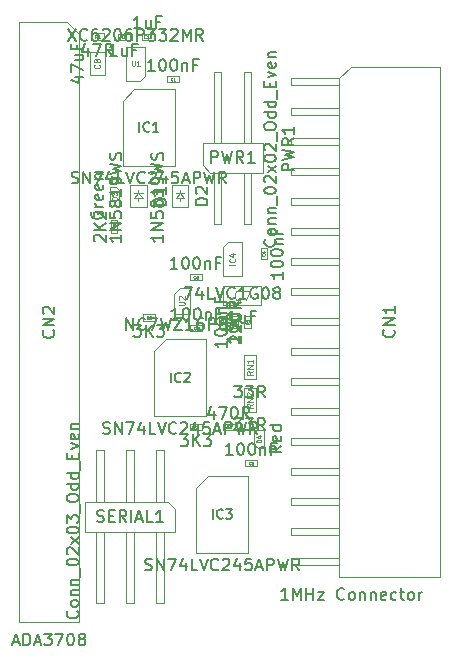
<source format=gbr>
G04 #@! TF.GenerationSoftware,KiCad,Pcbnew,9.0.0*
G04 #@! TF.CreationDate,2025-03-30T00:29:37+00:00*
G04 #@! TF.ProjectId,1MHzAdaptor,314d487a-4164-4617-9074-6f722e6b6963,03b*
G04 #@! TF.SameCoordinates,Original*
G04 #@! TF.FileFunction,AssemblyDrawing,Top*
%FSLAX46Y46*%
G04 Gerber Fmt 4.6, Leading zero omitted, Abs format (unit mm)*
G04 Created by KiCad (PCBNEW 9.0.0) date 2025-03-30 00:29:37*
%MOMM*%
%LPD*%
G01*
G04 APERTURE LIST*
%ADD10C,0.150000*%
%ADD11C,0.075000*%
%ADD12C,0.040000*%
%ADD13C,0.120000*%
%ADD14C,0.060000*%
%ADD15C,0.080000*%
%ADD16C,0.100000*%
G04 APERTURE END LIST*
D10*
X145844980Y-72986858D02*
X145892600Y-73034477D01*
X145892600Y-73034477D02*
X145940219Y-73177334D01*
X145940219Y-73177334D02*
X145940219Y-73272572D01*
X145940219Y-73272572D02*
X145892600Y-73415429D01*
X145892600Y-73415429D02*
X145797361Y-73510667D01*
X145797361Y-73510667D02*
X145702123Y-73558286D01*
X145702123Y-73558286D02*
X145511647Y-73605905D01*
X145511647Y-73605905D02*
X145368790Y-73605905D01*
X145368790Y-73605905D02*
X145178314Y-73558286D01*
X145178314Y-73558286D02*
X145083076Y-73510667D01*
X145083076Y-73510667D02*
X144987838Y-73415429D01*
X144987838Y-73415429D02*
X144940219Y-73272572D01*
X144940219Y-73272572D02*
X144940219Y-73177334D01*
X144940219Y-73177334D02*
X144987838Y-73034477D01*
X144987838Y-73034477D02*
X145035457Y-72986858D01*
X145940219Y-72415429D02*
X145892600Y-72510667D01*
X145892600Y-72510667D02*
X145844980Y-72558286D01*
X145844980Y-72558286D02*
X145749742Y-72605905D01*
X145749742Y-72605905D02*
X145464028Y-72605905D01*
X145464028Y-72605905D02*
X145368790Y-72558286D01*
X145368790Y-72558286D02*
X145321171Y-72510667D01*
X145321171Y-72510667D02*
X145273552Y-72415429D01*
X145273552Y-72415429D02*
X145273552Y-72272572D01*
X145273552Y-72272572D02*
X145321171Y-72177334D01*
X145321171Y-72177334D02*
X145368790Y-72129715D01*
X145368790Y-72129715D02*
X145464028Y-72082096D01*
X145464028Y-72082096D02*
X145749742Y-72082096D01*
X145749742Y-72082096D02*
X145844980Y-72129715D01*
X145844980Y-72129715D02*
X145892600Y-72177334D01*
X145892600Y-72177334D02*
X145940219Y-72272572D01*
X145940219Y-72272572D02*
X145940219Y-72415429D01*
X145273552Y-71653524D02*
X145940219Y-71653524D01*
X145368790Y-71653524D02*
X145321171Y-71605905D01*
X145321171Y-71605905D02*
X145273552Y-71510667D01*
X145273552Y-71510667D02*
X145273552Y-71367810D01*
X145273552Y-71367810D02*
X145321171Y-71272572D01*
X145321171Y-71272572D02*
X145416409Y-71224953D01*
X145416409Y-71224953D02*
X145940219Y-71224953D01*
X145273552Y-70748762D02*
X145940219Y-70748762D01*
X145368790Y-70748762D02*
X145321171Y-70701143D01*
X145321171Y-70701143D02*
X145273552Y-70605905D01*
X145273552Y-70605905D02*
X145273552Y-70463048D01*
X145273552Y-70463048D02*
X145321171Y-70367810D01*
X145321171Y-70367810D02*
X145416409Y-70320191D01*
X145416409Y-70320191D02*
X145940219Y-70320191D01*
X146035457Y-70082096D02*
X146035457Y-69320191D01*
X144940219Y-68891619D02*
X144940219Y-68796381D01*
X144940219Y-68796381D02*
X144987838Y-68701143D01*
X144987838Y-68701143D02*
X145035457Y-68653524D01*
X145035457Y-68653524D02*
X145130695Y-68605905D01*
X145130695Y-68605905D02*
X145321171Y-68558286D01*
X145321171Y-68558286D02*
X145559266Y-68558286D01*
X145559266Y-68558286D02*
X145749742Y-68605905D01*
X145749742Y-68605905D02*
X145844980Y-68653524D01*
X145844980Y-68653524D02*
X145892600Y-68701143D01*
X145892600Y-68701143D02*
X145940219Y-68796381D01*
X145940219Y-68796381D02*
X145940219Y-68891619D01*
X145940219Y-68891619D02*
X145892600Y-68986857D01*
X145892600Y-68986857D02*
X145844980Y-69034476D01*
X145844980Y-69034476D02*
X145749742Y-69082095D01*
X145749742Y-69082095D02*
X145559266Y-69129714D01*
X145559266Y-69129714D02*
X145321171Y-69129714D01*
X145321171Y-69129714D02*
X145130695Y-69082095D01*
X145130695Y-69082095D02*
X145035457Y-69034476D01*
X145035457Y-69034476D02*
X144987838Y-68986857D01*
X144987838Y-68986857D02*
X144940219Y-68891619D01*
X145035457Y-68177333D02*
X144987838Y-68129714D01*
X144987838Y-68129714D02*
X144940219Y-68034476D01*
X144940219Y-68034476D02*
X144940219Y-67796381D01*
X144940219Y-67796381D02*
X144987838Y-67701143D01*
X144987838Y-67701143D02*
X145035457Y-67653524D01*
X145035457Y-67653524D02*
X145130695Y-67605905D01*
X145130695Y-67605905D02*
X145225933Y-67605905D01*
X145225933Y-67605905D02*
X145368790Y-67653524D01*
X145368790Y-67653524D02*
X145940219Y-68224952D01*
X145940219Y-68224952D02*
X145940219Y-67605905D01*
X145940219Y-67272571D02*
X145273552Y-66748762D01*
X145273552Y-67272571D02*
X145940219Y-66748762D01*
X144940219Y-66177333D02*
X144940219Y-66082095D01*
X144940219Y-66082095D02*
X144987838Y-65986857D01*
X144987838Y-65986857D02*
X145035457Y-65939238D01*
X145035457Y-65939238D02*
X145130695Y-65891619D01*
X145130695Y-65891619D02*
X145321171Y-65844000D01*
X145321171Y-65844000D02*
X145559266Y-65844000D01*
X145559266Y-65844000D02*
X145749742Y-65891619D01*
X145749742Y-65891619D02*
X145844980Y-65939238D01*
X145844980Y-65939238D02*
X145892600Y-65986857D01*
X145892600Y-65986857D02*
X145940219Y-66082095D01*
X145940219Y-66082095D02*
X145940219Y-66177333D01*
X145940219Y-66177333D02*
X145892600Y-66272571D01*
X145892600Y-66272571D02*
X145844980Y-66320190D01*
X145844980Y-66320190D02*
X145749742Y-66367809D01*
X145749742Y-66367809D02*
X145559266Y-66415428D01*
X145559266Y-66415428D02*
X145321171Y-66415428D01*
X145321171Y-66415428D02*
X145130695Y-66367809D01*
X145130695Y-66367809D02*
X145035457Y-66320190D01*
X145035457Y-66320190D02*
X144987838Y-66272571D01*
X144987838Y-66272571D02*
X144940219Y-66177333D01*
X145035457Y-65463047D02*
X144987838Y-65415428D01*
X144987838Y-65415428D02*
X144940219Y-65320190D01*
X144940219Y-65320190D02*
X144940219Y-65082095D01*
X144940219Y-65082095D02*
X144987838Y-64986857D01*
X144987838Y-64986857D02*
X145035457Y-64939238D01*
X145035457Y-64939238D02*
X145130695Y-64891619D01*
X145130695Y-64891619D02*
X145225933Y-64891619D01*
X145225933Y-64891619D02*
X145368790Y-64939238D01*
X145368790Y-64939238D02*
X145940219Y-65510666D01*
X145940219Y-65510666D02*
X145940219Y-64891619D01*
X146035457Y-64701143D02*
X146035457Y-63939238D01*
X144940219Y-63510666D02*
X144940219Y-63320190D01*
X144940219Y-63320190D02*
X144987838Y-63224952D01*
X144987838Y-63224952D02*
X145083076Y-63129714D01*
X145083076Y-63129714D02*
X145273552Y-63082095D01*
X145273552Y-63082095D02*
X145606885Y-63082095D01*
X145606885Y-63082095D02*
X145797361Y-63129714D01*
X145797361Y-63129714D02*
X145892600Y-63224952D01*
X145892600Y-63224952D02*
X145940219Y-63320190D01*
X145940219Y-63320190D02*
X145940219Y-63510666D01*
X145940219Y-63510666D02*
X145892600Y-63605904D01*
X145892600Y-63605904D02*
X145797361Y-63701142D01*
X145797361Y-63701142D02*
X145606885Y-63748761D01*
X145606885Y-63748761D02*
X145273552Y-63748761D01*
X145273552Y-63748761D02*
X145083076Y-63701142D01*
X145083076Y-63701142D02*
X144987838Y-63605904D01*
X144987838Y-63605904D02*
X144940219Y-63510666D01*
X145940219Y-62224952D02*
X144940219Y-62224952D01*
X145892600Y-62224952D02*
X145940219Y-62320190D01*
X145940219Y-62320190D02*
X145940219Y-62510666D01*
X145940219Y-62510666D02*
X145892600Y-62605904D01*
X145892600Y-62605904D02*
X145844980Y-62653523D01*
X145844980Y-62653523D02*
X145749742Y-62701142D01*
X145749742Y-62701142D02*
X145464028Y-62701142D01*
X145464028Y-62701142D02*
X145368790Y-62653523D01*
X145368790Y-62653523D02*
X145321171Y-62605904D01*
X145321171Y-62605904D02*
X145273552Y-62510666D01*
X145273552Y-62510666D02*
X145273552Y-62320190D01*
X145273552Y-62320190D02*
X145321171Y-62224952D01*
X145940219Y-61320190D02*
X144940219Y-61320190D01*
X145892600Y-61320190D02*
X145940219Y-61415428D01*
X145940219Y-61415428D02*
X145940219Y-61605904D01*
X145940219Y-61605904D02*
X145892600Y-61701142D01*
X145892600Y-61701142D02*
X145844980Y-61748761D01*
X145844980Y-61748761D02*
X145749742Y-61796380D01*
X145749742Y-61796380D02*
X145464028Y-61796380D01*
X145464028Y-61796380D02*
X145368790Y-61748761D01*
X145368790Y-61748761D02*
X145321171Y-61701142D01*
X145321171Y-61701142D02*
X145273552Y-61605904D01*
X145273552Y-61605904D02*
X145273552Y-61415428D01*
X145273552Y-61415428D02*
X145321171Y-61320190D01*
X146035457Y-61082095D02*
X146035457Y-60320190D01*
X145416409Y-60082094D02*
X145416409Y-59748761D01*
X145940219Y-59605904D02*
X145940219Y-60082094D01*
X145940219Y-60082094D02*
X144940219Y-60082094D01*
X144940219Y-60082094D02*
X144940219Y-59605904D01*
X145273552Y-59272570D02*
X145940219Y-59034475D01*
X145940219Y-59034475D02*
X145273552Y-58796380D01*
X145892600Y-58034475D02*
X145940219Y-58129713D01*
X145940219Y-58129713D02*
X145940219Y-58320189D01*
X145940219Y-58320189D02*
X145892600Y-58415427D01*
X145892600Y-58415427D02*
X145797361Y-58463046D01*
X145797361Y-58463046D02*
X145416409Y-58463046D01*
X145416409Y-58463046D02*
X145321171Y-58415427D01*
X145321171Y-58415427D02*
X145273552Y-58320189D01*
X145273552Y-58320189D02*
X145273552Y-58129713D01*
X145273552Y-58129713D02*
X145321171Y-58034475D01*
X145321171Y-58034475D02*
X145416409Y-57986856D01*
X145416409Y-57986856D02*
X145511647Y-57986856D01*
X145511647Y-57986856D02*
X145606885Y-58463046D01*
X145273552Y-57558284D02*
X145940219Y-57558284D01*
X145368790Y-57558284D02*
X145321171Y-57510665D01*
X145321171Y-57510665D02*
X145273552Y-57415427D01*
X145273552Y-57415427D02*
X145273552Y-57272570D01*
X145273552Y-57272570D02*
X145321171Y-57177332D01*
X145321171Y-57177332D02*
X145416409Y-57129713D01*
X145416409Y-57129713D02*
X145940219Y-57129713D01*
X147440219Y-67153523D02*
X146440219Y-67153523D01*
X146440219Y-67153523D02*
X146440219Y-66772571D01*
X146440219Y-66772571D02*
X146487838Y-66677333D01*
X146487838Y-66677333D02*
X146535457Y-66629714D01*
X146535457Y-66629714D02*
X146630695Y-66582095D01*
X146630695Y-66582095D02*
X146773552Y-66582095D01*
X146773552Y-66582095D02*
X146868790Y-66629714D01*
X146868790Y-66629714D02*
X146916409Y-66677333D01*
X146916409Y-66677333D02*
X146964028Y-66772571D01*
X146964028Y-66772571D02*
X146964028Y-67153523D01*
X146440219Y-66248761D02*
X147440219Y-66010666D01*
X147440219Y-66010666D02*
X146725933Y-65820190D01*
X146725933Y-65820190D02*
X147440219Y-65629714D01*
X147440219Y-65629714D02*
X146440219Y-65391619D01*
X147440219Y-64439238D02*
X146964028Y-64772571D01*
X147440219Y-65010666D02*
X146440219Y-65010666D01*
X146440219Y-65010666D02*
X146440219Y-64629714D01*
X146440219Y-64629714D02*
X146487838Y-64534476D01*
X146487838Y-64534476D02*
X146535457Y-64486857D01*
X146535457Y-64486857D02*
X146630695Y-64439238D01*
X146630695Y-64439238D02*
X146773552Y-64439238D01*
X146773552Y-64439238D02*
X146868790Y-64486857D01*
X146868790Y-64486857D02*
X146916409Y-64534476D01*
X146916409Y-64534476D02*
X146964028Y-64629714D01*
X146964028Y-64629714D02*
X146964028Y-65010666D01*
X147440219Y-63486857D02*
X147440219Y-64058285D01*
X147440219Y-63772571D02*
X146440219Y-63772571D01*
X146440219Y-63772571D02*
X146583076Y-63867809D01*
X146583076Y-63867809D02*
X146678314Y-63963047D01*
X146678314Y-63963047D02*
X146725933Y-64058285D01*
X140455876Y-66518819D02*
X140455876Y-65518819D01*
X140455876Y-65518819D02*
X140836828Y-65518819D01*
X140836828Y-65518819D02*
X140932066Y-65566438D01*
X140932066Y-65566438D02*
X140979685Y-65614057D01*
X140979685Y-65614057D02*
X141027304Y-65709295D01*
X141027304Y-65709295D02*
X141027304Y-65852152D01*
X141027304Y-65852152D02*
X140979685Y-65947390D01*
X140979685Y-65947390D02*
X140932066Y-65995009D01*
X140932066Y-65995009D02*
X140836828Y-66042628D01*
X140836828Y-66042628D02*
X140455876Y-66042628D01*
X141360638Y-65518819D02*
X141598733Y-66518819D01*
X141598733Y-66518819D02*
X141789209Y-65804533D01*
X141789209Y-65804533D02*
X141979685Y-66518819D01*
X141979685Y-66518819D02*
X142217781Y-65518819D01*
X143170161Y-66518819D02*
X142836828Y-66042628D01*
X142598733Y-66518819D02*
X142598733Y-65518819D01*
X142598733Y-65518819D02*
X142979685Y-65518819D01*
X142979685Y-65518819D02*
X143074923Y-65566438D01*
X143074923Y-65566438D02*
X143122542Y-65614057D01*
X143122542Y-65614057D02*
X143170161Y-65709295D01*
X143170161Y-65709295D02*
X143170161Y-65852152D01*
X143170161Y-65852152D02*
X143122542Y-65947390D01*
X143122542Y-65947390D02*
X143074923Y-65995009D01*
X143074923Y-65995009D02*
X142979685Y-66042628D01*
X142979685Y-66042628D02*
X142598733Y-66042628D01*
X144122542Y-66518819D02*
X143551114Y-66518819D01*
X143836828Y-66518819D02*
X143836828Y-65518819D01*
X143836828Y-65518819D02*
X143741590Y-65661676D01*
X143741590Y-65661676D02*
X143646352Y-65756914D01*
X143646352Y-65756914D02*
X143551114Y-65804533D01*
X133258514Y-80661419D02*
X133258514Y-79661419D01*
X133258514Y-79661419D02*
X133829942Y-80661419D01*
X133829942Y-80661419D02*
X133829942Y-79661419D01*
X134877561Y-80566180D02*
X134829942Y-80613800D01*
X134829942Y-80613800D02*
X134687085Y-80661419D01*
X134687085Y-80661419D02*
X134591847Y-80661419D01*
X134591847Y-80661419D02*
X134448990Y-80613800D01*
X134448990Y-80613800D02*
X134353752Y-80518561D01*
X134353752Y-80518561D02*
X134306133Y-80423323D01*
X134306133Y-80423323D02*
X134258514Y-80232847D01*
X134258514Y-80232847D02*
X134258514Y-80089990D01*
X134258514Y-80089990D02*
X134306133Y-79899514D01*
X134306133Y-79899514D02*
X134353752Y-79804276D01*
X134353752Y-79804276D02*
X134448990Y-79709038D01*
X134448990Y-79709038D02*
X134591847Y-79661419D01*
X134591847Y-79661419D02*
X134687085Y-79661419D01*
X134687085Y-79661419D02*
X134829942Y-79709038D01*
X134829942Y-79709038D02*
X134877561Y-79756657D01*
X135210895Y-79661419D02*
X135877561Y-79661419D01*
X135877561Y-79661419D02*
X135448990Y-80661419D01*
X136163276Y-79661419D02*
X136401371Y-80661419D01*
X136401371Y-80661419D02*
X136591847Y-79947133D01*
X136591847Y-79947133D02*
X136782323Y-80661419D01*
X136782323Y-80661419D02*
X137020419Y-79661419D01*
X137306133Y-79661419D02*
X137972799Y-79661419D01*
X137972799Y-79661419D02*
X137306133Y-80661419D01*
X137306133Y-80661419D02*
X137972799Y-80661419D01*
X138877561Y-80661419D02*
X138306133Y-80661419D01*
X138591847Y-80661419D02*
X138591847Y-79661419D01*
X138591847Y-79661419D02*
X138496609Y-79804276D01*
X138496609Y-79804276D02*
X138401371Y-79899514D01*
X138401371Y-79899514D02*
X138306133Y-79947133D01*
X139734704Y-79661419D02*
X139544228Y-79661419D01*
X139544228Y-79661419D02*
X139448990Y-79709038D01*
X139448990Y-79709038D02*
X139401371Y-79756657D01*
X139401371Y-79756657D02*
X139306133Y-79899514D01*
X139306133Y-79899514D02*
X139258514Y-80089990D01*
X139258514Y-80089990D02*
X139258514Y-80470942D01*
X139258514Y-80470942D02*
X139306133Y-80566180D01*
X139306133Y-80566180D02*
X139353752Y-80613800D01*
X139353752Y-80613800D02*
X139448990Y-80661419D01*
X139448990Y-80661419D02*
X139639466Y-80661419D01*
X139639466Y-80661419D02*
X139734704Y-80613800D01*
X139734704Y-80613800D02*
X139782323Y-80566180D01*
X139782323Y-80566180D02*
X139829942Y-80470942D01*
X139829942Y-80470942D02*
X139829942Y-80232847D01*
X139829942Y-80232847D02*
X139782323Y-80137609D01*
X139782323Y-80137609D02*
X139734704Y-80089990D01*
X139734704Y-80089990D02*
X139639466Y-80042371D01*
X139639466Y-80042371D02*
X139448990Y-80042371D01*
X139448990Y-80042371D02*
X139353752Y-80089990D01*
X139353752Y-80089990D02*
X139306133Y-80137609D01*
X139306133Y-80137609D02*
X139258514Y-80232847D01*
X140258514Y-80661419D02*
X140258514Y-79661419D01*
X140258514Y-79661419D02*
X140639466Y-79661419D01*
X140639466Y-79661419D02*
X140734704Y-79709038D01*
X140734704Y-79709038D02*
X140782323Y-79756657D01*
X140782323Y-79756657D02*
X140829942Y-79851895D01*
X140829942Y-79851895D02*
X140829942Y-79994752D01*
X140829942Y-79994752D02*
X140782323Y-80089990D01*
X140782323Y-80089990D02*
X140734704Y-80137609D01*
X140734704Y-80137609D02*
X140639466Y-80185228D01*
X140639466Y-80185228D02*
X140258514Y-80185228D01*
X141687085Y-79661419D02*
X141496609Y-79661419D01*
X141496609Y-79661419D02*
X141401371Y-79709038D01*
X141401371Y-79709038D02*
X141353752Y-79756657D01*
X141353752Y-79756657D02*
X141258514Y-79899514D01*
X141258514Y-79899514D02*
X141210895Y-80089990D01*
X141210895Y-80089990D02*
X141210895Y-80470942D01*
X141210895Y-80470942D02*
X141258514Y-80566180D01*
X141258514Y-80566180D02*
X141306133Y-80613800D01*
X141306133Y-80613800D02*
X141401371Y-80661419D01*
X141401371Y-80661419D02*
X141591847Y-80661419D01*
X141591847Y-80661419D02*
X141687085Y-80613800D01*
X141687085Y-80613800D02*
X141734704Y-80566180D01*
X141734704Y-80566180D02*
X141782323Y-80470942D01*
X141782323Y-80470942D02*
X141782323Y-80232847D01*
X141782323Y-80232847D02*
X141734704Y-80137609D01*
X141734704Y-80137609D02*
X141687085Y-80089990D01*
X141687085Y-80089990D02*
X141591847Y-80042371D01*
X141591847Y-80042371D02*
X141401371Y-80042371D01*
X141401371Y-80042371D02*
X141306133Y-80089990D01*
X141306133Y-80089990D02*
X141258514Y-80137609D01*
X141258514Y-80137609D02*
X141210895Y-80232847D01*
X142115657Y-79661419D02*
X142782323Y-80661419D01*
X142782323Y-79661419D02*
X142115657Y-80661419D01*
D11*
X137700209Y-78587552D02*
X138104971Y-78587552D01*
X138104971Y-78587552D02*
X138152590Y-78563742D01*
X138152590Y-78563742D02*
X138176400Y-78539933D01*
X138176400Y-78539933D02*
X138200209Y-78492314D01*
X138200209Y-78492314D02*
X138200209Y-78397076D01*
X138200209Y-78397076D02*
X138176400Y-78349457D01*
X138176400Y-78349457D02*
X138152590Y-78325647D01*
X138152590Y-78325647D02*
X138104971Y-78301838D01*
X138104971Y-78301838D02*
X137700209Y-78301838D01*
X137747828Y-78087551D02*
X137724019Y-78063742D01*
X137724019Y-78063742D02*
X137700209Y-78016123D01*
X137700209Y-78016123D02*
X137700209Y-77897075D01*
X137700209Y-77897075D02*
X137724019Y-77849456D01*
X137724019Y-77849456D02*
X137747828Y-77825647D01*
X137747828Y-77825647D02*
X137795447Y-77801837D01*
X137795447Y-77801837D02*
X137843066Y-77801837D01*
X137843066Y-77801837D02*
X137914495Y-77825647D01*
X137914495Y-77825647D02*
X138200209Y-78111361D01*
X138200209Y-78111361D02*
X138200209Y-77801837D01*
D10*
X137644380Y-79802819D02*
X137072952Y-79802819D01*
X137358666Y-79802819D02*
X137358666Y-78802819D01*
X137358666Y-78802819D02*
X137263428Y-78945676D01*
X137263428Y-78945676D02*
X137168190Y-79040914D01*
X137168190Y-79040914D02*
X137072952Y-79088533D01*
X138263428Y-78802819D02*
X138358666Y-78802819D01*
X138358666Y-78802819D02*
X138453904Y-78850438D01*
X138453904Y-78850438D02*
X138501523Y-78898057D01*
X138501523Y-78898057D02*
X138549142Y-78993295D01*
X138549142Y-78993295D02*
X138596761Y-79183771D01*
X138596761Y-79183771D02*
X138596761Y-79421866D01*
X138596761Y-79421866D02*
X138549142Y-79612342D01*
X138549142Y-79612342D02*
X138501523Y-79707580D01*
X138501523Y-79707580D02*
X138453904Y-79755200D01*
X138453904Y-79755200D02*
X138358666Y-79802819D01*
X138358666Y-79802819D02*
X138263428Y-79802819D01*
X138263428Y-79802819D02*
X138168190Y-79755200D01*
X138168190Y-79755200D02*
X138120571Y-79707580D01*
X138120571Y-79707580D02*
X138072952Y-79612342D01*
X138072952Y-79612342D02*
X138025333Y-79421866D01*
X138025333Y-79421866D02*
X138025333Y-79183771D01*
X138025333Y-79183771D02*
X138072952Y-78993295D01*
X138072952Y-78993295D02*
X138120571Y-78898057D01*
X138120571Y-78898057D02*
X138168190Y-78850438D01*
X138168190Y-78850438D02*
X138263428Y-78802819D01*
X139215809Y-78802819D02*
X139311047Y-78802819D01*
X139311047Y-78802819D02*
X139406285Y-78850438D01*
X139406285Y-78850438D02*
X139453904Y-78898057D01*
X139453904Y-78898057D02*
X139501523Y-78993295D01*
X139501523Y-78993295D02*
X139549142Y-79183771D01*
X139549142Y-79183771D02*
X139549142Y-79421866D01*
X139549142Y-79421866D02*
X139501523Y-79612342D01*
X139501523Y-79612342D02*
X139453904Y-79707580D01*
X139453904Y-79707580D02*
X139406285Y-79755200D01*
X139406285Y-79755200D02*
X139311047Y-79802819D01*
X139311047Y-79802819D02*
X139215809Y-79802819D01*
X139215809Y-79802819D02*
X139120571Y-79755200D01*
X139120571Y-79755200D02*
X139072952Y-79707580D01*
X139072952Y-79707580D02*
X139025333Y-79612342D01*
X139025333Y-79612342D02*
X138977714Y-79421866D01*
X138977714Y-79421866D02*
X138977714Y-79183771D01*
X138977714Y-79183771D02*
X139025333Y-78993295D01*
X139025333Y-78993295D02*
X139072952Y-78898057D01*
X139072952Y-78898057D02*
X139120571Y-78850438D01*
X139120571Y-78850438D02*
X139215809Y-78802819D01*
X139977714Y-79136152D02*
X139977714Y-79802819D01*
X139977714Y-79231390D02*
X140025333Y-79183771D01*
X140025333Y-79183771D02*
X140120571Y-79136152D01*
X140120571Y-79136152D02*
X140263428Y-79136152D01*
X140263428Y-79136152D02*
X140358666Y-79183771D01*
X140358666Y-79183771D02*
X140406285Y-79279009D01*
X140406285Y-79279009D02*
X140406285Y-79802819D01*
X141215809Y-79279009D02*
X140882476Y-79279009D01*
X140882476Y-79802819D02*
X140882476Y-78802819D01*
X140882476Y-78802819D02*
X141358666Y-78802819D01*
D12*
X139150333Y-80607765D02*
X139138429Y-80619670D01*
X139138429Y-80619670D02*
X139102714Y-80631574D01*
X139102714Y-80631574D02*
X139078905Y-80631574D01*
X139078905Y-80631574D02*
X139043191Y-80619670D01*
X139043191Y-80619670D02*
X139019381Y-80595860D01*
X139019381Y-80595860D02*
X139007476Y-80572050D01*
X139007476Y-80572050D02*
X138995572Y-80524431D01*
X138995572Y-80524431D02*
X138995572Y-80488717D01*
X138995572Y-80488717D02*
X139007476Y-80441098D01*
X139007476Y-80441098D02*
X139019381Y-80417289D01*
X139019381Y-80417289D02*
X139043191Y-80393479D01*
X139043191Y-80393479D02*
X139078905Y-80381574D01*
X139078905Y-80381574D02*
X139102714Y-80381574D01*
X139102714Y-80381574D02*
X139138429Y-80393479D01*
X139138429Y-80393479D02*
X139150333Y-80405384D01*
X139245572Y-80405384D02*
X139257476Y-80393479D01*
X139257476Y-80393479D02*
X139281286Y-80381574D01*
X139281286Y-80381574D02*
X139340810Y-80381574D01*
X139340810Y-80381574D02*
X139364619Y-80393479D01*
X139364619Y-80393479D02*
X139376524Y-80405384D01*
X139376524Y-80405384D02*
X139388429Y-80429193D01*
X139388429Y-80429193D02*
X139388429Y-80453003D01*
X139388429Y-80453003D02*
X139376524Y-80488717D01*
X139376524Y-80488717D02*
X139233667Y-80631574D01*
X139233667Y-80631574D02*
X139388429Y-80631574D01*
D10*
X142267180Y-91232819D02*
X141695752Y-91232819D01*
X141981466Y-91232819D02*
X141981466Y-90232819D01*
X141981466Y-90232819D02*
X141886228Y-90375676D01*
X141886228Y-90375676D02*
X141790990Y-90470914D01*
X141790990Y-90470914D02*
X141695752Y-90518533D01*
X142886228Y-90232819D02*
X142981466Y-90232819D01*
X142981466Y-90232819D02*
X143076704Y-90280438D01*
X143076704Y-90280438D02*
X143124323Y-90328057D01*
X143124323Y-90328057D02*
X143171942Y-90423295D01*
X143171942Y-90423295D02*
X143219561Y-90613771D01*
X143219561Y-90613771D02*
X143219561Y-90851866D01*
X143219561Y-90851866D02*
X143171942Y-91042342D01*
X143171942Y-91042342D02*
X143124323Y-91137580D01*
X143124323Y-91137580D02*
X143076704Y-91185200D01*
X143076704Y-91185200D02*
X142981466Y-91232819D01*
X142981466Y-91232819D02*
X142886228Y-91232819D01*
X142886228Y-91232819D02*
X142790990Y-91185200D01*
X142790990Y-91185200D02*
X142743371Y-91137580D01*
X142743371Y-91137580D02*
X142695752Y-91042342D01*
X142695752Y-91042342D02*
X142648133Y-90851866D01*
X142648133Y-90851866D02*
X142648133Y-90613771D01*
X142648133Y-90613771D02*
X142695752Y-90423295D01*
X142695752Y-90423295D02*
X142743371Y-90328057D01*
X142743371Y-90328057D02*
X142790990Y-90280438D01*
X142790990Y-90280438D02*
X142886228Y-90232819D01*
X143838609Y-90232819D02*
X143933847Y-90232819D01*
X143933847Y-90232819D02*
X144029085Y-90280438D01*
X144029085Y-90280438D02*
X144076704Y-90328057D01*
X144076704Y-90328057D02*
X144124323Y-90423295D01*
X144124323Y-90423295D02*
X144171942Y-90613771D01*
X144171942Y-90613771D02*
X144171942Y-90851866D01*
X144171942Y-90851866D02*
X144124323Y-91042342D01*
X144124323Y-91042342D02*
X144076704Y-91137580D01*
X144076704Y-91137580D02*
X144029085Y-91185200D01*
X144029085Y-91185200D02*
X143933847Y-91232819D01*
X143933847Y-91232819D02*
X143838609Y-91232819D01*
X143838609Y-91232819D02*
X143743371Y-91185200D01*
X143743371Y-91185200D02*
X143695752Y-91137580D01*
X143695752Y-91137580D02*
X143648133Y-91042342D01*
X143648133Y-91042342D02*
X143600514Y-90851866D01*
X143600514Y-90851866D02*
X143600514Y-90613771D01*
X143600514Y-90613771D02*
X143648133Y-90423295D01*
X143648133Y-90423295D02*
X143695752Y-90328057D01*
X143695752Y-90328057D02*
X143743371Y-90280438D01*
X143743371Y-90280438D02*
X143838609Y-90232819D01*
X144600514Y-90566152D02*
X144600514Y-91232819D01*
X144600514Y-90661390D02*
X144648133Y-90613771D01*
X144648133Y-90613771D02*
X144743371Y-90566152D01*
X144743371Y-90566152D02*
X144886228Y-90566152D01*
X144886228Y-90566152D02*
X144981466Y-90613771D01*
X144981466Y-90613771D02*
X145029085Y-90709009D01*
X145029085Y-90709009D02*
X145029085Y-91232819D01*
X145838609Y-90709009D02*
X145505276Y-90709009D01*
X145505276Y-91232819D02*
X145505276Y-90232819D01*
X145505276Y-90232819D02*
X145981466Y-90232819D01*
D12*
X143773133Y-92037765D02*
X143761229Y-92049670D01*
X143761229Y-92049670D02*
X143725514Y-92061574D01*
X143725514Y-92061574D02*
X143701705Y-92061574D01*
X143701705Y-92061574D02*
X143665991Y-92049670D01*
X143665991Y-92049670D02*
X143642181Y-92025860D01*
X143642181Y-92025860D02*
X143630276Y-92002050D01*
X143630276Y-92002050D02*
X143618372Y-91954431D01*
X143618372Y-91954431D02*
X143618372Y-91918717D01*
X143618372Y-91918717D02*
X143630276Y-91871098D01*
X143630276Y-91871098D02*
X143642181Y-91847289D01*
X143642181Y-91847289D02*
X143665991Y-91823479D01*
X143665991Y-91823479D02*
X143701705Y-91811574D01*
X143701705Y-91811574D02*
X143725514Y-91811574D01*
X143725514Y-91811574D02*
X143761229Y-91823479D01*
X143761229Y-91823479D02*
X143773133Y-91835384D01*
X143856467Y-91811574D02*
X144011229Y-91811574D01*
X144011229Y-91811574D02*
X143927895Y-91906812D01*
X143927895Y-91906812D02*
X143963610Y-91906812D01*
X143963610Y-91906812D02*
X143987419Y-91918717D01*
X143987419Y-91918717D02*
X143999324Y-91930622D01*
X143999324Y-91930622D02*
X144011229Y-91954431D01*
X144011229Y-91954431D02*
X144011229Y-92013955D01*
X144011229Y-92013955D02*
X143999324Y-92037765D01*
X143999324Y-92037765D02*
X143987419Y-92049670D01*
X143987419Y-92049670D02*
X143963610Y-92061574D01*
X143963610Y-92061574D02*
X143892181Y-92061574D01*
X143892181Y-92061574D02*
X143868372Y-92049670D01*
X143868372Y-92049670D02*
X143856467Y-92037765D01*
D10*
X135663180Y-58720819D02*
X135091752Y-58720819D01*
X135377466Y-58720819D02*
X135377466Y-57720819D01*
X135377466Y-57720819D02*
X135282228Y-57863676D01*
X135282228Y-57863676D02*
X135186990Y-57958914D01*
X135186990Y-57958914D02*
X135091752Y-58006533D01*
X136282228Y-57720819D02*
X136377466Y-57720819D01*
X136377466Y-57720819D02*
X136472704Y-57768438D01*
X136472704Y-57768438D02*
X136520323Y-57816057D01*
X136520323Y-57816057D02*
X136567942Y-57911295D01*
X136567942Y-57911295D02*
X136615561Y-58101771D01*
X136615561Y-58101771D02*
X136615561Y-58339866D01*
X136615561Y-58339866D02*
X136567942Y-58530342D01*
X136567942Y-58530342D02*
X136520323Y-58625580D01*
X136520323Y-58625580D02*
X136472704Y-58673200D01*
X136472704Y-58673200D02*
X136377466Y-58720819D01*
X136377466Y-58720819D02*
X136282228Y-58720819D01*
X136282228Y-58720819D02*
X136186990Y-58673200D01*
X136186990Y-58673200D02*
X136139371Y-58625580D01*
X136139371Y-58625580D02*
X136091752Y-58530342D01*
X136091752Y-58530342D02*
X136044133Y-58339866D01*
X136044133Y-58339866D02*
X136044133Y-58101771D01*
X136044133Y-58101771D02*
X136091752Y-57911295D01*
X136091752Y-57911295D02*
X136139371Y-57816057D01*
X136139371Y-57816057D02*
X136186990Y-57768438D01*
X136186990Y-57768438D02*
X136282228Y-57720819D01*
X137234609Y-57720819D02*
X137329847Y-57720819D01*
X137329847Y-57720819D02*
X137425085Y-57768438D01*
X137425085Y-57768438D02*
X137472704Y-57816057D01*
X137472704Y-57816057D02*
X137520323Y-57911295D01*
X137520323Y-57911295D02*
X137567942Y-58101771D01*
X137567942Y-58101771D02*
X137567942Y-58339866D01*
X137567942Y-58339866D02*
X137520323Y-58530342D01*
X137520323Y-58530342D02*
X137472704Y-58625580D01*
X137472704Y-58625580D02*
X137425085Y-58673200D01*
X137425085Y-58673200D02*
X137329847Y-58720819D01*
X137329847Y-58720819D02*
X137234609Y-58720819D01*
X137234609Y-58720819D02*
X137139371Y-58673200D01*
X137139371Y-58673200D02*
X137091752Y-58625580D01*
X137091752Y-58625580D02*
X137044133Y-58530342D01*
X137044133Y-58530342D02*
X136996514Y-58339866D01*
X136996514Y-58339866D02*
X136996514Y-58101771D01*
X136996514Y-58101771D02*
X137044133Y-57911295D01*
X137044133Y-57911295D02*
X137091752Y-57816057D01*
X137091752Y-57816057D02*
X137139371Y-57768438D01*
X137139371Y-57768438D02*
X137234609Y-57720819D01*
X137996514Y-58054152D02*
X137996514Y-58720819D01*
X137996514Y-58149390D02*
X138044133Y-58101771D01*
X138044133Y-58101771D02*
X138139371Y-58054152D01*
X138139371Y-58054152D02*
X138282228Y-58054152D01*
X138282228Y-58054152D02*
X138377466Y-58101771D01*
X138377466Y-58101771D02*
X138425085Y-58197009D01*
X138425085Y-58197009D02*
X138425085Y-58720819D01*
X139234609Y-58197009D02*
X138901276Y-58197009D01*
X138901276Y-58720819D02*
X138901276Y-57720819D01*
X138901276Y-57720819D02*
X139377466Y-57720819D01*
D12*
X137169133Y-59525765D02*
X137157229Y-59537670D01*
X137157229Y-59537670D02*
X137121514Y-59549574D01*
X137121514Y-59549574D02*
X137097705Y-59549574D01*
X137097705Y-59549574D02*
X137061991Y-59537670D01*
X137061991Y-59537670D02*
X137038181Y-59513860D01*
X137038181Y-59513860D02*
X137026276Y-59490050D01*
X137026276Y-59490050D02*
X137014372Y-59442431D01*
X137014372Y-59442431D02*
X137014372Y-59406717D01*
X137014372Y-59406717D02*
X137026276Y-59359098D01*
X137026276Y-59359098D02*
X137038181Y-59335289D01*
X137038181Y-59335289D02*
X137061991Y-59311479D01*
X137061991Y-59311479D02*
X137097705Y-59299574D01*
X137097705Y-59299574D02*
X137121514Y-59299574D01*
X137121514Y-59299574D02*
X137157229Y-59311479D01*
X137157229Y-59311479D02*
X137169133Y-59323384D01*
X137407229Y-59549574D02*
X137264372Y-59549574D01*
X137335800Y-59549574D02*
X137335800Y-59299574D01*
X137335800Y-59299574D02*
X137311991Y-59335289D01*
X137311991Y-59335289D02*
X137288181Y-59359098D01*
X137288181Y-59359098D02*
X137264372Y-59371003D01*
D10*
X131296590Y-89416200D02*
X131439447Y-89463819D01*
X131439447Y-89463819D02*
X131677542Y-89463819D01*
X131677542Y-89463819D02*
X131772780Y-89416200D01*
X131772780Y-89416200D02*
X131820399Y-89368580D01*
X131820399Y-89368580D02*
X131868018Y-89273342D01*
X131868018Y-89273342D02*
X131868018Y-89178104D01*
X131868018Y-89178104D02*
X131820399Y-89082866D01*
X131820399Y-89082866D02*
X131772780Y-89035247D01*
X131772780Y-89035247D02*
X131677542Y-88987628D01*
X131677542Y-88987628D02*
X131487066Y-88940009D01*
X131487066Y-88940009D02*
X131391828Y-88892390D01*
X131391828Y-88892390D02*
X131344209Y-88844771D01*
X131344209Y-88844771D02*
X131296590Y-88749533D01*
X131296590Y-88749533D02*
X131296590Y-88654295D01*
X131296590Y-88654295D02*
X131344209Y-88559057D01*
X131344209Y-88559057D02*
X131391828Y-88511438D01*
X131391828Y-88511438D02*
X131487066Y-88463819D01*
X131487066Y-88463819D02*
X131725161Y-88463819D01*
X131725161Y-88463819D02*
X131868018Y-88511438D01*
X132296590Y-89463819D02*
X132296590Y-88463819D01*
X132296590Y-88463819D02*
X132868018Y-89463819D01*
X132868018Y-89463819D02*
X132868018Y-88463819D01*
X133248971Y-88463819D02*
X133915637Y-88463819D01*
X133915637Y-88463819D02*
X133487066Y-89463819D01*
X134725161Y-88797152D02*
X134725161Y-89463819D01*
X134487066Y-88416200D02*
X134248971Y-89130485D01*
X134248971Y-89130485D02*
X134868018Y-89130485D01*
X135725161Y-89463819D02*
X135248971Y-89463819D01*
X135248971Y-89463819D02*
X135248971Y-88463819D01*
X135915638Y-88463819D02*
X136248971Y-89463819D01*
X136248971Y-89463819D02*
X136582304Y-88463819D01*
X137487066Y-89368580D02*
X137439447Y-89416200D01*
X137439447Y-89416200D02*
X137296590Y-89463819D01*
X137296590Y-89463819D02*
X137201352Y-89463819D01*
X137201352Y-89463819D02*
X137058495Y-89416200D01*
X137058495Y-89416200D02*
X136963257Y-89320961D01*
X136963257Y-89320961D02*
X136915638Y-89225723D01*
X136915638Y-89225723D02*
X136868019Y-89035247D01*
X136868019Y-89035247D02*
X136868019Y-88892390D01*
X136868019Y-88892390D02*
X136915638Y-88701914D01*
X136915638Y-88701914D02*
X136963257Y-88606676D01*
X136963257Y-88606676D02*
X137058495Y-88511438D01*
X137058495Y-88511438D02*
X137201352Y-88463819D01*
X137201352Y-88463819D02*
X137296590Y-88463819D01*
X137296590Y-88463819D02*
X137439447Y-88511438D01*
X137439447Y-88511438D02*
X137487066Y-88559057D01*
X137868019Y-88559057D02*
X137915638Y-88511438D01*
X137915638Y-88511438D02*
X138010876Y-88463819D01*
X138010876Y-88463819D02*
X138248971Y-88463819D01*
X138248971Y-88463819D02*
X138344209Y-88511438D01*
X138344209Y-88511438D02*
X138391828Y-88559057D01*
X138391828Y-88559057D02*
X138439447Y-88654295D01*
X138439447Y-88654295D02*
X138439447Y-88749533D01*
X138439447Y-88749533D02*
X138391828Y-88892390D01*
X138391828Y-88892390D02*
X137820400Y-89463819D01*
X137820400Y-89463819D02*
X138439447Y-89463819D01*
X139296590Y-88797152D02*
X139296590Y-89463819D01*
X139058495Y-88416200D02*
X138820400Y-89130485D01*
X138820400Y-89130485D02*
X139439447Y-89130485D01*
X140296590Y-88463819D02*
X139820400Y-88463819D01*
X139820400Y-88463819D02*
X139772781Y-88940009D01*
X139772781Y-88940009D02*
X139820400Y-88892390D01*
X139820400Y-88892390D02*
X139915638Y-88844771D01*
X139915638Y-88844771D02*
X140153733Y-88844771D01*
X140153733Y-88844771D02*
X140248971Y-88892390D01*
X140248971Y-88892390D02*
X140296590Y-88940009D01*
X140296590Y-88940009D02*
X140344209Y-89035247D01*
X140344209Y-89035247D02*
X140344209Y-89273342D01*
X140344209Y-89273342D02*
X140296590Y-89368580D01*
X140296590Y-89368580D02*
X140248971Y-89416200D01*
X140248971Y-89416200D02*
X140153733Y-89463819D01*
X140153733Y-89463819D02*
X139915638Y-89463819D01*
X139915638Y-89463819D02*
X139820400Y-89416200D01*
X139820400Y-89416200D02*
X139772781Y-89368580D01*
X140725162Y-89178104D02*
X141201352Y-89178104D01*
X140629924Y-89463819D02*
X140963257Y-88463819D01*
X140963257Y-88463819D02*
X141296590Y-89463819D01*
X141629924Y-89463819D02*
X141629924Y-88463819D01*
X141629924Y-88463819D02*
X142010876Y-88463819D01*
X142010876Y-88463819D02*
X142106114Y-88511438D01*
X142106114Y-88511438D02*
X142153733Y-88559057D01*
X142153733Y-88559057D02*
X142201352Y-88654295D01*
X142201352Y-88654295D02*
X142201352Y-88797152D01*
X142201352Y-88797152D02*
X142153733Y-88892390D01*
X142153733Y-88892390D02*
X142106114Y-88940009D01*
X142106114Y-88940009D02*
X142010876Y-88987628D01*
X142010876Y-88987628D02*
X141629924Y-88987628D01*
X142534686Y-88463819D02*
X142772781Y-89463819D01*
X142772781Y-89463819D02*
X142963257Y-88749533D01*
X142963257Y-88749533D02*
X143153733Y-89463819D01*
X143153733Y-89463819D02*
X143391829Y-88463819D01*
X144344209Y-89463819D02*
X144010876Y-88987628D01*
X143772781Y-89463819D02*
X143772781Y-88463819D01*
X143772781Y-88463819D02*
X144153733Y-88463819D01*
X144153733Y-88463819D02*
X144248971Y-88511438D01*
X144248971Y-88511438D02*
X144296590Y-88559057D01*
X144296590Y-88559057D02*
X144344209Y-88654295D01*
X144344209Y-88654295D02*
X144344209Y-88797152D01*
X144344209Y-88797152D02*
X144296590Y-88892390D01*
X144296590Y-88892390D02*
X144248971Y-88940009D01*
X144248971Y-88940009D02*
X144153733Y-88987628D01*
X144153733Y-88987628D02*
X143772781Y-88987628D01*
X137039448Y-85071295D02*
X137039448Y-84271295D01*
X137877543Y-84995104D02*
X137839447Y-85033200D01*
X137839447Y-85033200D02*
X137725162Y-85071295D01*
X137725162Y-85071295D02*
X137648971Y-85071295D01*
X137648971Y-85071295D02*
X137534685Y-85033200D01*
X137534685Y-85033200D02*
X137458495Y-84957009D01*
X137458495Y-84957009D02*
X137420400Y-84880819D01*
X137420400Y-84880819D02*
X137382304Y-84728438D01*
X137382304Y-84728438D02*
X137382304Y-84614152D01*
X137382304Y-84614152D02*
X137420400Y-84461771D01*
X137420400Y-84461771D02*
X137458495Y-84385580D01*
X137458495Y-84385580D02*
X137534685Y-84309390D01*
X137534685Y-84309390D02*
X137648971Y-84271295D01*
X137648971Y-84271295D02*
X137725162Y-84271295D01*
X137725162Y-84271295D02*
X137839447Y-84309390D01*
X137839447Y-84309390D02*
X137877543Y-84347485D01*
X138182304Y-84347485D02*
X138220400Y-84309390D01*
X138220400Y-84309390D02*
X138296590Y-84271295D01*
X138296590Y-84271295D02*
X138487066Y-84271295D01*
X138487066Y-84271295D02*
X138563257Y-84309390D01*
X138563257Y-84309390D02*
X138601352Y-84347485D01*
X138601352Y-84347485D02*
X138639447Y-84423676D01*
X138639447Y-84423676D02*
X138639447Y-84499866D01*
X138639447Y-84499866D02*
X138601352Y-84614152D01*
X138601352Y-84614152D02*
X138144209Y-85071295D01*
X138144209Y-85071295D02*
X138639447Y-85071295D01*
X136375219Y-72619776D02*
X136375219Y-73191204D01*
X136375219Y-72905490D02*
X135375219Y-72905490D01*
X135375219Y-72905490D02*
X135518076Y-73000728D01*
X135518076Y-73000728D02*
X135613314Y-73095966D01*
X135613314Y-73095966D02*
X135660933Y-73191204D01*
X136375219Y-72191204D02*
X135375219Y-72191204D01*
X135375219Y-72191204D02*
X136375219Y-71619776D01*
X136375219Y-71619776D02*
X135375219Y-71619776D01*
X135375219Y-70667395D02*
X135375219Y-71143585D01*
X135375219Y-71143585D02*
X135851409Y-71191204D01*
X135851409Y-71191204D02*
X135803790Y-71143585D01*
X135803790Y-71143585D02*
X135756171Y-71048347D01*
X135756171Y-71048347D02*
X135756171Y-70810252D01*
X135756171Y-70810252D02*
X135803790Y-70715014D01*
X135803790Y-70715014D02*
X135851409Y-70667395D01*
X135851409Y-70667395D02*
X135946647Y-70619776D01*
X135946647Y-70619776D02*
X136184742Y-70619776D01*
X136184742Y-70619776D02*
X136279980Y-70667395D01*
X136279980Y-70667395D02*
X136327600Y-70715014D01*
X136327600Y-70715014D02*
X136375219Y-70810252D01*
X136375219Y-70810252D02*
X136375219Y-71048347D01*
X136375219Y-71048347D02*
X136327600Y-71143585D01*
X136327600Y-71143585D02*
X136279980Y-71191204D01*
X135803790Y-70048347D02*
X135756171Y-70143585D01*
X135756171Y-70143585D02*
X135708552Y-70191204D01*
X135708552Y-70191204D02*
X135613314Y-70238823D01*
X135613314Y-70238823D02*
X135565695Y-70238823D01*
X135565695Y-70238823D02*
X135470457Y-70191204D01*
X135470457Y-70191204D02*
X135422838Y-70143585D01*
X135422838Y-70143585D02*
X135375219Y-70048347D01*
X135375219Y-70048347D02*
X135375219Y-69857871D01*
X135375219Y-69857871D02*
X135422838Y-69762633D01*
X135422838Y-69762633D02*
X135470457Y-69715014D01*
X135470457Y-69715014D02*
X135565695Y-69667395D01*
X135565695Y-69667395D02*
X135613314Y-69667395D01*
X135613314Y-69667395D02*
X135708552Y-69715014D01*
X135708552Y-69715014D02*
X135756171Y-69762633D01*
X135756171Y-69762633D02*
X135803790Y-69857871D01*
X135803790Y-69857871D02*
X135803790Y-70048347D01*
X135803790Y-70048347D02*
X135851409Y-70143585D01*
X135851409Y-70143585D02*
X135899028Y-70191204D01*
X135899028Y-70191204D02*
X135994266Y-70238823D01*
X135994266Y-70238823D02*
X136184742Y-70238823D01*
X136184742Y-70238823D02*
X136279980Y-70191204D01*
X136279980Y-70191204D02*
X136327600Y-70143585D01*
X136327600Y-70143585D02*
X136375219Y-70048347D01*
X136375219Y-70048347D02*
X136375219Y-69857871D01*
X136375219Y-69857871D02*
X136327600Y-69762633D01*
X136327600Y-69762633D02*
X136279980Y-69715014D01*
X136279980Y-69715014D02*
X136184742Y-69667395D01*
X136184742Y-69667395D02*
X135994266Y-69667395D01*
X135994266Y-69667395D02*
X135899028Y-69715014D01*
X135899028Y-69715014D02*
X135851409Y-69762633D01*
X135851409Y-69762633D02*
X135803790Y-69857871D01*
X136375219Y-68715014D02*
X136375219Y-69286442D01*
X136375219Y-69000728D02*
X135375219Y-69000728D01*
X135375219Y-69000728D02*
X135518076Y-69095966D01*
X135518076Y-69095966D02*
X135613314Y-69191204D01*
X135613314Y-69191204D02*
X135660933Y-69286442D01*
X136375219Y-68238823D02*
X136375219Y-68048347D01*
X136375219Y-68048347D02*
X136327600Y-67953109D01*
X136327600Y-67953109D02*
X136279980Y-67905490D01*
X136279980Y-67905490D02*
X136137123Y-67810252D01*
X136137123Y-67810252D02*
X135946647Y-67762633D01*
X135946647Y-67762633D02*
X135565695Y-67762633D01*
X135565695Y-67762633D02*
X135470457Y-67810252D01*
X135470457Y-67810252D02*
X135422838Y-67857871D01*
X135422838Y-67857871D02*
X135375219Y-67953109D01*
X135375219Y-67953109D02*
X135375219Y-68143585D01*
X135375219Y-68143585D02*
X135422838Y-68238823D01*
X135422838Y-68238823D02*
X135470457Y-68286442D01*
X135470457Y-68286442D02*
X135565695Y-68334061D01*
X135565695Y-68334061D02*
X135803790Y-68334061D01*
X135803790Y-68334061D02*
X135899028Y-68286442D01*
X135899028Y-68286442D02*
X135946647Y-68238823D01*
X135946647Y-68238823D02*
X135994266Y-68143585D01*
X135994266Y-68143585D02*
X135994266Y-67953109D01*
X135994266Y-67953109D02*
X135946647Y-67857871D01*
X135946647Y-67857871D02*
X135899028Y-67810252D01*
X135899028Y-67810252D02*
X135803790Y-67762633D01*
X135375219Y-67429299D02*
X136375219Y-67191204D01*
X136375219Y-67191204D02*
X135660933Y-67000728D01*
X135660933Y-67000728D02*
X136375219Y-66810252D01*
X136375219Y-66810252D02*
X135375219Y-66572157D01*
X136327600Y-66238823D02*
X136375219Y-66095966D01*
X136375219Y-66095966D02*
X136375219Y-65857871D01*
X136375219Y-65857871D02*
X136327600Y-65762633D01*
X136327600Y-65762633D02*
X136279980Y-65715014D01*
X136279980Y-65715014D02*
X136184742Y-65667395D01*
X136184742Y-65667395D02*
X136089504Y-65667395D01*
X136089504Y-65667395D02*
X135994266Y-65715014D01*
X135994266Y-65715014D02*
X135946647Y-65762633D01*
X135946647Y-65762633D02*
X135899028Y-65857871D01*
X135899028Y-65857871D02*
X135851409Y-66048347D01*
X135851409Y-66048347D02*
X135803790Y-66143585D01*
X135803790Y-66143585D02*
X135756171Y-66191204D01*
X135756171Y-66191204D02*
X135660933Y-66238823D01*
X135660933Y-66238823D02*
X135565695Y-66238823D01*
X135565695Y-66238823D02*
X135470457Y-66191204D01*
X135470457Y-66191204D02*
X135422838Y-66143585D01*
X135422838Y-66143585D02*
X135375219Y-66048347D01*
X135375219Y-66048347D02*
X135375219Y-65810252D01*
X135375219Y-65810252D02*
X135422838Y-65667395D01*
X140125219Y-70067394D02*
X139125219Y-70067394D01*
X139125219Y-70067394D02*
X139125219Y-69829299D01*
X139125219Y-69829299D02*
X139172838Y-69686442D01*
X139172838Y-69686442D02*
X139268076Y-69591204D01*
X139268076Y-69591204D02*
X139363314Y-69543585D01*
X139363314Y-69543585D02*
X139553790Y-69495966D01*
X139553790Y-69495966D02*
X139696647Y-69495966D01*
X139696647Y-69495966D02*
X139887123Y-69543585D01*
X139887123Y-69543585D02*
X139982361Y-69591204D01*
X139982361Y-69591204D02*
X140077600Y-69686442D01*
X140077600Y-69686442D02*
X140125219Y-69829299D01*
X140125219Y-69829299D02*
X140125219Y-70067394D01*
X139220457Y-69115013D02*
X139172838Y-69067394D01*
X139172838Y-69067394D02*
X139125219Y-68972156D01*
X139125219Y-68972156D02*
X139125219Y-68734061D01*
X139125219Y-68734061D02*
X139172838Y-68638823D01*
X139172838Y-68638823D02*
X139220457Y-68591204D01*
X139220457Y-68591204D02*
X139315695Y-68543585D01*
X139315695Y-68543585D02*
X139410933Y-68543585D01*
X139410933Y-68543585D02*
X139553790Y-68591204D01*
X139553790Y-68591204D02*
X140125219Y-69162632D01*
X140125219Y-69162632D02*
X140125219Y-68543585D01*
X142416376Y-85374819D02*
X143035423Y-85374819D01*
X143035423Y-85374819D02*
X142702090Y-85755771D01*
X142702090Y-85755771D02*
X142844947Y-85755771D01*
X142844947Y-85755771D02*
X142940185Y-85803390D01*
X142940185Y-85803390D02*
X142987804Y-85851009D01*
X142987804Y-85851009D02*
X143035423Y-85946247D01*
X143035423Y-85946247D02*
X143035423Y-86184342D01*
X143035423Y-86184342D02*
X142987804Y-86279580D01*
X142987804Y-86279580D02*
X142940185Y-86327200D01*
X142940185Y-86327200D02*
X142844947Y-86374819D01*
X142844947Y-86374819D02*
X142559233Y-86374819D01*
X142559233Y-86374819D02*
X142463995Y-86327200D01*
X142463995Y-86327200D02*
X142416376Y-86279580D01*
X143368757Y-85374819D02*
X143987804Y-85374819D01*
X143987804Y-85374819D02*
X143654471Y-85755771D01*
X143654471Y-85755771D02*
X143797328Y-85755771D01*
X143797328Y-85755771D02*
X143892566Y-85803390D01*
X143892566Y-85803390D02*
X143940185Y-85851009D01*
X143940185Y-85851009D02*
X143987804Y-85946247D01*
X143987804Y-85946247D02*
X143987804Y-86184342D01*
X143987804Y-86184342D02*
X143940185Y-86279580D01*
X143940185Y-86279580D02*
X143892566Y-86327200D01*
X143892566Y-86327200D02*
X143797328Y-86374819D01*
X143797328Y-86374819D02*
X143511614Y-86374819D01*
X143511614Y-86374819D02*
X143416376Y-86327200D01*
X143416376Y-86327200D02*
X143368757Y-86279580D01*
X144987804Y-86374819D02*
X144654471Y-85898628D01*
X144416376Y-86374819D02*
X144416376Y-85374819D01*
X144416376Y-85374819D02*
X144797328Y-85374819D01*
X144797328Y-85374819D02*
X144892566Y-85422438D01*
X144892566Y-85422438D02*
X144940185Y-85470057D01*
X144940185Y-85470057D02*
X144987804Y-85565295D01*
X144987804Y-85565295D02*
X144987804Y-85708152D01*
X144987804Y-85708152D02*
X144940185Y-85803390D01*
X144940185Y-85803390D02*
X144892566Y-85851009D01*
X144892566Y-85851009D02*
X144797328Y-85898628D01*
X144797328Y-85898628D02*
X144416376Y-85898628D01*
D11*
X143953309Y-84165238D02*
X143715214Y-84331904D01*
X143953309Y-84450952D02*
X143453309Y-84450952D01*
X143453309Y-84450952D02*
X143453309Y-84260476D01*
X143453309Y-84260476D02*
X143477119Y-84212857D01*
X143477119Y-84212857D02*
X143500928Y-84189047D01*
X143500928Y-84189047D02*
X143548547Y-84165238D01*
X143548547Y-84165238D02*
X143619976Y-84165238D01*
X143619976Y-84165238D02*
X143667595Y-84189047D01*
X143667595Y-84189047D02*
X143691404Y-84212857D01*
X143691404Y-84212857D02*
X143715214Y-84260476D01*
X143715214Y-84260476D02*
X143715214Y-84450952D01*
X143953309Y-83950952D02*
X143453309Y-83950952D01*
X143453309Y-83950952D02*
X143953309Y-83665238D01*
X143953309Y-83665238D02*
X143453309Y-83665238D01*
X143953309Y-83165237D02*
X143953309Y-83450951D01*
X143953309Y-83308094D02*
X143453309Y-83308094D01*
X143453309Y-83308094D02*
X143524738Y-83355713D01*
X143524738Y-83355713D02*
X143572357Y-83403332D01*
X143572357Y-83403332D02*
X143596166Y-83450951D01*
D10*
X134852590Y-100973200D02*
X134995447Y-101020819D01*
X134995447Y-101020819D02*
X135233542Y-101020819D01*
X135233542Y-101020819D02*
X135328780Y-100973200D01*
X135328780Y-100973200D02*
X135376399Y-100925580D01*
X135376399Y-100925580D02*
X135424018Y-100830342D01*
X135424018Y-100830342D02*
X135424018Y-100735104D01*
X135424018Y-100735104D02*
X135376399Y-100639866D01*
X135376399Y-100639866D02*
X135328780Y-100592247D01*
X135328780Y-100592247D02*
X135233542Y-100544628D01*
X135233542Y-100544628D02*
X135043066Y-100497009D01*
X135043066Y-100497009D02*
X134947828Y-100449390D01*
X134947828Y-100449390D02*
X134900209Y-100401771D01*
X134900209Y-100401771D02*
X134852590Y-100306533D01*
X134852590Y-100306533D02*
X134852590Y-100211295D01*
X134852590Y-100211295D02*
X134900209Y-100116057D01*
X134900209Y-100116057D02*
X134947828Y-100068438D01*
X134947828Y-100068438D02*
X135043066Y-100020819D01*
X135043066Y-100020819D02*
X135281161Y-100020819D01*
X135281161Y-100020819D02*
X135424018Y-100068438D01*
X135852590Y-101020819D02*
X135852590Y-100020819D01*
X135852590Y-100020819D02*
X136424018Y-101020819D01*
X136424018Y-101020819D02*
X136424018Y-100020819D01*
X136804971Y-100020819D02*
X137471637Y-100020819D01*
X137471637Y-100020819D02*
X137043066Y-101020819D01*
X138281161Y-100354152D02*
X138281161Y-101020819D01*
X138043066Y-99973200D02*
X137804971Y-100687485D01*
X137804971Y-100687485D02*
X138424018Y-100687485D01*
X139281161Y-101020819D02*
X138804971Y-101020819D01*
X138804971Y-101020819D02*
X138804971Y-100020819D01*
X139471638Y-100020819D02*
X139804971Y-101020819D01*
X139804971Y-101020819D02*
X140138304Y-100020819D01*
X141043066Y-100925580D02*
X140995447Y-100973200D01*
X140995447Y-100973200D02*
X140852590Y-101020819D01*
X140852590Y-101020819D02*
X140757352Y-101020819D01*
X140757352Y-101020819D02*
X140614495Y-100973200D01*
X140614495Y-100973200D02*
X140519257Y-100877961D01*
X140519257Y-100877961D02*
X140471638Y-100782723D01*
X140471638Y-100782723D02*
X140424019Y-100592247D01*
X140424019Y-100592247D02*
X140424019Y-100449390D01*
X140424019Y-100449390D02*
X140471638Y-100258914D01*
X140471638Y-100258914D02*
X140519257Y-100163676D01*
X140519257Y-100163676D02*
X140614495Y-100068438D01*
X140614495Y-100068438D02*
X140757352Y-100020819D01*
X140757352Y-100020819D02*
X140852590Y-100020819D01*
X140852590Y-100020819D02*
X140995447Y-100068438D01*
X140995447Y-100068438D02*
X141043066Y-100116057D01*
X141424019Y-100116057D02*
X141471638Y-100068438D01*
X141471638Y-100068438D02*
X141566876Y-100020819D01*
X141566876Y-100020819D02*
X141804971Y-100020819D01*
X141804971Y-100020819D02*
X141900209Y-100068438D01*
X141900209Y-100068438D02*
X141947828Y-100116057D01*
X141947828Y-100116057D02*
X141995447Y-100211295D01*
X141995447Y-100211295D02*
X141995447Y-100306533D01*
X141995447Y-100306533D02*
X141947828Y-100449390D01*
X141947828Y-100449390D02*
X141376400Y-101020819D01*
X141376400Y-101020819D02*
X141995447Y-101020819D01*
X142852590Y-100354152D02*
X142852590Y-101020819D01*
X142614495Y-99973200D02*
X142376400Y-100687485D01*
X142376400Y-100687485D02*
X142995447Y-100687485D01*
X143852590Y-100020819D02*
X143376400Y-100020819D01*
X143376400Y-100020819D02*
X143328781Y-100497009D01*
X143328781Y-100497009D02*
X143376400Y-100449390D01*
X143376400Y-100449390D02*
X143471638Y-100401771D01*
X143471638Y-100401771D02*
X143709733Y-100401771D01*
X143709733Y-100401771D02*
X143804971Y-100449390D01*
X143804971Y-100449390D02*
X143852590Y-100497009D01*
X143852590Y-100497009D02*
X143900209Y-100592247D01*
X143900209Y-100592247D02*
X143900209Y-100830342D01*
X143900209Y-100830342D02*
X143852590Y-100925580D01*
X143852590Y-100925580D02*
X143804971Y-100973200D01*
X143804971Y-100973200D02*
X143709733Y-101020819D01*
X143709733Y-101020819D02*
X143471638Y-101020819D01*
X143471638Y-101020819D02*
X143376400Y-100973200D01*
X143376400Y-100973200D02*
X143328781Y-100925580D01*
X144281162Y-100735104D02*
X144757352Y-100735104D01*
X144185924Y-101020819D02*
X144519257Y-100020819D01*
X144519257Y-100020819D02*
X144852590Y-101020819D01*
X145185924Y-101020819D02*
X145185924Y-100020819D01*
X145185924Y-100020819D02*
X145566876Y-100020819D01*
X145566876Y-100020819D02*
X145662114Y-100068438D01*
X145662114Y-100068438D02*
X145709733Y-100116057D01*
X145709733Y-100116057D02*
X145757352Y-100211295D01*
X145757352Y-100211295D02*
X145757352Y-100354152D01*
X145757352Y-100354152D02*
X145709733Y-100449390D01*
X145709733Y-100449390D02*
X145662114Y-100497009D01*
X145662114Y-100497009D02*
X145566876Y-100544628D01*
X145566876Y-100544628D02*
X145185924Y-100544628D01*
X146090686Y-100020819D02*
X146328781Y-101020819D01*
X146328781Y-101020819D02*
X146519257Y-100306533D01*
X146519257Y-100306533D02*
X146709733Y-101020819D01*
X146709733Y-101020819D02*
X146947829Y-100020819D01*
X147900209Y-101020819D02*
X147566876Y-100544628D01*
X147328781Y-101020819D02*
X147328781Y-100020819D01*
X147328781Y-100020819D02*
X147709733Y-100020819D01*
X147709733Y-100020819D02*
X147804971Y-100068438D01*
X147804971Y-100068438D02*
X147852590Y-100116057D01*
X147852590Y-100116057D02*
X147900209Y-100211295D01*
X147900209Y-100211295D02*
X147900209Y-100354152D01*
X147900209Y-100354152D02*
X147852590Y-100449390D01*
X147852590Y-100449390D02*
X147804971Y-100497009D01*
X147804971Y-100497009D02*
X147709733Y-100544628D01*
X147709733Y-100544628D02*
X147328781Y-100544628D01*
X140595448Y-96628295D02*
X140595448Y-95828295D01*
X141433543Y-96552104D02*
X141395447Y-96590200D01*
X141395447Y-96590200D02*
X141281162Y-96628295D01*
X141281162Y-96628295D02*
X141204971Y-96628295D01*
X141204971Y-96628295D02*
X141090685Y-96590200D01*
X141090685Y-96590200D02*
X141014495Y-96514009D01*
X141014495Y-96514009D02*
X140976400Y-96437819D01*
X140976400Y-96437819D02*
X140938304Y-96285438D01*
X140938304Y-96285438D02*
X140938304Y-96171152D01*
X140938304Y-96171152D02*
X140976400Y-96018771D01*
X140976400Y-96018771D02*
X141014495Y-95942580D01*
X141014495Y-95942580D02*
X141090685Y-95866390D01*
X141090685Y-95866390D02*
X141204971Y-95828295D01*
X141204971Y-95828295D02*
X141281162Y-95828295D01*
X141281162Y-95828295D02*
X141395447Y-95866390D01*
X141395447Y-95866390D02*
X141433543Y-95904485D01*
X141700209Y-95828295D02*
X142195447Y-95828295D01*
X142195447Y-95828295D02*
X141928781Y-96133057D01*
X141928781Y-96133057D02*
X142043066Y-96133057D01*
X142043066Y-96133057D02*
X142119257Y-96171152D01*
X142119257Y-96171152D02*
X142157352Y-96209247D01*
X142157352Y-96209247D02*
X142195447Y-96285438D01*
X142195447Y-96285438D02*
X142195447Y-96475914D01*
X142195447Y-96475914D02*
X142157352Y-96552104D01*
X142157352Y-96552104D02*
X142119257Y-96590200D01*
X142119257Y-96590200D02*
X142043066Y-96628295D01*
X142043066Y-96628295D02*
X141814495Y-96628295D01*
X141814495Y-96628295D02*
X141738304Y-96590200D01*
X141738304Y-96590200D02*
X141700209Y-96552104D01*
X133869276Y-80228419D02*
X134488323Y-80228419D01*
X134488323Y-80228419D02*
X134154990Y-80609371D01*
X134154990Y-80609371D02*
X134297847Y-80609371D01*
X134297847Y-80609371D02*
X134393085Y-80656990D01*
X134393085Y-80656990D02*
X134440704Y-80704609D01*
X134440704Y-80704609D02*
X134488323Y-80799847D01*
X134488323Y-80799847D02*
X134488323Y-81037942D01*
X134488323Y-81037942D02*
X134440704Y-81133180D01*
X134440704Y-81133180D02*
X134393085Y-81180800D01*
X134393085Y-81180800D02*
X134297847Y-81228419D01*
X134297847Y-81228419D02*
X134012133Y-81228419D01*
X134012133Y-81228419D02*
X133916895Y-81180800D01*
X133916895Y-81180800D02*
X133869276Y-81133180D01*
X134916895Y-81228419D02*
X134916895Y-80228419D01*
X135488323Y-81228419D02*
X135059752Y-80656990D01*
X135488323Y-80228419D02*
X134916895Y-80799847D01*
X135821657Y-80228419D02*
X136440704Y-80228419D01*
X136440704Y-80228419D02*
X136107371Y-80609371D01*
X136107371Y-80609371D02*
X136250228Y-80609371D01*
X136250228Y-80609371D02*
X136345466Y-80656990D01*
X136345466Y-80656990D02*
X136393085Y-80704609D01*
X136393085Y-80704609D02*
X136440704Y-80799847D01*
X136440704Y-80799847D02*
X136440704Y-81037942D01*
X136440704Y-81037942D02*
X136393085Y-81133180D01*
X136393085Y-81133180D02*
X136345466Y-81180800D01*
X136345466Y-81180800D02*
X136250228Y-81228419D01*
X136250228Y-81228419D02*
X135964514Y-81228419D01*
X135964514Y-81228419D02*
X135869276Y-81180800D01*
X135869276Y-81180800D02*
X135821657Y-81133180D01*
D12*
X135137133Y-79717174D02*
X135053800Y-79598127D01*
X134994276Y-79717174D02*
X134994276Y-79467174D01*
X134994276Y-79467174D02*
X135089514Y-79467174D01*
X135089514Y-79467174D02*
X135113324Y-79479079D01*
X135113324Y-79479079D02*
X135125229Y-79490984D01*
X135125229Y-79490984D02*
X135137133Y-79514793D01*
X135137133Y-79514793D02*
X135137133Y-79550508D01*
X135137133Y-79550508D02*
X135125229Y-79574317D01*
X135125229Y-79574317D02*
X135113324Y-79586222D01*
X135113324Y-79586222D02*
X135089514Y-79598127D01*
X135089514Y-79598127D02*
X134994276Y-79598127D01*
X135232372Y-79490984D02*
X135244276Y-79479079D01*
X135244276Y-79479079D02*
X135268086Y-79467174D01*
X135268086Y-79467174D02*
X135327610Y-79467174D01*
X135327610Y-79467174D02*
X135351419Y-79479079D01*
X135351419Y-79479079D02*
X135363324Y-79490984D01*
X135363324Y-79490984D02*
X135375229Y-79514793D01*
X135375229Y-79514793D02*
X135375229Y-79538603D01*
X135375229Y-79538603D02*
X135363324Y-79574317D01*
X135363324Y-79574317D02*
X135220467Y-79717174D01*
X135220467Y-79717174D02*
X135375229Y-79717174D01*
D10*
X142096457Y-81748094D02*
X142048838Y-81700475D01*
X142048838Y-81700475D02*
X142001219Y-81605237D01*
X142001219Y-81605237D02*
X142001219Y-81367142D01*
X142001219Y-81367142D02*
X142048838Y-81271904D01*
X142048838Y-81271904D02*
X142096457Y-81224285D01*
X142096457Y-81224285D02*
X142191695Y-81176666D01*
X142191695Y-81176666D02*
X142286933Y-81176666D01*
X142286933Y-81176666D02*
X142429790Y-81224285D01*
X142429790Y-81224285D02*
X143001219Y-81795713D01*
X143001219Y-81795713D02*
X143001219Y-81176666D01*
X142096457Y-80795713D02*
X142048838Y-80748094D01*
X142048838Y-80748094D02*
X142001219Y-80652856D01*
X142001219Y-80652856D02*
X142001219Y-80414761D01*
X142001219Y-80414761D02*
X142048838Y-80319523D01*
X142048838Y-80319523D02*
X142096457Y-80271904D01*
X142096457Y-80271904D02*
X142191695Y-80224285D01*
X142191695Y-80224285D02*
X142286933Y-80224285D01*
X142286933Y-80224285D02*
X142429790Y-80271904D01*
X142429790Y-80271904D02*
X143001219Y-80843332D01*
X143001219Y-80843332D02*
X143001219Y-80224285D01*
X142001219Y-79605237D02*
X142001219Y-79509999D01*
X142001219Y-79509999D02*
X142048838Y-79414761D01*
X142048838Y-79414761D02*
X142096457Y-79367142D01*
X142096457Y-79367142D02*
X142191695Y-79319523D01*
X142191695Y-79319523D02*
X142382171Y-79271904D01*
X142382171Y-79271904D02*
X142620266Y-79271904D01*
X142620266Y-79271904D02*
X142810742Y-79319523D01*
X142810742Y-79319523D02*
X142905980Y-79367142D01*
X142905980Y-79367142D02*
X142953600Y-79414761D01*
X142953600Y-79414761D02*
X143001219Y-79509999D01*
X143001219Y-79509999D02*
X143001219Y-79605237D01*
X143001219Y-79605237D02*
X142953600Y-79700475D01*
X142953600Y-79700475D02*
X142905980Y-79748094D01*
X142905980Y-79748094D02*
X142810742Y-79795713D01*
X142810742Y-79795713D02*
X142620266Y-79843332D01*
X142620266Y-79843332D02*
X142382171Y-79843332D01*
X142382171Y-79843332D02*
X142191695Y-79795713D01*
X142191695Y-79795713D02*
X142096457Y-79748094D01*
X142096457Y-79748094D02*
X142048838Y-79700475D01*
X142048838Y-79700475D02*
X142001219Y-79605237D01*
X143001219Y-78271904D02*
X142525028Y-78605237D01*
X143001219Y-78843332D02*
X142001219Y-78843332D01*
X142001219Y-78843332D02*
X142001219Y-78462380D01*
X142001219Y-78462380D02*
X142048838Y-78367142D01*
X142048838Y-78367142D02*
X142096457Y-78319523D01*
X142096457Y-78319523D02*
X142191695Y-78271904D01*
X142191695Y-78271904D02*
X142334552Y-78271904D01*
X142334552Y-78271904D02*
X142429790Y-78319523D01*
X142429790Y-78319523D02*
X142477409Y-78367142D01*
X142477409Y-78367142D02*
X142525028Y-78462380D01*
X142525028Y-78462380D02*
X142525028Y-78843332D01*
D12*
X141489974Y-80051666D02*
X141370927Y-80134999D01*
X141489974Y-80194523D02*
X141239974Y-80194523D01*
X141239974Y-80194523D02*
X141239974Y-80099285D01*
X141239974Y-80099285D02*
X141251879Y-80075475D01*
X141251879Y-80075475D02*
X141263784Y-80063570D01*
X141263784Y-80063570D02*
X141287593Y-80051666D01*
X141287593Y-80051666D02*
X141323308Y-80051666D01*
X141323308Y-80051666D02*
X141347117Y-80063570D01*
X141347117Y-80063570D02*
X141359022Y-80075475D01*
X141359022Y-80075475D02*
X141370927Y-80099285D01*
X141370927Y-80099285D02*
X141370927Y-80194523D01*
X141323308Y-79837380D02*
X141489974Y-79837380D01*
X141228070Y-79896904D02*
X141406641Y-79956427D01*
X141406641Y-79956427D02*
X141406641Y-79801666D01*
D10*
X142820219Y-81176666D02*
X142820219Y-81748094D01*
X142820219Y-81462380D02*
X141820219Y-81462380D01*
X141820219Y-81462380D02*
X141963076Y-81557618D01*
X141963076Y-81557618D02*
X142058314Y-81652856D01*
X142058314Y-81652856D02*
X142105933Y-81748094D01*
X141820219Y-80557618D02*
X141820219Y-80462380D01*
X141820219Y-80462380D02*
X141867838Y-80367142D01*
X141867838Y-80367142D02*
X141915457Y-80319523D01*
X141915457Y-80319523D02*
X142010695Y-80271904D01*
X142010695Y-80271904D02*
X142201171Y-80224285D01*
X142201171Y-80224285D02*
X142439266Y-80224285D01*
X142439266Y-80224285D02*
X142629742Y-80271904D01*
X142629742Y-80271904D02*
X142724980Y-80319523D01*
X142724980Y-80319523D02*
X142772600Y-80367142D01*
X142772600Y-80367142D02*
X142820219Y-80462380D01*
X142820219Y-80462380D02*
X142820219Y-80557618D01*
X142820219Y-80557618D02*
X142772600Y-80652856D01*
X142772600Y-80652856D02*
X142724980Y-80700475D01*
X142724980Y-80700475D02*
X142629742Y-80748094D01*
X142629742Y-80748094D02*
X142439266Y-80795713D01*
X142439266Y-80795713D02*
X142201171Y-80795713D01*
X142201171Y-80795713D02*
X142010695Y-80748094D01*
X142010695Y-80748094D02*
X141915457Y-80700475D01*
X141915457Y-80700475D02*
X141867838Y-80652856D01*
X141867838Y-80652856D02*
X141820219Y-80557618D01*
X141820219Y-79605237D02*
X141820219Y-79509999D01*
X141820219Y-79509999D02*
X141867838Y-79414761D01*
X141867838Y-79414761D02*
X141915457Y-79367142D01*
X141915457Y-79367142D02*
X142010695Y-79319523D01*
X142010695Y-79319523D02*
X142201171Y-79271904D01*
X142201171Y-79271904D02*
X142439266Y-79271904D01*
X142439266Y-79271904D02*
X142629742Y-79319523D01*
X142629742Y-79319523D02*
X142724980Y-79367142D01*
X142724980Y-79367142D02*
X142772600Y-79414761D01*
X142772600Y-79414761D02*
X142820219Y-79509999D01*
X142820219Y-79509999D02*
X142820219Y-79605237D01*
X142820219Y-79605237D02*
X142772600Y-79700475D01*
X142772600Y-79700475D02*
X142724980Y-79748094D01*
X142724980Y-79748094D02*
X142629742Y-79795713D01*
X142629742Y-79795713D02*
X142439266Y-79843332D01*
X142439266Y-79843332D02*
X142201171Y-79843332D01*
X142201171Y-79843332D02*
X142010695Y-79795713D01*
X142010695Y-79795713D02*
X141915457Y-79748094D01*
X141915457Y-79748094D02*
X141867838Y-79700475D01*
X141867838Y-79700475D02*
X141820219Y-79605237D01*
X142820219Y-78271904D02*
X142344028Y-78605237D01*
X142820219Y-78843332D02*
X141820219Y-78843332D01*
X141820219Y-78843332D02*
X141820219Y-78462380D01*
X141820219Y-78462380D02*
X141867838Y-78367142D01*
X141867838Y-78367142D02*
X141915457Y-78319523D01*
X141915457Y-78319523D02*
X142010695Y-78271904D01*
X142010695Y-78271904D02*
X142153552Y-78271904D01*
X142153552Y-78271904D02*
X142248790Y-78319523D01*
X142248790Y-78319523D02*
X142296409Y-78367142D01*
X142296409Y-78367142D02*
X142344028Y-78462380D01*
X142344028Y-78462380D02*
X142344028Y-78843332D01*
D12*
X143648974Y-80051666D02*
X143529927Y-80134999D01*
X143648974Y-80194523D02*
X143398974Y-80194523D01*
X143398974Y-80194523D02*
X143398974Y-80099285D01*
X143398974Y-80099285D02*
X143410879Y-80075475D01*
X143410879Y-80075475D02*
X143422784Y-80063570D01*
X143422784Y-80063570D02*
X143446593Y-80051666D01*
X143446593Y-80051666D02*
X143482308Y-80051666D01*
X143482308Y-80051666D02*
X143506117Y-80063570D01*
X143506117Y-80063570D02*
X143518022Y-80075475D01*
X143518022Y-80075475D02*
X143529927Y-80099285D01*
X143529927Y-80099285D02*
X143529927Y-80194523D01*
X143398974Y-79825475D02*
X143398974Y-79944523D01*
X143398974Y-79944523D02*
X143518022Y-79956427D01*
X143518022Y-79956427D02*
X143506117Y-79944523D01*
X143506117Y-79944523D02*
X143494212Y-79920713D01*
X143494212Y-79920713D02*
X143494212Y-79861189D01*
X143494212Y-79861189D02*
X143506117Y-79837380D01*
X143506117Y-79837380D02*
X143518022Y-79825475D01*
X143518022Y-79825475D02*
X143541831Y-79813570D01*
X143541831Y-79813570D02*
X143601355Y-79813570D01*
X143601355Y-79813570D02*
X143625165Y-79825475D01*
X143625165Y-79825475D02*
X143637070Y-79837380D01*
X143637070Y-79837380D02*
X143648974Y-79861189D01*
X143648974Y-79861189D02*
X143648974Y-79920713D01*
X143648974Y-79920713D02*
X143637070Y-79944523D01*
X143637070Y-79944523D02*
X143625165Y-79956427D01*
D10*
X146941256Y-103514819D02*
X146369828Y-103514819D01*
X146655542Y-103514819D02*
X146655542Y-102514819D01*
X146655542Y-102514819D02*
X146560304Y-102657676D01*
X146560304Y-102657676D02*
X146465066Y-102752914D01*
X146465066Y-102752914D02*
X146369828Y-102800533D01*
X147369828Y-103514819D02*
X147369828Y-102514819D01*
X147369828Y-102514819D02*
X147703161Y-103229104D01*
X147703161Y-103229104D02*
X148036494Y-102514819D01*
X148036494Y-102514819D02*
X148036494Y-103514819D01*
X148512685Y-103514819D02*
X148512685Y-102514819D01*
X148512685Y-102991009D02*
X149084113Y-102991009D01*
X149084113Y-103514819D02*
X149084113Y-102514819D01*
X149465066Y-102848152D02*
X149988875Y-102848152D01*
X149988875Y-102848152D02*
X149465066Y-103514819D01*
X149465066Y-103514819D02*
X149988875Y-103514819D01*
X151703161Y-103419580D02*
X151655542Y-103467200D01*
X151655542Y-103467200D02*
X151512685Y-103514819D01*
X151512685Y-103514819D02*
X151417447Y-103514819D01*
X151417447Y-103514819D02*
X151274590Y-103467200D01*
X151274590Y-103467200D02*
X151179352Y-103371961D01*
X151179352Y-103371961D02*
X151131733Y-103276723D01*
X151131733Y-103276723D02*
X151084114Y-103086247D01*
X151084114Y-103086247D02*
X151084114Y-102943390D01*
X151084114Y-102943390D02*
X151131733Y-102752914D01*
X151131733Y-102752914D02*
X151179352Y-102657676D01*
X151179352Y-102657676D02*
X151274590Y-102562438D01*
X151274590Y-102562438D02*
X151417447Y-102514819D01*
X151417447Y-102514819D02*
X151512685Y-102514819D01*
X151512685Y-102514819D02*
X151655542Y-102562438D01*
X151655542Y-102562438D02*
X151703161Y-102610057D01*
X152274590Y-103514819D02*
X152179352Y-103467200D01*
X152179352Y-103467200D02*
X152131733Y-103419580D01*
X152131733Y-103419580D02*
X152084114Y-103324342D01*
X152084114Y-103324342D02*
X152084114Y-103038628D01*
X152084114Y-103038628D02*
X152131733Y-102943390D01*
X152131733Y-102943390D02*
X152179352Y-102895771D01*
X152179352Y-102895771D02*
X152274590Y-102848152D01*
X152274590Y-102848152D02*
X152417447Y-102848152D01*
X152417447Y-102848152D02*
X152512685Y-102895771D01*
X152512685Y-102895771D02*
X152560304Y-102943390D01*
X152560304Y-102943390D02*
X152607923Y-103038628D01*
X152607923Y-103038628D02*
X152607923Y-103324342D01*
X152607923Y-103324342D02*
X152560304Y-103419580D01*
X152560304Y-103419580D02*
X152512685Y-103467200D01*
X152512685Y-103467200D02*
X152417447Y-103514819D01*
X152417447Y-103514819D02*
X152274590Y-103514819D01*
X153036495Y-102848152D02*
X153036495Y-103514819D01*
X153036495Y-102943390D02*
X153084114Y-102895771D01*
X153084114Y-102895771D02*
X153179352Y-102848152D01*
X153179352Y-102848152D02*
X153322209Y-102848152D01*
X153322209Y-102848152D02*
X153417447Y-102895771D01*
X153417447Y-102895771D02*
X153465066Y-102991009D01*
X153465066Y-102991009D02*
X153465066Y-103514819D01*
X153941257Y-102848152D02*
X153941257Y-103514819D01*
X153941257Y-102943390D02*
X153988876Y-102895771D01*
X153988876Y-102895771D02*
X154084114Y-102848152D01*
X154084114Y-102848152D02*
X154226971Y-102848152D01*
X154226971Y-102848152D02*
X154322209Y-102895771D01*
X154322209Y-102895771D02*
X154369828Y-102991009D01*
X154369828Y-102991009D02*
X154369828Y-103514819D01*
X155226971Y-103467200D02*
X155131733Y-103514819D01*
X155131733Y-103514819D02*
X154941257Y-103514819D01*
X154941257Y-103514819D02*
X154846019Y-103467200D01*
X154846019Y-103467200D02*
X154798400Y-103371961D01*
X154798400Y-103371961D02*
X154798400Y-102991009D01*
X154798400Y-102991009D02*
X154846019Y-102895771D01*
X154846019Y-102895771D02*
X154941257Y-102848152D01*
X154941257Y-102848152D02*
X155131733Y-102848152D01*
X155131733Y-102848152D02*
X155226971Y-102895771D01*
X155226971Y-102895771D02*
X155274590Y-102991009D01*
X155274590Y-102991009D02*
X155274590Y-103086247D01*
X155274590Y-103086247D02*
X154798400Y-103181485D01*
X156131733Y-103467200D02*
X156036495Y-103514819D01*
X156036495Y-103514819D02*
X155846019Y-103514819D01*
X155846019Y-103514819D02*
X155750781Y-103467200D01*
X155750781Y-103467200D02*
X155703162Y-103419580D01*
X155703162Y-103419580D02*
X155655543Y-103324342D01*
X155655543Y-103324342D02*
X155655543Y-103038628D01*
X155655543Y-103038628D02*
X155703162Y-102943390D01*
X155703162Y-102943390D02*
X155750781Y-102895771D01*
X155750781Y-102895771D02*
X155846019Y-102848152D01*
X155846019Y-102848152D02*
X156036495Y-102848152D01*
X156036495Y-102848152D02*
X156131733Y-102895771D01*
X156417448Y-102848152D02*
X156798400Y-102848152D01*
X156560305Y-102514819D02*
X156560305Y-103371961D01*
X156560305Y-103371961D02*
X156607924Y-103467200D01*
X156607924Y-103467200D02*
X156703162Y-103514819D01*
X156703162Y-103514819D02*
X156798400Y-103514819D01*
X157274591Y-103514819D02*
X157179353Y-103467200D01*
X157179353Y-103467200D02*
X157131734Y-103419580D01*
X157131734Y-103419580D02*
X157084115Y-103324342D01*
X157084115Y-103324342D02*
X157084115Y-103038628D01*
X157084115Y-103038628D02*
X157131734Y-102943390D01*
X157131734Y-102943390D02*
X157179353Y-102895771D01*
X157179353Y-102895771D02*
X157274591Y-102848152D01*
X157274591Y-102848152D02*
X157417448Y-102848152D01*
X157417448Y-102848152D02*
X157512686Y-102895771D01*
X157512686Y-102895771D02*
X157560305Y-102943390D01*
X157560305Y-102943390D02*
X157607924Y-103038628D01*
X157607924Y-103038628D02*
X157607924Y-103324342D01*
X157607924Y-103324342D02*
X157560305Y-103419580D01*
X157560305Y-103419580D02*
X157512686Y-103467200D01*
X157512686Y-103467200D02*
X157417448Y-103514819D01*
X157417448Y-103514819D02*
X157274591Y-103514819D01*
X158036496Y-103514819D02*
X158036496Y-102848152D01*
X158036496Y-103038628D02*
X158084115Y-102943390D01*
X158084115Y-102943390D02*
X158131734Y-102895771D01*
X158131734Y-102895771D02*
X158226972Y-102848152D01*
X158226972Y-102848152D02*
X158322210Y-102848152D01*
X155892980Y-80660476D02*
X155940600Y-80708095D01*
X155940600Y-80708095D02*
X155988219Y-80850952D01*
X155988219Y-80850952D02*
X155988219Y-80946190D01*
X155988219Y-80946190D02*
X155940600Y-81089047D01*
X155940600Y-81089047D02*
X155845361Y-81184285D01*
X155845361Y-81184285D02*
X155750123Y-81231904D01*
X155750123Y-81231904D02*
X155559647Y-81279523D01*
X155559647Y-81279523D02*
X155416790Y-81279523D01*
X155416790Y-81279523D02*
X155226314Y-81231904D01*
X155226314Y-81231904D02*
X155131076Y-81184285D01*
X155131076Y-81184285D02*
X155035838Y-81089047D01*
X155035838Y-81089047D02*
X154988219Y-80946190D01*
X154988219Y-80946190D02*
X154988219Y-80850952D01*
X154988219Y-80850952D02*
X155035838Y-80708095D01*
X155035838Y-80708095D02*
X155083457Y-80660476D01*
X155988219Y-80231904D02*
X154988219Y-80231904D01*
X154988219Y-80231904D02*
X155988219Y-79660476D01*
X155988219Y-79660476D02*
X154988219Y-79660476D01*
X155988219Y-78660476D02*
X155988219Y-79231904D01*
X155988219Y-78946190D02*
X154988219Y-78946190D01*
X154988219Y-78946190D02*
X155131076Y-79041428D01*
X155131076Y-79041428D02*
X155226314Y-79136666D01*
X155226314Y-79136666D02*
X155273933Y-79231904D01*
X141753419Y-81557619D02*
X141753419Y-82129047D01*
X141753419Y-81843333D02*
X140753419Y-81843333D01*
X140753419Y-81843333D02*
X140896276Y-81938571D01*
X140896276Y-81938571D02*
X140991514Y-82033809D01*
X140991514Y-82033809D02*
X141039133Y-82129047D01*
X140753419Y-80938571D02*
X140753419Y-80843333D01*
X140753419Y-80843333D02*
X140801038Y-80748095D01*
X140801038Y-80748095D02*
X140848657Y-80700476D01*
X140848657Y-80700476D02*
X140943895Y-80652857D01*
X140943895Y-80652857D02*
X141134371Y-80605238D01*
X141134371Y-80605238D02*
X141372466Y-80605238D01*
X141372466Y-80605238D02*
X141562942Y-80652857D01*
X141562942Y-80652857D02*
X141658180Y-80700476D01*
X141658180Y-80700476D02*
X141705800Y-80748095D01*
X141705800Y-80748095D02*
X141753419Y-80843333D01*
X141753419Y-80843333D02*
X141753419Y-80938571D01*
X141753419Y-80938571D02*
X141705800Y-81033809D01*
X141705800Y-81033809D02*
X141658180Y-81081428D01*
X141658180Y-81081428D02*
X141562942Y-81129047D01*
X141562942Y-81129047D02*
X141372466Y-81176666D01*
X141372466Y-81176666D02*
X141134371Y-81176666D01*
X141134371Y-81176666D02*
X140943895Y-81129047D01*
X140943895Y-81129047D02*
X140848657Y-81081428D01*
X140848657Y-81081428D02*
X140801038Y-81033809D01*
X140801038Y-81033809D02*
X140753419Y-80938571D01*
X140753419Y-79986190D02*
X140753419Y-79890952D01*
X140753419Y-79890952D02*
X140801038Y-79795714D01*
X140801038Y-79795714D02*
X140848657Y-79748095D01*
X140848657Y-79748095D02*
X140943895Y-79700476D01*
X140943895Y-79700476D02*
X141134371Y-79652857D01*
X141134371Y-79652857D02*
X141372466Y-79652857D01*
X141372466Y-79652857D02*
X141562942Y-79700476D01*
X141562942Y-79700476D02*
X141658180Y-79748095D01*
X141658180Y-79748095D02*
X141705800Y-79795714D01*
X141705800Y-79795714D02*
X141753419Y-79890952D01*
X141753419Y-79890952D02*
X141753419Y-79986190D01*
X141753419Y-79986190D02*
X141705800Y-80081428D01*
X141705800Y-80081428D02*
X141658180Y-80129047D01*
X141658180Y-80129047D02*
X141562942Y-80176666D01*
X141562942Y-80176666D02*
X141372466Y-80224285D01*
X141372466Y-80224285D02*
X141134371Y-80224285D01*
X141134371Y-80224285D02*
X140943895Y-80176666D01*
X140943895Y-80176666D02*
X140848657Y-80129047D01*
X140848657Y-80129047D02*
X140801038Y-80081428D01*
X140801038Y-80081428D02*
X140753419Y-79986190D01*
X141086752Y-79224285D02*
X141753419Y-79224285D01*
X141181990Y-79224285D02*
X141134371Y-79176666D01*
X141134371Y-79176666D02*
X141086752Y-79081428D01*
X141086752Y-79081428D02*
X141086752Y-78938571D01*
X141086752Y-78938571D02*
X141134371Y-78843333D01*
X141134371Y-78843333D02*
X141229609Y-78795714D01*
X141229609Y-78795714D02*
X141753419Y-78795714D01*
X141229609Y-77986190D02*
X141229609Y-78319523D01*
X141753419Y-78319523D02*
X140753419Y-78319523D01*
X140753419Y-78319523D02*
X140753419Y-77843333D01*
D12*
X142558365Y-80051666D02*
X142570270Y-80063570D01*
X142570270Y-80063570D02*
X142582174Y-80099285D01*
X142582174Y-80099285D02*
X142582174Y-80123094D01*
X142582174Y-80123094D02*
X142570270Y-80158808D01*
X142570270Y-80158808D02*
X142546460Y-80182618D01*
X142546460Y-80182618D02*
X142522650Y-80194523D01*
X142522650Y-80194523D02*
X142475031Y-80206427D01*
X142475031Y-80206427D02*
X142439317Y-80206427D01*
X142439317Y-80206427D02*
X142391698Y-80194523D01*
X142391698Y-80194523D02*
X142367889Y-80182618D01*
X142367889Y-80182618D02*
X142344079Y-80158808D01*
X142344079Y-80158808D02*
X142332174Y-80123094D01*
X142332174Y-80123094D02*
X142332174Y-80099285D01*
X142332174Y-80099285D02*
X142344079Y-80063570D01*
X142344079Y-80063570D02*
X142355984Y-80051666D01*
X142332174Y-79837380D02*
X142332174Y-79884999D01*
X142332174Y-79884999D02*
X142344079Y-79908808D01*
X142344079Y-79908808D02*
X142355984Y-79920713D01*
X142355984Y-79920713D02*
X142391698Y-79944523D01*
X142391698Y-79944523D02*
X142439317Y-79956427D01*
X142439317Y-79956427D02*
X142534555Y-79956427D01*
X142534555Y-79956427D02*
X142558365Y-79944523D01*
X142558365Y-79944523D02*
X142570270Y-79932618D01*
X142570270Y-79932618D02*
X142582174Y-79908808D01*
X142582174Y-79908808D02*
X142582174Y-79861189D01*
X142582174Y-79861189D02*
X142570270Y-79837380D01*
X142570270Y-79837380D02*
X142558365Y-79825475D01*
X142558365Y-79825475D02*
X142534555Y-79813570D01*
X142534555Y-79813570D02*
X142475031Y-79813570D01*
X142475031Y-79813570D02*
X142451222Y-79825475D01*
X142451222Y-79825475D02*
X142439317Y-79837380D01*
X142439317Y-79837380D02*
X142427412Y-79861189D01*
X142427412Y-79861189D02*
X142427412Y-79908808D01*
X142427412Y-79908808D02*
X142439317Y-79932618D01*
X142439317Y-79932618D02*
X142451222Y-79944523D01*
X142451222Y-79944523D02*
X142475031Y-79956427D01*
D10*
X142470261Y-80036919D02*
X141898833Y-80036919D01*
X142184547Y-80036919D02*
X142184547Y-79036919D01*
X142184547Y-79036919D02*
X142089309Y-79179776D01*
X142089309Y-79179776D02*
X141994071Y-79275014D01*
X141994071Y-79275014D02*
X141898833Y-79322633D01*
X143327404Y-79370252D02*
X143327404Y-80036919D01*
X142898833Y-79370252D02*
X142898833Y-79894061D01*
X142898833Y-79894061D02*
X142946452Y-79989300D01*
X142946452Y-79989300D02*
X143041690Y-80036919D01*
X143041690Y-80036919D02*
X143184547Y-80036919D01*
X143184547Y-80036919D02*
X143279785Y-79989300D01*
X143279785Y-79989300D02*
X143327404Y-79941680D01*
X144136928Y-79513109D02*
X143803595Y-79513109D01*
X143803595Y-80036919D02*
X143803595Y-79036919D01*
X143803595Y-79036919D02*
X144279785Y-79036919D01*
D13*
X142932167Y-78049764D02*
X142894071Y-78087860D01*
X142894071Y-78087860D02*
X142779786Y-78125955D01*
X142779786Y-78125955D02*
X142703595Y-78125955D01*
X142703595Y-78125955D02*
X142589309Y-78087860D01*
X142589309Y-78087860D02*
X142513119Y-78011669D01*
X142513119Y-78011669D02*
X142475024Y-77935479D01*
X142475024Y-77935479D02*
X142436928Y-77783098D01*
X142436928Y-77783098D02*
X142436928Y-77668812D01*
X142436928Y-77668812D02*
X142475024Y-77516431D01*
X142475024Y-77516431D02*
X142513119Y-77440240D01*
X142513119Y-77440240D02*
X142589309Y-77364050D01*
X142589309Y-77364050D02*
X142703595Y-77325955D01*
X142703595Y-77325955D02*
X142779786Y-77325955D01*
X142779786Y-77325955D02*
X142894071Y-77364050D01*
X142894071Y-77364050D02*
X142932167Y-77402145D01*
X143198833Y-77325955D02*
X143732167Y-77325955D01*
X143732167Y-77325955D02*
X143389309Y-78125955D01*
D10*
X130342938Y-70686443D02*
X130295319Y-70781681D01*
X130295319Y-70781681D02*
X130295319Y-70924538D01*
X130295319Y-70924538D02*
X130342938Y-71067395D01*
X130342938Y-71067395D02*
X130438176Y-71162633D01*
X130438176Y-71162633D02*
X130533414Y-71210252D01*
X130533414Y-71210252D02*
X130723890Y-71257871D01*
X130723890Y-71257871D02*
X130866747Y-71257871D01*
X130866747Y-71257871D02*
X131057223Y-71210252D01*
X131057223Y-71210252D02*
X131152461Y-71162633D01*
X131152461Y-71162633D02*
X131247700Y-71067395D01*
X131247700Y-71067395D02*
X131295319Y-70924538D01*
X131295319Y-70924538D02*
X131295319Y-70829300D01*
X131295319Y-70829300D02*
X131247700Y-70686443D01*
X131247700Y-70686443D02*
X131200080Y-70638824D01*
X131200080Y-70638824D02*
X130866747Y-70638824D01*
X130866747Y-70638824D02*
X130866747Y-70829300D01*
X131295319Y-70210252D02*
X130628652Y-70210252D01*
X130819128Y-70210252D02*
X130723890Y-70162633D01*
X130723890Y-70162633D02*
X130676271Y-70115014D01*
X130676271Y-70115014D02*
X130628652Y-70019776D01*
X130628652Y-70019776D02*
X130628652Y-69924538D01*
X131247700Y-69210252D02*
X131295319Y-69305490D01*
X131295319Y-69305490D02*
X131295319Y-69495966D01*
X131295319Y-69495966D02*
X131247700Y-69591204D01*
X131247700Y-69591204D02*
X131152461Y-69638823D01*
X131152461Y-69638823D02*
X130771509Y-69638823D01*
X130771509Y-69638823D02*
X130676271Y-69591204D01*
X130676271Y-69591204D02*
X130628652Y-69495966D01*
X130628652Y-69495966D02*
X130628652Y-69305490D01*
X130628652Y-69305490D02*
X130676271Y-69210252D01*
X130676271Y-69210252D02*
X130771509Y-69162633D01*
X130771509Y-69162633D02*
X130866747Y-69162633D01*
X130866747Y-69162633D02*
X130961985Y-69638823D01*
X131247700Y-68353109D02*
X131295319Y-68448347D01*
X131295319Y-68448347D02*
X131295319Y-68638823D01*
X131295319Y-68638823D02*
X131247700Y-68734061D01*
X131247700Y-68734061D02*
X131152461Y-68781680D01*
X131152461Y-68781680D02*
X130771509Y-68781680D01*
X130771509Y-68781680D02*
X130676271Y-68734061D01*
X130676271Y-68734061D02*
X130628652Y-68638823D01*
X130628652Y-68638823D02*
X130628652Y-68448347D01*
X130628652Y-68448347D02*
X130676271Y-68353109D01*
X130676271Y-68353109D02*
X130771509Y-68305490D01*
X130771509Y-68305490D02*
X130866747Y-68305490D01*
X130866747Y-68305490D02*
X130961985Y-68781680D01*
X130628652Y-67876918D02*
X131295319Y-67876918D01*
X130723890Y-67876918D02*
X130676271Y-67829299D01*
X130676271Y-67829299D02*
X130628652Y-67734061D01*
X130628652Y-67734061D02*
X130628652Y-67591204D01*
X130628652Y-67591204D02*
X130676271Y-67495966D01*
X130676271Y-67495966D02*
X130771509Y-67448347D01*
X130771509Y-67448347D02*
X131295319Y-67448347D01*
D14*
X132452427Y-69624537D02*
X132052427Y-69624537D01*
X132052427Y-69624537D02*
X132052427Y-69529299D01*
X132052427Y-69529299D02*
X132071475Y-69472156D01*
X132071475Y-69472156D02*
X132109570Y-69434061D01*
X132109570Y-69434061D02*
X132147665Y-69415014D01*
X132147665Y-69415014D02*
X132223856Y-69395966D01*
X132223856Y-69395966D02*
X132280999Y-69395966D01*
X132280999Y-69395966D02*
X132357189Y-69415014D01*
X132357189Y-69415014D02*
X132395284Y-69434061D01*
X132395284Y-69434061D02*
X132433380Y-69472156D01*
X132433380Y-69472156D02*
X132452427Y-69529299D01*
X132452427Y-69529299D02*
X132452427Y-69624537D01*
X132052427Y-69262633D02*
X132052427Y-69015014D01*
X132052427Y-69015014D02*
X132204808Y-69148347D01*
X132204808Y-69148347D02*
X132204808Y-69091204D01*
X132204808Y-69091204D02*
X132223856Y-69053109D01*
X132223856Y-69053109D02*
X132242903Y-69034061D01*
X132242903Y-69034061D02*
X132280999Y-69015014D01*
X132280999Y-69015014D02*
X132376237Y-69015014D01*
X132376237Y-69015014D02*
X132414332Y-69034061D01*
X132414332Y-69034061D02*
X132433380Y-69053109D01*
X132433380Y-69053109D02*
X132452427Y-69091204D01*
X132452427Y-69091204D02*
X132452427Y-69205490D01*
X132452427Y-69205490D02*
X132433380Y-69243585D01*
X132433380Y-69243585D02*
X132414332Y-69262633D01*
D10*
X130612457Y-73166904D02*
X130564838Y-73119285D01*
X130564838Y-73119285D02*
X130517219Y-73024047D01*
X130517219Y-73024047D02*
X130517219Y-72785952D01*
X130517219Y-72785952D02*
X130564838Y-72690714D01*
X130564838Y-72690714D02*
X130612457Y-72643095D01*
X130612457Y-72643095D02*
X130707695Y-72595476D01*
X130707695Y-72595476D02*
X130802933Y-72595476D01*
X130802933Y-72595476D02*
X130945790Y-72643095D01*
X130945790Y-72643095D02*
X131517219Y-73214523D01*
X131517219Y-73214523D02*
X131517219Y-72595476D01*
X131517219Y-72166904D02*
X130517219Y-72166904D01*
X131517219Y-71595476D02*
X130945790Y-72024047D01*
X130517219Y-71595476D02*
X131088647Y-72166904D01*
X130612457Y-71214523D02*
X130564838Y-71166904D01*
X130564838Y-71166904D02*
X130517219Y-71071666D01*
X130517219Y-71071666D02*
X130517219Y-70833571D01*
X130517219Y-70833571D02*
X130564838Y-70738333D01*
X130564838Y-70738333D02*
X130612457Y-70690714D01*
X130612457Y-70690714D02*
X130707695Y-70643095D01*
X130707695Y-70643095D02*
X130802933Y-70643095D01*
X130802933Y-70643095D02*
X130945790Y-70690714D01*
X130945790Y-70690714D02*
X131517219Y-71262142D01*
X131517219Y-71262142D02*
X131517219Y-70643095D01*
D12*
X132345974Y-71946666D02*
X132226927Y-72029999D01*
X132345974Y-72089523D02*
X132095974Y-72089523D01*
X132095974Y-72089523D02*
X132095974Y-71994285D01*
X132095974Y-71994285D02*
X132107879Y-71970475D01*
X132107879Y-71970475D02*
X132119784Y-71958570D01*
X132119784Y-71958570D02*
X132143593Y-71946666D01*
X132143593Y-71946666D02*
X132179308Y-71946666D01*
X132179308Y-71946666D02*
X132203117Y-71958570D01*
X132203117Y-71958570D02*
X132215022Y-71970475D01*
X132215022Y-71970475D02*
X132226927Y-71994285D01*
X132226927Y-71994285D02*
X132226927Y-72089523D01*
X132095974Y-71732380D02*
X132095974Y-71779999D01*
X132095974Y-71779999D02*
X132107879Y-71803808D01*
X132107879Y-71803808D02*
X132119784Y-71815713D01*
X132119784Y-71815713D02*
X132155498Y-71839523D01*
X132155498Y-71839523D02*
X132203117Y-71851427D01*
X132203117Y-71851427D02*
X132298355Y-71851427D01*
X132298355Y-71851427D02*
X132322165Y-71839523D01*
X132322165Y-71839523D02*
X132334070Y-71827618D01*
X132334070Y-71827618D02*
X132345974Y-71803808D01*
X132345974Y-71803808D02*
X132345974Y-71756189D01*
X132345974Y-71756189D02*
X132334070Y-71732380D01*
X132334070Y-71732380D02*
X132322165Y-71720475D01*
X132322165Y-71720475D02*
X132298355Y-71708570D01*
X132298355Y-71708570D02*
X132238831Y-71708570D01*
X132238831Y-71708570D02*
X132215022Y-71720475D01*
X132215022Y-71720475D02*
X132203117Y-71732380D01*
X132203117Y-71732380D02*
X132191212Y-71756189D01*
X132191212Y-71756189D02*
X132191212Y-71803808D01*
X132191212Y-71803808D02*
X132203117Y-71827618D01*
X132203117Y-71827618D02*
X132215022Y-71839523D01*
X132215022Y-71839523D02*
X132238831Y-71851427D01*
D10*
X140675695Y-87492752D02*
X140675695Y-88159419D01*
X140437600Y-87111800D02*
X140199505Y-87826085D01*
X140199505Y-87826085D02*
X140818552Y-87826085D01*
X141104267Y-87159419D02*
X141770933Y-87159419D01*
X141770933Y-87159419D02*
X141342362Y-88159419D01*
X142342362Y-87159419D02*
X142437600Y-87159419D01*
X142437600Y-87159419D02*
X142532838Y-87207038D01*
X142532838Y-87207038D02*
X142580457Y-87254657D01*
X142580457Y-87254657D02*
X142628076Y-87349895D01*
X142628076Y-87349895D02*
X142675695Y-87540371D01*
X142675695Y-87540371D02*
X142675695Y-87778466D01*
X142675695Y-87778466D02*
X142628076Y-87968942D01*
X142628076Y-87968942D02*
X142580457Y-88064180D01*
X142580457Y-88064180D02*
X142532838Y-88111800D01*
X142532838Y-88111800D02*
X142437600Y-88159419D01*
X142437600Y-88159419D02*
X142342362Y-88159419D01*
X142342362Y-88159419D02*
X142247124Y-88111800D01*
X142247124Y-88111800D02*
X142199505Y-88064180D01*
X142199505Y-88064180D02*
X142151886Y-87968942D01*
X142151886Y-87968942D02*
X142104267Y-87778466D01*
X142104267Y-87778466D02*
X142104267Y-87540371D01*
X142104267Y-87540371D02*
X142151886Y-87349895D01*
X142151886Y-87349895D02*
X142199505Y-87254657D01*
X142199505Y-87254657D02*
X142247124Y-87207038D01*
X142247124Y-87207038D02*
X142342362Y-87159419D01*
X143675695Y-88159419D02*
X143342362Y-87683228D01*
X143104267Y-88159419D02*
X143104267Y-87159419D01*
X143104267Y-87159419D02*
X143485219Y-87159419D01*
X143485219Y-87159419D02*
X143580457Y-87207038D01*
X143580457Y-87207038D02*
X143628076Y-87254657D01*
X143628076Y-87254657D02*
X143675695Y-87349895D01*
X143675695Y-87349895D02*
X143675695Y-87492752D01*
X143675695Y-87492752D02*
X143628076Y-87587990D01*
X143628076Y-87587990D02*
X143580457Y-87635609D01*
X143580457Y-87635609D02*
X143485219Y-87683228D01*
X143485219Y-87683228D02*
X143104267Y-87683228D01*
D12*
X141895933Y-88988174D02*
X141812600Y-88869127D01*
X141753076Y-88988174D02*
X141753076Y-88738174D01*
X141753076Y-88738174D02*
X141848314Y-88738174D01*
X141848314Y-88738174D02*
X141872124Y-88750079D01*
X141872124Y-88750079D02*
X141884029Y-88761984D01*
X141884029Y-88761984D02*
X141895933Y-88785793D01*
X141895933Y-88785793D02*
X141895933Y-88821508D01*
X141895933Y-88821508D02*
X141884029Y-88845317D01*
X141884029Y-88845317D02*
X141872124Y-88857222D01*
X141872124Y-88857222D02*
X141848314Y-88869127D01*
X141848314Y-88869127D02*
X141753076Y-88869127D01*
X141979267Y-88738174D02*
X142145933Y-88738174D01*
X142145933Y-88738174D02*
X142038791Y-88988174D01*
D10*
X146385419Y-90462028D02*
X145909228Y-90795361D01*
X146385419Y-91033456D02*
X145385419Y-91033456D01*
X145385419Y-91033456D02*
X145385419Y-90652504D01*
X145385419Y-90652504D02*
X145433038Y-90557266D01*
X145433038Y-90557266D02*
X145480657Y-90509647D01*
X145480657Y-90509647D02*
X145575895Y-90462028D01*
X145575895Y-90462028D02*
X145718752Y-90462028D01*
X145718752Y-90462028D02*
X145813990Y-90509647D01*
X145813990Y-90509647D02*
X145861609Y-90557266D01*
X145861609Y-90557266D02*
X145909228Y-90652504D01*
X145909228Y-90652504D02*
X145909228Y-91033456D01*
X146337800Y-89652504D02*
X146385419Y-89747742D01*
X146385419Y-89747742D02*
X146385419Y-89938218D01*
X146385419Y-89938218D02*
X146337800Y-90033456D01*
X146337800Y-90033456D02*
X146242561Y-90081075D01*
X146242561Y-90081075D02*
X145861609Y-90081075D01*
X145861609Y-90081075D02*
X145766371Y-90033456D01*
X145766371Y-90033456D02*
X145718752Y-89938218D01*
X145718752Y-89938218D02*
X145718752Y-89747742D01*
X145718752Y-89747742D02*
X145766371Y-89652504D01*
X145766371Y-89652504D02*
X145861609Y-89604885D01*
X145861609Y-89604885D02*
X145956847Y-89604885D01*
X145956847Y-89604885D02*
X146052085Y-90081075D01*
X146385419Y-88747742D02*
X145385419Y-88747742D01*
X146337800Y-88747742D02*
X146385419Y-88842980D01*
X146385419Y-88842980D02*
X146385419Y-89033456D01*
X146385419Y-89033456D02*
X146337800Y-89128694D01*
X146337800Y-89128694D02*
X146290180Y-89176313D01*
X146290180Y-89176313D02*
X146194942Y-89223932D01*
X146194942Y-89223932D02*
X145909228Y-89223932D01*
X145909228Y-89223932D02*
X145813990Y-89176313D01*
X145813990Y-89176313D02*
X145766371Y-89128694D01*
X145766371Y-89128694D02*
X145718752Y-89033456D01*
X145718752Y-89033456D02*
X145718752Y-88842980D01*
X145718752Y-88842980D02*
X145766371Y-88747742D01*
D14*
X144682527Y-90185837D02*
X144282527Y-90185837D01*
X144282527Y-90185837D02*
X144282527Y-90090599D01*
X144282527Y-90090599D02*
X144301575Y-90033456D01*
X144301575Y-90033456D02*
X144339670Y-89995361D01*
X144339670Y-89995361D02*
X144377765Y-89976314D01*
X144377765Y-89976314D02*
X144453956Y-89957266D01*
X144453956Y-89957266D02*
X144511099Y-89957266D01*
X144511099Y-89957266D02*
X144587289Y-89976314D01*
X144587289Y-89976314D02*
X144625384Y-89995361D01*
X144625384Y-89995361D02*
X144663480Y-90033456D01*
X144663480Y-90033456D02*
X144682527Y-90090599D01*
X144682527Y-90090599D02*
X144682527Y-90185837D01*
X144415860Y-89614409D02*
X144682527Y-89614409D01*
X144263480Y-89709647D02*
X144549194Y-89804885D01*
X144549194Y-89804885D02*
X144549194Y-89557266D01*
D10*
X142416376Y-88156819D02*
X143035423Y-88156819D01*
X143035423Y-88156819D02*
X142702090Y-88537771D01*
X142702090Y-88537771D02*
X142844947Y-88537771D01*
X142844947Y-88537771D02*
X142940185Y-88585390D01*
X142940185Y-88585390D02*
X142987804Y-88633009D01*
X142987804Y-88633009D02*
X143035423Y-88728247D01*
X143035423Y-88728247D02*
X143035423Y-88966342D01*
X143035423Y-88966342D02*
X142987804Y-89061580D01*
X142987804Y-89061580D02*
X142940185Y-89109200D01*
X142940185Y-89109200D02*
X142844947Y-89156819D01*
X142844947Y-89156819D02*
X142559233Y-89156819D01*
X142559233Y-89156819D02*
X142463995Y-89109200D01*
X142463995Y-89109200D02*
X142416376Y-89061580D01*
X143368757Y-88156819D02*
X143987804Y-88156819D01*
X143987804Y-88156819D02*
X143654471Y-88537771D01*
X143654471Y-88537771D02*
X143797328Y-88537771D01*
X143797328Y-88537771D02*
X143892566Y-88585390D01*
X143892566Y-88585390D02*
X143940185Y-88633009D01*
X143940185Y-88633009D02*
X143987804Y-88728247D01*
X143987804Y-88728247D02*
X143987804Y-88966342D01*
X143987804Y-88966342D02*
X143940185Y-89061580D01*
X143940185Y-89061580D02*
X143892566Y-89109200D01*
X143892566Y-89109200D02*
X143797328Y-89156819D01*
X143797328Y-89156819D02*
X143511614Y-89156819D01*
X143511614Y-89156819D02*
X143416376Y-89109200D01*
X143416376Y-89109200D02*
X143368757Y-89061580D01*
X144987804Y-89156819D02*
X144654471Y-88680628D01*
X144416376Y-89156819D02*
X144416376Y-88156819D01*
X144416376Y-88156819D02*
X144797328Y-88156819D01*
X144797328Y-88156819D02*
X144892566Y-88204438D01*
X144892566Y-88204438D02*
X144940185Y-88252057D01*
X144940185Y-88252057D02*
X144987804Y-88347295D01*
X144987804Y-88347295D02*
X144987804Y-88490152D01*
X144987804Y-88490152D02*
X144940185Y-88585390D01*
X144940185Y-88585390D02*
X144892566Y-88633009D01*
X144892566Y-88633009D02*
X144797328Y-88680628D01*
X144797328Y-88680628D02*
X144416376Y-88680628D01*
D11*
X143953309Y-86947238D02*
X143715214Y-87113904D01*
X143953309Y-87232952D02*
X143453309Y-87232952D01*
X143453309Y-87232952D02*
X143453309Y-87042476D01*
X143453309Y-87042476D02*
X143477119Y-86994857D01*
X143477119Y-86994857D02*
X143500928Y-86971047D01*
X143500928Y-86971047D02*
X143548547Y-86947238D01*
X143548547Y-86947238D02*
X143619976Y-86947238D01*
X143619976Y-86947238D02*
X143667595Y-86971047D01*
X143667595Y-86971047D02*
X143691404Y-86994857D01*
X143691404Y-86994857D02*
X143715214Y-87042476D01*
X143715214Y-87042476D02*
X143715214Y-87232952D01*
X143953309Y-86732952D02*
X143453309Y-86732952D01*
X143453309Y-86732952D02*
X143953309Y-86447238D01*
X143953309Y-86447238D02*
X143453309Y-86447238D01*
X143500928Y-86232951D02*
X143477119Y-86209142D01*
X143477119Y-86209142D02*
X143453309Y-86161523D01*
X143453309Y-86161523D02*
X143453309Y-86042475D01*
X143453309Y-86042475D02*
X143477119Y-85994856D01*
X143477119Y-85994856D02*
X143500928Y-85971047D01*
X143500928Y-85971047D02*
X143548547Y-85947237D01*
X143548547Y-85947237D02*
X143596166Y-85947237D01*
X143596166Y-85947237D02*
X143667595Y-85971047D01*
X143667595Y-85971047D02*
X143953309Y-86256761D01*
X143953309Y-86256761D02*
X143953309Y-85947237D01*
D10*
X128948152Y-59281866D02*
X129614819Y-59281866D01*
X128567200Y-59519961D02*
X129281485Y-59758056D01*
X129281485Y-59758056D02*
X129281485Y-59139009D01*
X128614819Y-58853294D02*
X128614819Y-58186628D01*
X128614819Y-58186628D02*
X129614819Y-58615199D01*
X128948152Y-57377104D02*
X129614819Y-57377104D01*
X128948152Y-57805675D02*
X129471961Y-57805675D01*
X129471961Y-57805675D02*
X129567200Y-57758056D01*
X129567200Y-57758056D02*
X129614819Y-57662818D01*
X129614819Y-57662818D02*
X129614819Y-57519961D01*
X129614819Y-57519961D02*
X129567200Y-57424723D01*
X129567200Y-57424723D02*
X129519580Y-57377104D01*
X129091009Y-56567580D02*
X129091009Y-56900913D01*
X129614819Y-56900913D02*
X128614819Y-56900913D01*
X128614819Y-56900913D02*
X128614819Y-56424723D01*
D15*
X130989530Y-58198533D02*
X131013340Y-58222342D01*
X131013340Y-58222342D02*
X131037149Y-58293771D01*
X131037149Y-58293771D02*
X131037149Y-58341390D01*
X131037149Y-58341390D02*
X131013340Y-58412818D01*
X131013340Y-58412818D02*
X130965720Y-58460437D01*
X130965720Y-58460437D02*
X130918101Y-58484247D01*
X130918101Y-58484247D02*
X130822863Y-58508056D01*
X130822863Y-58508056D02*
X130751435Y-58508056D01*
X130751435Y-58508056D02*
X130656197Y-58484247D01*
X130656197Y-58484247D02*
X130608578Y-58460437D01*
X130608578Y-58460437D02*
X130560959Y-58412818D01*
X130560959Y-58412818D02*
X130537149Y-58341390D01*
X130537149Y-58341390D02*
X130537149Y-58293771D01*
X130537149Y-58293771D02*
X130560959Y-58222342D01*
X130560959Y-58222342D02*
X130584768Y-58198533D01*
X130751435Y-57912818D02*
X130727625Y-57960437D01*
X130727625Y-57960437D02*
X130703816Y-57984247D01*
X130703816Y-57984247D02*
X130656197Y-58008056D01*
X130656197Y-58008056D02*
X130632387Y-58008056D01*
X130632387Y-58008056D02*
X130584768Y-57984247D01*
X130584768Y-57984247D02*
X130560959Y-57960437D01*
X130560959Y-57960437D02*
X130537149Y-57912818D01*
X130537149Y-57912818D02*
X130537149Y-57817580D01*
X130537149Y-57817580D02*
X130560959Y-57769961D01*
X130560959Y-57769961D02*
X130584768Y-57746152D01*
X130584768Y-57746152D02*
X130632387Y-57722342D01*
X130632387Y-57722342D02*
X130656197Y-57722342D01*
X130656197Y-57722342D02*
X130703816Y-57746152D01*
X130703816Y-57746152D02*
X130727625Y-57769961D01*
X130727625Y-57769961D02*
X130751435Y-57817580D01*
X130751435Y-57817580D02*
X130751435Y-57912818D01*
X130751435Y-57912818D02*
X130775244Y-57960437D01*
X130775244Y-57960437D02*
X130799054Y-57984247D01*
X130799054Y-57984247D02*
X130846673Y-58008056D01*
X130846673Y-58008056D02*
X130941911Y-58008056D01*
X130941911Y-58008056D02*
X130989530Y-57984247D01*
X130989530Y-57984247D02*
X131013340Y-57960437D01*
X131013340Y-57960437D02*
X131037149Y-57912818D01*
X131037149Y-57912818D02*
X131037149Y-57817580D01*
X131037149Y-57817580D02*
X131013340Y-57769961D01*
X131013340Y-57769961D02*
X130989530Y-57746152D01*
X130989530Y-57746152D02*
X130941911Y-57722342D01*
X130941911Y-57722342D02*
X130846673Y-57722342D01*
X130846673Y-57722342D02*
X130799054Y-57746152D01*
X130799054Y-57746152D02*
X130775244Y-57769961D01*
X130775244Y-57769961D02*
X130751435Y-57817580D01*
D10*
X134481961Y-55114019D02*
X133910533Y-55114019D01*
X134196247Y-55114019D02*
X134196247Y-54114019D01*
X134196247Y-54114019D02*
X134101009Y-54256876D01*
X134101009Y-54256876D02*
X134005771Y-54352114D01*
X134005771Y-54352114D02*
X133910533Y-54399733D01*
X135339104Y-54447352D02*
X135339104Y-55114019D01*
X134910533Y-54447352D02*
X134910533Y-54971161D01*
X134910533Y-54971161D02*
X134958152Y-55066400D01*
X134958152Y-55066400D02*
X135053390Y-55114019D01*
X135053390Y-55114019D02*
X135196247Y-55114019D01*
X135196247Y-55114019D02*
X135291485Y-55066400D01*
X135291485Y-55066400D02*
X135339104Y-55018780D01*
X136148628Y-54590209D02*
X135815295Y-54590209D01*
X135815295Y-55114019D02*
X135815295Y-54114019D01*
X135815295Y-54114019D02*
X136291485Y-54114019D01*
D12*
X134916485Y-55918965D02*
X134904581Y-55930870D01*
X134904581Y-55930870D02*
X134868866Y-55942774D01*
X134868866Y-55942774D02*
X134845057Y-55942774D01*
X134845057Y-55942774D02*
X134809343Y-55930870D01*
X134809343Y-55930870D02*
X134785533Y-55907060D01*
X134785533Y-55907060D02*
X134773628Y-55883250D01*
X134773628Y-55883250D02*
X134761724Y-55835631D01*
X134761724Y-55835631D02*
X134761724Y-55799917D01*
X134761724Y-55799917D02*
X134773628Y-55752298D01*
X134773628Y-55752298D02*
X134785533Y-55728489D01*
X134785533Y-55728489D02*
X134809343Y-55704679D01*
X134809343Y-55704679D02*
X134845057Y-55692774D01*
X134845057Y-55692774D02*
X134868866Y-55692774D01*
X134868866Y-55692774D02*
X134904581Y-55704679D01*
X134904581Y-55704679D02*
X134916485Y-55716584D01*
X135154581Y-55942774D02*
X135011724Y-55942774D01*
X135083152Y-55942774D02*
X135083152Y-55692774D01*
X135083152Y-55692774D02*
X135059343Y-55728489D01*
X135059343Y-55728489D02*
X135035533Y-55752298D01*
X135035533Y-55752298D02*
X135011724Y-55764203D01*
X135309342Y-55692774D02*
X135333152Y-55692774D01*
X135333152Y-55692774D02*
X135356961Y-55704679D01*
X135356961Y-55704679D02*
X135368866Y-55716584D01*
X135368866Y-55716584D02*
X135380771Y-55740393D01*
X135380771Y-55740393D02*
X135392676Y-55788012D01*
X135392676Y-55788012D02*
X135392676Y-55847536D01*
X135392676Y-55847536D02*
X135380771Y-55895155D01*
X135380771Y-55895155D02*
X135368866Y-55918965D01*
X135368866Y-55918965D02*
X135356961Y-55930870D01*
X135356961Y-55930870D02*
X135333152Y-55942774D01*
X135333152Y-55942774D02*
X135309342Y-55942774D01*
X135309342Y-55942774D02*
X135285533Y-55930870D01*
X135285533Y-55930870D02*
X135273628Y-55918965D01*
X135273628Y-55918965D02*
X135261723Y-55895155D01*
X135261723Y-55895155D02*
X135249819Y-55847536D01*
X135249819Y-55847536D02*
X135249819Y-55788012D01*
X135249819Y-55788012D02*
X135261723Y-55740393D01*
X135261723Y-55740393D02*
X135273628Y-55716584D01*
X135273628Y-55716584D02*
X135285533Y-55704679D01*
X135285533Y-55704679D02*
X135309342Y-55692774D01*
D10*
X132449961Y-57454019D02*
X131878533Y-57454019D01*
X132164247Y-57454019D02*
X132164247Y-56454019D01*
X132164247Y-56454019D02*
X132069009Y-56596876D01*
X132069009Y-56596876D02*
X131973771Y-56692114D01*
X131973771Y-56692114D02*
X131878533Y-56739733D01*
X133307104Y-56787352D02*
X133307104Y-57454019D01*
X132878533Y-56787352D02*
X132878533Y-57311161D01*
X132878533Y-57311161D02*
X132926152Y-57406400D01*
X132926152Y-57406400D02*
X133021390Y-57454019D01*
X133021390Y-57454019D02*
X133164247Y-57454019D01*
X133164247Y-57454019D02*
X133259485Y-57406400D01*
X133259485Y-57406400D02*
X133307104Y-57358780D01*
X134116628Y-56930209D02*
X133783295Y-56930209D01*
X133783295Y-57454019D02*
X133783295Y-56454019D01*
X133783295Y-56454019D02*
X134259485Y-56454019D01*
D12*
X133003533Y-55918965D02*
X132991629Y-55930870D01*
X132991629Y-55930870D02*
X132955914Y-55942774D01*
X132955914Y-55942774D02*
X132932105Y-55942774D01*
X132932105Y-55942774D02*
X132896391Y-55930870D01*
X132896391Y-55930870D02*
X132872581Y-55907060D01*
X132872581Y-55907060D02*
X132860676Y-55883250D01*
X132860676Y-55883250D02*
X132848772Y-55835631D01*
X132848772Y-55835631D02*
X132848772Y-55799917D01*
X132848772Y-55799917D02*
X132860676Y-55752298D01*
X132860676Y-55752298D02*
X132872581Y-55728489D01*
X132872581Y-55728489D02*
X132896391Y-55704679D01*
X132896391Y-55704679D02*
X132932105Y-55692774D01*
X132932105Y-55692774D02*
X132955914Y-55692774D01*
X132955914Y-55692774D02*
X132991629Y-55704679D01*
X132991629Y-55704679D02*
X133003533Y-55716584D01*
X133122581Y-55942774D02*
X133170200Y-55942774D01*
X133170200Y-55942774D02*
X133194010Y-55930870D01*
X133194010Y-55930870D02*
X133205914Y-55918965D01*
X133205914Y-55918965D02*
X133229724Y-55883250D01*
X133229724Y-55883250D02*
X133241629Y-55835631D01*
X133241629Y-55835631D02*
X133241629Y-55740393D01*
X133241629Y-55740393D02*
X133229724Y-55716584D01*
X133229724Y-55716584D02*
X133217819Y-55704679D01*
X133217819Y-55704679D02*
X133194010Y-55692774D01*
X133194010Y-55692774D02*
X133146391Y-55692774D01*
X133146391Y-55692774D02*
X133122581Y-55704679D01*
X133122581Y-55704679D02*
X133110676Y-55716584D01*
X133110676Y-55716584D02*
X133098772Y-55740393D01*
X133098772Y-55740393D02*
X133098772Y-55799917D01*
X133098772Y-55799917D02*
X133110676Y-55823727D01*
X133110676Y-55823727D02*
X133122581Y-55835631D01*
X133122581Y-55835631D02*
X133146391Y-55847536D01*
X133146391Y-55847536D02*
X133194010Y-55847536D01*
X133194010Y-55847536D02*
X133217819Y-55835631D01*
X133217819Y-55835631D02*
X133229724Y-55823727D01*
X133229724Y-55823727D02*
X133241629Y-55799917D01*
D10*
X146506419Y-75741019D02*
X146506419Y-76312447D01*
X146506419Y-76026733D02*
X145506419Y-76026733D01*
X145506419Y-76026733D02*
X145649276Y-76121971D01*
X145649276Y-76121971D02*
X145744514Y-76217209D01*
X145744514Y-76217209D02*
X145792133Y-76312447D01*
X145506419Y-75121971D02*
X145506419Y-75026733D01*
X145506419Y-75026733D02*
X145554038Y-74931495D01*
X145554038Y-74931495D02*
X145601657Y-74883876D01*
X145601657Y-74883876D02*
X145696895Y-74836257D01*
X145696895Y-74836257D02*
X145887371Y-74788638D01*
X145887371Y-74788638D02*
X146125466Y-74788638D01*
X146125466Y-74788638D02*
X146315942Y-74836257D01*
X146315942Y-74836257D02*
X146411180Y-74883876D01*
X146411180Y-74883876D02*
X146458800Y-74931495D01*
X146458800Y-74931495D02*
X146506419Y-75026733D01*
X146506419Y-75026733D02*
X146506419Y-75121971D01*
X146506419Y-75121971D02*
X146458800Y-75217209D01*
X146458800Y-75217209D02*
X146411180Y-75264828D01*
X146411180Y-75264828D02*
X146315942Y-75312447D01*
X146315942Y-75312447D02*
X146125466Y-75360066D01*
X146125466Y-75360066D02*
X145887371Y-75360066D01*
X145887371Y-75360066D02*
X145696895Y-75312447D01*
X145696895Y-75312447D02*
X145601657Y-75264828D01*
X145601657Y-75264828D02*
X145554038Y-75217209D01*
X145554038Y-75217209D02*
X145506419Y-75121971D01*
X145506419Y-74169590D02*
X145506419Y-74074352D01*
X145506419Y-74074352D02*
X145554038Y-73979114D01*
X145554038Y-73979114D02*
X145601657Y-73931495D01*
X145601657Y-73931495D02*
X145696895Y-73883876D01*
X145696895Y-73883876D02*
X145887371Y-73836257D01*
X145887371Y-73836257D02*
X146125466Y-73836257D01*
X146125466Y-73836257D02*
X146315942Y-73883876D01*
X146315942Y-73883876D02*
X146411180Y-73931495D01*
X146411180Y-73931495D02*
X146458800Y-73979114D01*
X146458800Y-73979114D02*
X146506419Y-74074352D01*
X146506419Y-74074352D02*
X146506419Y-74169590D01*
X146506419Y-74169590D02*
X146458800Y-74264828D01*
X146458800Y-74264828D02*
X146411180Y-74312447D01*
X146411180Y-74312447D02*
X146315942Y-74360066D01*
X146315942Y-74360066D02*
X146125466Y-74407685D01*
X146125466Y-74407685D02*
X145887371Y-74407685D01*
X145887371Y-74407685D02*
X145696895Y-74360066D01*
X145696895Y-74360066D02*
X145601657Y-74312447D01*
X145601657Y-74312447D02*
X145554038Y-74264828D01*
X145554038Y-74264828D02*
X145506419Y-74169590D01*
X145839752Y-73407685D02*
X146506419Y-73407685D01*
X145934990Y-73407685D02*
X145887371Y-73360066D01*
X145887371Y-73360066D02*
X145839752Y-73264828D01*
X145839752Y-73264828D02*
X145839752Y-73121971D01*
X145839752Y-73121971D02*
X145887371Y-73026733D01*
X145887371Y-73026733D02*
X145982609Y-72979114D01*
X145982609Y-72979114D02*
X146506419Y-72979114D01*
X145982609Y-72169590D02*
X145982609Y-72502923D01*
X146506419Y-72502923D02*
X145506419Y-72502923D01*
X145506419Y-72502923D02*
X145506419Y-72026733D01*
D12*
X144971365Y-74235066D02*
X144983270Y-74246970D01*
X144983270Y-74246970D02*
X144995174Y-74282685D01*
X144995174Y-74282685D02*
X144995174Y-74306494D01*
X144995174Y-74306494D02*
X144983270Y-74342208D01*
X144983270Y-74342208D02*
X144959460Y-74366018D01*
X144959460Y-74366018D02*
X144935650Y-74377923D01*
X144935650Y-74377923D02*
X144888031Y-74389827D01*
X144888031Y-74389827D02*
X144852317Y-74389827D01*
X144852317Y-74389827D02*
X144804698Y-74377923D01*
X144804698Y-74377923D02*
X144780889Y-74366018D01*
X144780889Y-74366018D02*
X144757079Y-74342208D01*
X144757079Y-74342208D02*
X144745174Y-74306494D01*
X144745174Y-74306494D02*
X144745174Y-74282685D01*
X144745174Y-74282685D02*
X144757079Y-74246970D01*
X144757079Y-74246970D02*
X144768984Y-74235066D01*
X144828508Y-74020780D02*
X144995174Y-74020780D01*
X144733270Y-74080304D02*
X144911841Y-74139827D01*
X144911841Y-74139827D02*
X144911841Y-73985066D01*
D10*
X130024285Y-56787352D02*
X130024285Y-57454019D01*
X129786190Y-56406400D02*
X129548095Y-57120685D01*
X129548095Y-57120685D02*
X130167142Y-57120685D01*
X130452857Y-56454019D02*
X131119523Y-56454019D01*
X131119523Y-56454019D02*
X130690952Y-57454019D01*
X132071904Y-57454019D02*
X131738571Y-56977828D01*
X131500476Y-57454019D02*
X131500476Y-56454019D01*
X131500476Y-56454019D02*
X131881428Y-56454019D01*
X131881428Y-56454019D02*
X131976666Y-56501638D01*
X131976666Y-56501638D02*
X132024285Y-56549257D01*
X132024285Y-56549257D02*
X132071904Y-56644495D01*
X132071904Y-56644495D02*
X132071904Y-56787352D01*
X132071904Y-56787352D02*
X132024285Y-56882590D01*
X132024285Y-56882590D02*
X131976666Y-56930209D01*
X131976666Y-56930209D02*
X131881428Y-56977828D01*
X131881428Y-56977828D02*
X131500476Y-56977828D01*
D12*
X130768333Y-55942774D02*
X130685000Y-55823727D01*
X130625476Y-55942774D02*
X130625476Y-55692774D01*
X130625476Y-55692774D02*
X130720714Y-55692774D01*
X130720714Y-55692774D02*
X130744524Y-55704679D01*
X130744524Y-55704679D02*
X130756429Y-55716584D01*
X130756429Y-55716584D02*
X130768333Y-55740393D01*
X130768333Y-55740393D02*
X130768333Y-55776108D01*
X130768333Y-55776108D02*
X130756429Y-55799917D01*
X130756429Y-55799917D02*
X130744524Y-55811822D01*
X130744524Y-55811822D02*
X130720714Y-55823727D01*
X130720714Y-55823727D02*
X130625476Y-55823727D01*
X131006429Y-55942774D02*
X130863572Y-55942774D01*
X130935000Y-55942774D02*
X130935000Y-55692774D01*
X130935000Y-55692774D02*
X130911191Y-55728489D01*
X130911191Y-55728489D02*
X130887381Y-55752298D01*
X130887381Y-55752298D02*
X130863572Y-55764203D01*
D10*
X128629590Y-68207200D02*
X128772447Y-68254819D01*
X128772447Y-68254819D02*
X129010542Y-68254819D01*
X129010542Y-68254819D02*
X129105780Y-68207200D01*
X129105780Y-68207200D02*
X129153399Y-68159580D01*
X129153399Y-68159580D02*
X129201018Y-68064342D01*
X129201018Y-68064342D02*
X129201018Y-67969104D01*
X129201018Y-67969104D02*
X129153399Y-67873866D01*
X129153399Y-67873866D02*
X129105780Y-67826247D01*
X129105780Y-67826247D02*
X129010542Y-67778628D01*
X129010542Y-67778628D02*
X128820066Y-67731009D01*
X128820066Y-67731009D02*
X128724828Y-67683390D01*
X128724828Y-67683390D02*
X128677209Y-67635771D01*
X128677209Y-67635771D02*
X128629590Y-67540533D01*
X128629590Y-67540533D02*
X128629590Y-67445295D01*
X128629590Y-67445295D02*
X128677209Y-67350057D01*
X128677209Y-67350057D02*
X128724828Y-67302438D01*
X128724828Y-67302438D02*
X128820066Y-67254819D01*
X128820066Y-67254819D02*
X129058161Y-67254819D01*
X129058161Y-67254819D02*
X129201018Y-67302438D01*
X129629590Y-68254819D02*
X129629590Y-67254819D01*
X129629590Y-67254819D02*
X130201018Y-68254819D01*
X130201018Y-68254819D02*
X130201018Y-67254819D01*
X130581971Y-67254819D02*
X131248637Y-67254819D01*
X131248637Y-67254819D02*
X130820066Y-68254819D01*
X132058161Y-67588152D02*
X132058161Y-68254819D01*
X131820066Y-67207200D02*
X131581971Y-67921485D01*
X131581971Y-67921485D02*
X132201018Y-67921485D01*
X133058161Y-68254819D02*
X132581971Y-68254819D01*
X132581971Y-68254819D02*
X132581971Y-67254819D01*
X133248638Y-67254819D02*
X133581971Y-68254819D01*
X133581971Y-68254819D02*
X133915304Y-67254819D01*
X134820066Y-68159580D02*
X134772447Y-68207200D01*
X134772447Y-68207200D02*
X134629590Y-68254819D01*
X134629590Y-68254819D02*
X134534352Y-68254819D01*
X134534352Y-68254819D02*
X134391495Y-68207200D01*
X134391495Y-68207200D02*
X134296257Y-68111961D01*
X134296257Y-68111961D02*
X134248638Y-68016723D01*
X134248638Y-68016723D02*
X134201019Y-67826247D01*
X134201019Y-67826247D02*
X134201019Y-67683390D01*
X134201019Y-67683390D02*
X134248638Y-67492914D01*
X134248638Y-67492914D02*
X134296257Y-67397676D01*
X134296257Y-67397676D02*
X134391495Y-67302438D01*
X134391495Y-67302438D02*
X134534352Y-67254819D01*
X134534352Y-67254819D02*
X134629590Y-67254819D01*
X134629590Y-67254819D02*
X134772447Y-67302438D01*
X134772447Y-67302438D02*
X134820066Y-67350057D01*
X135201019Y-67350057D02*
X135248638Y-67302438D01*
X135248638Y-67302438D02*
X135343876Y-67254819D01*
X135343876Y-67254819D02*
X135581971Y-67254819D01*
X135581971Y-67254819D02*
X135677209Y-67302438D01*
X135677209Y-67302438D02*
X135724828Y-67350057D01*
X135724828Y-67350057D02*
X135772447Y-67445295D01*
X135772447Y-67445295D02*
X135772447Y-67540533D01*
X135772447Y-67540533D02*
X135724828Y-67683390D01*
X135724828Y-67683390D02*
X135153400Y-68254819D01*
X135153400Y-68254819D02*
X135772447Y-68254819D01*
X136629590Y-67588152D02*
X136629590Y-68254819D01*
X136391495Y-67207200D02*
X136153400Y-67921485D01*
X136153400Y-67921485D02*
X136772447Y-67921485D01*
X137629590Y-67254819D02*
X137153400Y-67254819D01*
X137153400Y-67254819D02*
X137105781Y-67731009D01*
X137105781Y-67731009D02*
X137153400Y-67683390D01*
X137153400Y-67683390D02*
X137248638Y-67635771D01*
X137248638Y-67635771D02*
X137486733Y-67635771D01*
X137486733Y-67635771D02*
X137581971Y-67683390D01*
X137581971Y-67683390D02*
X137629590Y-67731009D01*
X137629590Y-67731009D02*
X137677209Y-67826247D01*
X137677209Y-67826247D02*
X137677209Y-68064342D01*
X137677209Y-68064342D02*
X137629590Y-68159580D01*
X137629590Y-68159580D02*
X137581971Y-68207200D01*
X137581971Y-68207200D02*
X137486733Y-68254819D01*
X137486733Y-68254819D02*
X137248638Y-68254819D01*
X137248638Y-68254819D02*
X137153400Y-68207200D01*
X137153400Y-68207200D02*
X137105781Y-68159580D01*
X138058162Y-67969104D02*
X138534352Y-67969104D01*
X137962924Y-68254819D02*
X138296257Y-67254819D01*
X138296257Y-67254819D02*
X138629590Y-68254819D01*
X138962924Y-68254819D02*
X138962924Y-67254819D01*
X138962924Y-67254819D02*
X139343876Y-67254819D01*
X139343876Y-67254819D02*
X139439114Y-67302438D01*
X139439114Y-67302438D02*
X139486733Y-67350057D01*
X139486733Y-67350057D02*
X139534352Y-67445295D01*
X139534352Y-67445295D02*
X139534352Y-67588152D01*
X139534352Y-67588152D02*
X139486733Y-67683390D01*
X139486733Y-67683390D02*
X139439114Y-67731009D01*
X139439114Y-67731009D02*
X139343876Y-67778628D01*
X139343876Y-67778628D02*
X138962924Y-67778628D01*
X139867686Y-67254819D02*
X140105781Y-68254819D01*
X140105781Y-68254819D02*
X140296257Y-67540533D01*
X140296257Y-67540533D02*
X140486733Y-68254819D01*
X140486733Y-68254819D02*
X140724829Y-67254819D01*
X141677209Y-68254819D02*
X141343876Y-67778628D01*
X141105781Y-68254819D02*
X141105781Y-67254819D01*
X141105781Y-67254819D02*
X141486733Y-67254819D01*
X141486733Y-67254819D02*
X141581971Y-67302438D01*
X141581971Y-67302438D02*
X141629590Y-67350057D01*
X141629590Y-67350057D02*
X141677209Y-67445295D01*
X141677209Y-67445295D02*
X141677209Y-67588152D01*
X141677209Y-67588152D02*
X141629590Y-67683390D01*
X141629590Y-67683390D02*
X141581971Y-67731009D01*
X141581971Y-67731009D02*
X141486733Y-67778628D01*
X141486733Y-67778628D02*
X141105781Y-67778628D01*
X134372448Y-63862295D02*
X134372448Y-63062295D01*
X135210543Y-63786104D02*
X135172447Y-63824200D01*
X135172447Y-63824200D02*
X135058162Y-63862295D01*
X135058162Y-63862295D02*
X134981971Y-63862295D01*
X134981971Y-63862295D02*
X134867685Y-63824200D01*
X134867685Y-63824200D02*
X134791495Y-63748009D01*
X134791495Y-63748009D02*
X134753400Y-63671819D01*
X134753400Y-63671819D02*
X134715304Y-63519438D01*
X134715304Y-63519438D02*
X134715304Y-63405152D01*
X134715304Y-63405152D02*
X134753400Y-63252771D01*
X134753400Y-63252771D02*
X134791495Y-63176580D01*
X134791495Y-63176580D02*
X134867685Y-63100390D01*
X134867685Y-63100390D02*
X134981971Y-63062295D01*
X134981971Y-63062295D02*
X135058162Y-63062295D01*
X135058162Y-63062295D02*
X135172447Y-63100390D01*
X135172447Y-63100390D02*
X135210543Y-63138485D01*
X135972447Y-63862295D02*
X135515304Y-63862295D01*
X135743876Y-63862295D02*
X135743876Y-63062295D01*
X135743876Y-63062295D02*
X135667685Y-63176580D01*
X135667685Y-63176580D02*
X135591495Y-63252771D01*
X135591495Y-63252771D02*
X135515304Y-63290866D01*
X128323105Y-55170019D02*
X128989771Y-56170019D01*
X128989771Y-55170019D02*
X128323105Y-56170019D01*
X129942152Y-56074780D02*
X129894533Y-56122400D01*
X129894533Y-56122400D02*
X129751676Y-56170019D01*
X129751676Y-56170019D02*
X129656438Y-56170019D01*
X129656438Y-56170019D02*
X129513581Y-56122400D01*
X129513581Y-56122400D02*
X129418343Y-56027161D01*
X129418343Y-56027161D02*
X129370724Y-55931923D01*
X129370724Y-55931923D02*
X129323105Y-55741447D01*
X129323105Y-55741447D02*
X129323105Y-55598590D01*
X129323105Y-55598590D02*
X129370724Y-55408114D01*
X129370724Y-55408114D02*
X129418343Y-55312876D01*
X129418343Y-55312876D02*
X129513581Y-55217638D01*
X129513581Y-55217638D02*
X129656438Y-55170019D01*
X129656438Y-55170019D02*
X129751676Y-55170019D01*
X129751676Y-55170019D02*
X129894533Y-55217638D01*
X129894533Y-55217638D02*
X129942152Y-55265257D01*
X130799295Y-55170019D02*
X130608819Y-55170019D01*
X130608819Y-55170019D02*
X130513581Y-55217638D01*
X130513581Y-55217638D02*
X130465962Y-55265257D01*
X130465962Y-55265257D02*
X130370724Y-55408114D01*
X130370724Y-55408114D02*
X130323105Y-55598590D01*
X130323105Y-55598590D02*
X130323105Y-55979542D01*
X130323105Y-55979542D02*
X130370724Y-56074780D01*
X130370724Y-56074780D02*
X130418343Y-56122400D01*
X130418343Y-56122400D02*
X130513581Y-56170019D01*
X130513581Y-56170019D02*
X130704057Y-56170019D01*
X130704057Y-56170019D02*
X130799295Y-56122400D01*
X130799295Y-56122400D02*
X130846914Y-56074780D01*
X130846914Y-56074780D02*
X130894533Y-55979542D01*
X130894533Y-55979542D02*
X130894533Y-55741447D01*
X130894533Y-55741447D02*
X130846914Y-55646209D01*
X130846914Y-55646209D02*
X130799295Y-55598590D01*
X130799295Y-55598590D02*
X130704057Y-55550971D01*
X130704057Y-55550971D02*
X130513581Y-55550971D01*
X130513581Y-55550971D02*
X130418343Y-55598590D01*
X130418343Y-55598590D02*
X130370724Y-55646209D01*
X130370724Y-55646209D02*
X130323105Y-55741447D01*
X131275486Y-55265257D02*
X131323105Y-55217638D01*
X131323105Y-55217638D02*
X131418343Y-55170019D01*
X131418343Y-55170019D02*
X131656438Y-55170019D01*
X131656438Y-55170019D02*
X131751676Y-55217638D01*
X131751676Y-55217638D02*
X131799295Y-55265257D01*
X131799295Y-55265257D02*
X131846914Y-55360495D01*
X131846914Y-55360495D02*
X131846914Y-55455733D01*
X131846914Y-55455733D02*
X131799295Y-55598590D01*
X131799295Y-55598590D02*
X131227867Y-56170019D01*
X131227867Y-56170019D02*
X131846914Y-56170019D01*
X132465962Y-55170019D02*
X132561200Y-55170019D01*
X132561200Y-55170019D02*
X132656438Y-55217638D01*
X132656438Y-55217638D02*
X132704057Y-55265257D01*
X132704057Y-55265257D02*
X132751676Y-55360495D01*
X132751676Y-55360495D02*
X132799295Y-55550971D01*
X132799295Y-55550971D02*
X132799295Y-55789066D01*
X132799295Y-55789066D02*
X132751676Y-55979542D01*
X132751676Y-55979542D02*
X132704057Y-56074780D01*
X132704057Y-56074780D02*
X132656438Y-56122400D01*
X132656438Y-56122400D02*
X132561200Y-56170019D01*
X132561200Y-56170019D02*
X132465962Y-56170019D01*
X132465962Y-56170019D02*
X132370724Y-56122400D01*
X132370724Y-56122400D02*
X132323105Y-56074780D01*
X132323105Y-56074780D02*
X132275486Y-55979542D01*
X132275486Y-55979542D02*
X132227867Y-55789066D01*
X132227867Y-55789066D02*
X132227867Y-55550971D01*
X132227867Y-55550971D02*
X132275486Y-55360495D01*
X132275486Y-55360495D02*
X132323105Y-55265257D01*
X132323105Y-55265257D02*
X132370724Y-55217638D01*
X132370724Y-55217638D02*
X132465962Y-55170019D01*
X133656438Y-55170019D02*
X133465962Y-55170019D01*
X133465962Y-55170019D02*
X133370724Y-55217638D01*
X133370724Y-55217638D02*
X133323105Y-55265257D01*
X133323105Y-55265257D02*
X133227867Y-55408114D01*
X133227867Y-55408114D02*
X133180248Y-55598590D01*
X133180248Y-55598590D02*
X133180248Y-55979542D01*
X133180248Y-55979542D02*
X133227867Y-56074780D01*
X133227867Y-56074780D02*
X133275486Y-56122400D01*
X133275486Y-56122400D02*
X133370724Y-56170019D01*
X133370724Y-56170019D02*
X133561200Y-56170019D01*
X133561200Y-56170019D02*
X133656438Y-56122400D01*
X133656438Y-56122400D02*
X133704057Y-56074780D01*
X133704057Y-56074780D02*
X133751676Y-55979542D01*
X133751676Y-55979542D02*
X133751676Y-55741447D01*
X133751676Y-55741447D02*
X133704057Y-55646209D01*
X133704057Y-55646209D02*
X133656438Y-55598590D01*
X133656438Y-55598590D02*
X133561200Y-55550971D01*
X133561200Y-55550971D02*
X133370724Y-55550971D01*
X133370724Y-55550971D02*
X133275486Y-55598590D01*
X133275486Y-55598590D02*
X133227867Y-55646209D01*
X133227867Y-55646209D02*
X133180248Y-55741447D01*
X134180248Y-56170019D02*
X134180248Y-55170019D01*
X134180248Y-55170019D02*
X134561200Y-55170019D01*
X134561200Y-55170019D02*
X134656438Y-55217638D01*
X134656438Y-55217638D02*
X134704057Y-55265257D01*
X134704057Y-55265257D02*
X134751676Y-55360495D01*
X134751676Y-55360495D02*
X134751676Y-55503352D01*
X134751676Y-55503352D02*
X134704057Y-55598590D01*
X134704057Y-55598590D02*
X134656438Y-55646209D01*
X134656438Y-55646209D02*
X134561200Y-55693828D01*
X134561200Y-55693828D02*
X134180248Y-55693828D01*
X135085010Y-55170019D02*
X135704057Y-55170019D01*
X135704057Y-55170019D02*
X135370724Y-55550971D01*
X135370724Y-55550971D02*
X135513581Y-55550971D01*
X135513581Y-55550971D02*
X135608819Y-55598590D01*
X135608819Y-55598590D02*
X135656438Y-55646209D01*
X135656438Y-55646209D02*
X135704057Y-55741447D01*
X135704057Y-55741447D02*
X135704057Y-55979542D01*
X135704057Y-55979542D02*
X135656438Y-56074780D01*
X135656438Y-56074780D02*
X135608819Y-56122400D01*
X135608819Y-56122400D02*
X135513581Y-56170019D01*
X135513581Y-56170019D02*
X135227867Y-56170019D01*
X135227867Y-56170019D02*
X135132629Y-56122400D01*
X135132629Y-56122400D02*
X135085010Y-56074780D01*
X136037391Y-55170019D02*
X136656438Y-55170019D01*
X136656438Y-55170019D02*
X136323105Y-55550971D01*
X136323105Y-55550971D02*
X136465962Y-55550971D01*
X136465962Y-55550971D02*
X136561200Y-55598590D01*
X136561200Y-55598590D02*
X136608819Y-55646209D01*
X136608819Y-55646209D02*
X136656438Y-55741447D01*
X136656438Y-55741447D02*
X136656438Y-55979542D01*
X136656438Y-55979542D02*
X136608819Y-56074780D01*
X136608819Y-56074780D02*
X136561200Y-56122400D01*
X136561200Y-56122400D02*
X136465962Y-56170019D01*
X136465962Y-56170019D02*
X136180248Y-56170019D01*
X136180248Y-56170019D02*
X136085010Y-56122400D01*
X136085010Y-56122400D02*
X136037391Y-56074780D01*
X137037391Y-55265257D02*
X137085010Y-55217638D01*
X137085010Y-55217638D02*
X137180248Y-55170019D01*
X137180248Y-55170019D02*
X137418343Y-55170019D01*
X137418343Y-55170019D02*
X137513581Y-55217638D01*
X137513581Y-55217638D02*
X137561200Y-55265257D01*
X137561200Y-55265257D02*
X137608819Y-55360495D01*
X137608819Y-55360495D02*
X137608819Y-55455733D01*
X137608819Y-55455733D02*
X137561200Y-55598590D01*
X137561200Y-55598590D02*
X136989772Y-56170019D01*
X136989772Y-56170019D02*
X137608819Y-56170019D01*
X138037391Y-56170019D02*
X138037391Y-55170019D01*
X138037391Y-55170019D02*
X138370724Y-55884304D01*
X138370724Y-55884304D02*
X138704057Y-55170019D01*
X138704057Y-55170019D02*
X138704057Y-56170019D01*
X139751676Y-56170019D02*
X139418343Y-55693828D01*
X139180248Y-56170019D02*
X139180248Y-55170019D01*
X139180248Y-55170019D02*
X139561200Y-55170019D01*
X139561200Y-55170019D02*
X139656438Y-55217638D01*
X139656438Y-55217638D02*
X139704057Y-55265257D01*
X139704057Y-55265257D02*
X139751676Y-55360495D01*
X139751676Y-55360495D02*
X139751676Y-55503352D01*
X139751676Y-55503352D02*
X139704057Y-55598590D01*
X139704057Y-55598590D02*
X139656438Y-55646209D01*
X139656438Y-55646209D02*
X139561200Y-55693828D01*
X139561200Y-55693828D02*
X139180248Y-55693828D01*
D14*
X133756438Y-57897127D02*
X133756438Y-58220937D01*
X133756438Y-58220937D02*
X133775485Y-58259032D01*
X133775485Y-58259032D02*
X133794533Y-58278080D01*
X133794533Y-58278080D02*
X133832628Y-58297127D01*
X133832628Y-58297127D02*
X133908819Y-58297127D01*
X133908819Y-58297127D02*
X133946914Y-58278080D01*
X133946914Y-58278080D02*
X133965961Y-58259032D01*
X133965961Y-58259032D02*
X133985009Y-58220937D01*
X133985009Y-58220937D02*
X133985009Y-57897127D01*
X134385009Y-58297127D02*
X134156438Y-58297127D01*
X134270724Y-58297127D02*
X134270724Y-57897127D01*
X134270724Y-57897127D02*
X134232628Y-57954270D01*
X134232628Y-57954270D02*
X134194533Y-57992365D01*
X134194533Y-57992365D02*
X134156438Y-58011413D01*
D10*
X137593580Y-75484819D02*
X137022152Y-75484819D01*
X137307866Y-75484819D02*
X137307866Y-74484819D01*
X137307866Y-74484819D02*
X137212628Y-74627676D01*
X137212628Y-74627676D02*
X137117390Y-74722914D01*
X137117390Y-74722914D02*
X137022152Y-74770533D01*
X138212628Y-74484819D02*
X138307866Y-74484819D01*
X138307866Y-74484819D02*
X138403104Y-74532438D01*
X138403104Y-74532438D02*
X138450723Y-74580057D01*
X138450723Y-74580057D02*
X138498342Y-74675295D01*
X138498342Y-74675295D02*
X138545961Y-74865771D01*
X138545961Y-74865771D02*
X138545961Y-75103866D01*
X138545961Y-75103866D02*
X138498342Y-75294342D01*
X138498342Y-75294342D02*
X138450723Y-75389580D01*
X138450723Y-75389580D02*
X138403104Y-75437200D01*
X138403104Y-75437200D02*
X138307866Y-75484819D01*
X138307866Y-75484819D02*
X138212628Y-75484819D01*
X138212628Y-75484819D02*
X138117390Y-75437200D01*
X138117390Y-75437200D02*
X138069771Y-75389580D01*
X138069771Y-75389580D02*
X138022152Y-75294342D01*
X138022152Y-75294342D02*
X137974533Y-75103866D01*
X137974533Y-75103866D02*
X137974533Y-74865771D01*
X137974533Y-74865771D02*
X138022152Y-74675295D01*
X138022152Y-74675295D02*
X138069771Y-74580057D01*
X138069771Y-74580057D02*
X138117390Y-74532438D01*
X138117390Y-74532438D02*
X138212628Y-74484819D01*
X139165009Y-74484819D02*
X139260247Y-74484819D01*
X139260247Y-74484819D02*
X139355485Y-74532438D01*
X139355485Y-74532438D02*
X139403104Y-74580057D01*
X139403104Y-74580057D02*
X139450723Y-74675295D01*
X139450723Y-74675295D02*
X139498342Y-74865771D01*
X139498342Y-74865771D02*
X139498342Y-75103866D01*
X139498342Y-75103866D02*
X139450723Y-75294342D01*
X139450723Y-75294342D02*
X139403104Y-75389580D01*
X139403104Y-75389580D02*
X139355485Y-75437200D01*
X139355485Y-75437200D02*
X139260247Y-75484819D01*
X139260247Y-75484819D02*
X139165009Y-75484819D01*
X139165009Y-75484819D02*
X139069771Y-75437200D01*
X139069771Y-75437200D02*
X139022152Y-75389580D01*
X139022152Y-75389580D02*
X138974533Y-75294342D01*
X138974533Y-75294342D02*
X138926914Y-75103866D01*
X138926914Y-75103866D02*
X138926914Y-74865771D01*
X138926914Y-74865771D02*
X138974533Y-74675295D01*
X138974533Y-74675295D02*
X139022152Y-74580057D01*
X139022152Y-74580057D02*
X139069771Y-74532438D01*
X139069771Y-74532438D02*
X139165009Y-74484819D01*
X139926914Y-74818152D02*
X139926914Y-75484819D01*
X139926914Y-74913390D02*
X139974533Y-74865771D01*
X139974533Y-74865771D02*
X140069771Y-74818152D01*
X140069771Y-74818152D02*
X140212628Y-74818152D01*
X140212628Y-74818152D02*
X140307866Y-74865771D01*
X140307866Y-74865771D02*
X140355485Y-74961009D01*
X140355485Y-74961009D02*
X140355485Y-75484819D01*
X141165009Y-74961009D02*
X140831676Y-74961009D01*
X140831676Y-75484819D02*
X140831676Y-74484819D01*
X140831676Y-74484819D02*
X141307866Y-74484819D01*
D12*
X139099533Y-76289765D02*
X139087629Y-76301670D01*
X139087629Y-76301670D02*
X139051914Y-76313574D01*
X139051914Y-76313574D02*
X139028105Y-76313574D01*
X139028105Y-76313574D02*
X138992391Y-76301670D01*
X138992391Y-76301670D02*
X138968581Y-76277860D01*
X138968581Y-76277860D02*
X138956676Y-76254050D01*
X138956676Y-76254050D02*
X138944772Y-76206431D01*
X138944772Y-76206431D02*
X138944772Y-76170717D01*
X138944772Y-76170717D02*
X138956676Y-76123098D01*
X138956676Y-76123098D02*
X138968581Y-76099289D01*
X138968581Y-76099289D02*
X138992391Y-76075479D01*
X138992391Y-76075479D02*
X139028105Y-76063574D01*
X139028105Y-76063574D02*
X139051914Y-76063574D01*
X139051914Y-76063574D02*
X139087629Y-76075479D01*
X139087629Y-76075479D02*
X139099533Y-76087384D01*
X139325724Y-76063574D02*
X139206676Y-76063574D01*
X139206676Y-76063574D02*
X139194772Y-76182622D01*
X139194772Y-76182622D02*
X139206676Y-76170717D01*
X139206676Y-76170717D02*
X139230486Y-76158812D01*
X139230486Y-76158812D02*
X139290010Y-76158812D01*
X139290010Y-76158812D02*
X139313819Y-76170717D01*
X139313819Y-76170717D02*
X139325724Y-76182622D01*
X139325724Y-76182622D02*
X139337629Y-76206431D01*
X139337629Y-76206431D02*
X139337629Y-76265955D01*
X139337629Y-76265955D02*
X139325724Y-76289765D01*
X139325724Y-76289765D02*
X139313819Y-76301670D01*
X139313819Y-76301670D02*
X139290010Y-76313574D01*
X139290010Y-76313574D02*
X139230486Y-76313574D01*
X139230486Y-76313574D02*
X139206676Y-76301670D01*
X139206676Y-76301670D02*
X139194772Y-76289765D01*
D10*
X137857076Y-89499419D02*
X138476123Y-89499419D01*
X138476123Y-89499419D02*
X138142790Y-89880371D01*
X138142790Y-89880371D02*
X138285647Y-89880371D01*
X138285647Y-89880371D02*
X138380885Y-89927990D01*
X138380885Y-89927990D02*
X138428504Y-89975609D01*
X138428504Y-89975609D02*
X138476123Y-90070847D01*
X138476123Y-90070847D02*
X138476123Y-90308942D01*
X138476123Y-90308942D02*
X138428504Y-90404180D01*
X138428504Y-90404180D02*
X138380885Y-90451800D01*
X138380885Y-90451800D02*
X138285647Y-90499419D01*
X138285647Y-90499419D02*
X137999933Y-90499419D01*
X137999933Y-90499419D02*
X137904695Y-90451800D01*
X137904695Y-90451800D02*
X137857076Y-90404180D01*
X138904695Y-90499419D02*
X138904695Y-89499419D01*
X139476123Y-90499419D02*
X139047552Y-89927990D01*
X139476123Y-89499419D02*
X138904695Y-90070847D01*
X139809457Y-89499419D02*
X140428504Y-89499419D01*
X140428504Y-89499419D02*
X140095171Y-89880371D01*
X140095171Y-89880371D02*
X140238028Y-89880371D01*
X140238028Y-89880371D02*
X140333266Y-89927990D01*
X140333266Y-89927990D02*
X140380885Y-89975609D01*
X140380885Y-89975609D02*
X140428504Y-90070847D01*
X140428504Y-90070847D02*
X140428504Y-90308942D01*
X140428504Y-90308942D02*
X140380885Y-90404180D01*
X140380885Y-90404180D02*
X140333266Y-90451800D01*
X140333266Y-90451800D02*
X140238028Y-90499419D01*
X140238028Y-90499419D02*
X139952314Y-90499419D01*
X139952314Y-90499419D02*
X139857076Y-90451800D01*
X139857076Y-90451800D02*
X139809457Y-90404180D01*
D12*
X139124933Y-88988174D02*
X139041600Y-88869127D01*
X138982076Y-88988174D02*
X138982076Y-88738174D01*
X138982076Y-88738174D02*
X139077314Y-88738174D01*
X139077314Y-88738174D02*
X139101124Y-88750079D01*
X139101124Y-88750079D02*
X139113029Y-88761984D01*
X139113029Y-88761984D02*
X139124933Y-88785793D01*
X139124933Y-88785793D02*
X139124933Y-88821508D01*
X139124933Y-88821508D02*
X139113029Y-88845317D01*
X139113029Y-88845317D02*
X139101124Y-88857222D01*
X139101124Y-88857222D02*
X139077314Y-88869127D01*
X139077314Y-88869127D02*
X138982076Y-88869127D01*
X139208267Y-88738174D02*
X139363029Y-88738174D01*
X139363029Y-88738174D02*
X139279695Y-88833412D01*
X139279695Y-88833412D02*
X139315410Y-88833412D01*
X139315410Y-88833412D02*
X139339219Y-88845317D01*
X139339219Y-88845317D02*
X139351124Y-88857222D01*
X139351124Y-88857222D02*
X139363029Y-88881031D01*
X139363029Y-88881031D02*
X139363029Y-88940555D01*
X139363029Y-88940555D02*
X139351124Y-88964365D01*
X139351124Y-88964365D02*
X139339219Y-88976270D01*
X139339219Y-88976270D02*
X139315410Y-88988174D01*
X139315410Y-88988174D02*
X139243981Y-88988174D01*
X139243981Y-88988174D02*
X139220172Y-88976270D01*
X139220172Y-88976270D02*
X139208267Y-88964365D01*
D10*
X138193971Y-77030819D02*
X138860637Y-77030819D01*
X138860637Y-77030819D02*
X138432066Y-78030819D01*
X139670161Y-77364152D02*
X139670161Y-78030819D01*
X139432066Y-76983200D02*
X139193971Y-77697485D01*
X139193971Y-77697485D02*
X139813018Y-77697485D01*
X140670161Y-78030819D02*
X140193971Y-78030819D01*
X140193971Y-78030819D02*
X140193971Y-77030819D01*
X140860638Y-77030819D02*
X141193971Y-78030819D01*
X141193971Y-78030819D02*
X141527304Y-77030819D01*
X142432066Y-77935580D02*
X142384447Y-77983200D01*
X142384447Y-77983200D02*
X142241590Y-78030819D01*
X142241590Y-78030819D02*
X142146352Y-78030819D01*
X142146352Y-78030819D02*
X142003495Y-77983200D01*
X142003495Y-77983200D02*
X141908257Y-77887961D01*
X141908257Y-77887961D02*
X141860638Y-77792723D01*
X141860638Y-77792723D02*
X141813019Y-77602247D01*
X141813019Y-77602247D02*
X141813019Y-77459390D01*
X141813019Y-77459390D02*
X141860638Y-77268914D01*
X141860638Y-77268914D02*
X141908257Y-77173676D01*
X141908257Y-77173676D02*
X142003495Y-77078438D01*
X142003495Y-77078438D02*
X142146352Y-77030819D01*
X142146352Y-77030819D02*
X142241590Y-77030819D01*
X142241590Y-77030819D02*
X142384447Y-77078438D01*
X142384447Y-77078438D02*
X142432066Y-77126057D01*
X143384447Y-78030819D02*
X142813019Y-78030819D01*
X143098733Y-78030819D02*
X143098733Y-77030819D01*
X143098733Y-77030819D02*
X143003495Y-77173676D01*
X143003495Y-77173676D02*
X142908257Y-77268914D01*
X142908257Y-77268914D02*
X142813019Y-77316533D01*
X144336828Y-77078438D02*
X144241590Y-77030819D01*
X144241590Y-77030819D02*
X144098733Y-77030819D01*
X144098733Y-77030819D02*
X143955876Y-77078438D01*
X143955876Y-77078438D02*
X143860638Y-77173676D01*
X143860638Y-77173676D02*
X143813019Y-77268914D01*
X143813019Y-77268914D02*
X143765400Y-77459390D01*
X143765400Y-77459390D02*
X143765400Y-77602247D01*
X143765400Y-77602247D02*
X143813019Y-77792723D01*
X143813019Y-77792723D02*
X143860638Y-77887961D01*
X143860638Y-77887961D02*
X143955876Y-77983200D01*
X143955876Y-77983200D02*
X144098733Y-78030819D01*
X144098733Y-78030819D02*
X144193971Y-78030819D01*
X144193971Y-78030819D02*
X144336828Y-77983200D01*
X144336828Y-77983200D02*
X144384447Y-77935580D01*
X144384447Y-77935580D02*
X144384447Y-77602247D01*
X144384447Y-77602247D02*
X144193971Y-77602247D01*
X145003495Y-77030819D02*
X145098733Y-77030819D01*
X145098733Y-77030819D02*
X145193971Y-77078438D01*
X145193971Y-77078438D02*
X145241590Y-77126057D01*
X145241590Y-77126057D02*
X145289209Y-77221295D01*
X145289209Y-77221295D02*
X145336828Y-77411771D01*
X145336828Y-77411771D02*
X145336828Y-77649866D01*
X145336828Y-77649866D02*
X145289209Y-77840342D01*
X145289209Y-77840342D02*
X145241590Y-77935580D01*
X145241590Y-77935580D02*
X145193971Y-77983200D01*
X145193971Y-77983200D02*
X145098733Y-78030819D01*
X145098733Y-78030819D02*
X145003495Y-78030819D01*
X145003495Y-78030819D02*
X144908257Y-77983200D01*
X144908257Y-77983200D02*
X144860638Y-77935580D01*
X144860638Y-77935580D02*
X144813019Y-77840342D01*
X144813019Y-77840342D02*
X144765400Y-77649866D01*
X144765400Y-77649866D02*
X144765400Y-77411771D01*
X144765400Y-77411771D02*
X144813019Y-77221295D01*
X144813019Y-77221295D02*
X144860638Y-77126057D01*
X144860638Y-77126057D02*
X144908257Y-77078438D01*
X144908257Y-77078438D02*
X145003495Y-77030819D01*
X145908257Y-77459390D02*
X145813019Y-77411771D01*
X145813019Y-77411771D02*
X145765400Y-77364152D01*
X145765400Y-77364152D02*
X145717781Y-77268914D01*
X145717781Y-77268914D02*
X145717781Y-77221295D01*
X145717781Y-77221295D02*
X145765400Y-77126057D01*
X145765400Y-77126057D02*
X145813019Y-77078438D01*
X145813019Y-77078438D02*
X145908257Y-77030819D01*
X145908257Y-77030819D02*
X146098733Y-77030819D01*
X146098733Y-77030819D02*
X146193971Y-77078438D01*
X146193971Y-77078438D02*
X146241590Y-77126057D01*
X146241590Y-77126057D02*
X146289209Y-77221295D01*
X146289209Y-77221295D02*
X146289209Y-77268914D01*
X146289209Y-77268914D02*
X146241590Y-77364152D01*
X146241590Y-77364152D02*
X146193971Y-77411771D01*
X146193971Y-77411771D02*
X146098733Y-77459390D01*
X146098733Y-77459390D02*
X145908257Y-77459390D01*
X145908257Y-77459390D02*
X145813019Y-77507009D01*
X145813019Y-77507009D02*
X145765400Y-77554628D01*
X145765400Y-77554628D02*
X145717781Y-77649866D01*
X145717781Y-77649866D02*
X145717781Y-77840342D01*
X145717781Y-77840342D02*
X145765400Y-77935580D01*
X145765400Y-77935580D02*
X145813019Y-77983200D01*
X145813019Y-77983200D02*
X145908257Y-78030819D01*
X145908257Y-78030819D02*
X146098733Y-78030819D01*
X146098733Y-78030819D02*
X146193971Y-77983200D01*
X146193971Y-77983200D02*
X146241590Y-77935580D01*
X146241590Y-77935580D02*
X146289209Y-77840342D01*
X146289209Y-77840342D02*
X146289209Y-77649866D01*
X146289209Y-77649866D02*
X146241590Y-77554628D01*
X146241590Y-77554628D02*
X146193971Y-77507009D01*
X146193971Y-77507009D02*
X146098733Y-77459390D01*
D11*
X142492809Y-75164094D02*
X141992809Y-75164094D01*
X142445190Y-74640285D02*
X142469000Y-74664094D01*
X142469000Y-74664094D02*
X142492809Y-74735523D01*
X142492809Y-74735523D02*
X142492809Y-74783142D01*
X142492809Y-74783142D02*
X142469000Y-74854570D01*
X142469000Y-74854570D02*
X142421380Y-74902189D01*
X142421380Y-74902189D02*
X142373761Y-74925999D01*
X142373761Y-74925999D02*
X142278523Y-74949808D01*
X142278523Y-74949808D02*
X142207095Y-74949808D01*
X142207095Y-74949808D02*
X142111857Y-74925999D01*
X142111857Y-74925999D02*
X142064238Y-74902189D01*
X142064238Y-74902189D02*
X142016619Y-74854570D01*
X142016619Y-74854570D02*
X141992809Y-74783142D01*
X141992809Y-74783142D02*
X141992809Y-74735523D01*
X141992809Y-74735523D02*
X142016619Y-74664094D01*
X142016619Y-74664094D02*
X142040428Y-74640285D01*
X142159476Y-74211713D02*
X142492809Y-74211713D01*
X141969000Y-74330761D02*
X142326142Y-74449808D01*
X142326142Y-74449808D02*
X142326142Y-74140285D01*
D10*
X123646971Y-107079104D02*
X124123161Y-107079104D01*
X123551733Y-107364819D02*
X123885066Y-106364819D01*
X123885066Y-106364819D02*
X124218399Y-107364819D01*
X124551733Y-107364819D02*
X124551733Y-106364819D01*
X124551733Y-106364819D02*
X124789828Y-106364819D01*
X124789828Y-106364819D02*
X124932685Y-106412438D01*
X124932685Y-106412438D02*
X125027923Y-106507676D01*
X125027923Y-106507676D02*
X125075542Y-106602914D01*
X125075542Y-106602914D02*
X125123161Y-106793390D01*
X125123161Y-106793390D02*
X125123161Y-106936247D01*
X125123161Y-106936247D02*
X125075542Y-107126723D01*
X125075542Y-107126723D02*
X125027923Y-107221961D01*
X125027923Y-107221961D02*
X124932685Y-107317200D01*
X124932685Y-107317200D02*
X124789828Y-107364819D01*
X124789828Y-107364819D02*
X124551733Y-107364819D01*
X125504114Y-107079104D02*
X125980304Y-107079104D01*
X125408876Y-107364819D02*
X125742209Y-106364819D01*
X125742209Y-106364819D02*
X126075542Y-107364819D01*
X126313638Y-106364819D02*
X126932685Y-106364819D01*
X126932685Y-106364819D02*
X126599352Y-106745771D01*
X126599352Y-106745771D02*
X126742209Y-106745771D01*
X126742209Y-106745771D02*
X126837447Y-106793390D01*
X126837447Y-106793390D02*
X126885066Y-106841009D01*
X126885066Y-106841009D02*
X126932685Y-106936247D01*
X126932685Y-106936247D02*
X126932685Y-107174342D01*
X126932685Y-107174342D02*
X126885066Y-107269580D01*
X126885066Y-107269580D02*
X126837447Y-107317200D01*
X126837447Y-107317200D02*
X126742209Y-107364819D01*
X126742209Y-107364819D02*
X126456495Y-107364819D01*
X126456495Y-107364819D02*
X126361257Y-107317200D01*
X126361257Y-107317200D02*
X126313638Y-107269580D01*
X127266019Y-106364819D02*
X127932685Y-106364819D01*
X127932685Y-106364819D02*
X127504114Y-107364819D01*
X128504114Y-106364819D02*
X128599352Y-106364819D01*
X128599352Y-106364819D02*
X128694590Y-106412438D01*
X128694590Y-106412438D02*
X128742209Y-106460057D01*
X128742209Y-106460057D02*
X128789828Y-106555295D01*
X128789828Y-106555295D02*
X128837447Y-106745771D01*
X128837447Y-106745771D02*
X128837447Y-106983866D01*
X128837447Y-106983866D02*
X128789828Y-107174342D01*
X128789828Y-107174342D02*
X128742209Y-107269580D01*
X128742209Y-107269580D02*
X128694590Y-107317200D01*
X128694590Y-107317200D02*
X128599352Y-107364819D01*
X128599352Y-107364819D02*
X128504114Y-107364819D01*
X128504114Y-107364819D02*
X128408876Y-107317200D01*
X128408876Y-107317200D02*
X128361257Y-107269580D01*
X128361257Y-107269580D02*
X128313638Y-107174342D01*
X128313638Y-107174342D02*
X128266019Y-106983866D01*
X128266019Y-106983866D02*
X128266019Y-106745771D01*
X128266019Y-106745771D02*
X128313638Y-106555295D01*
X128313638Y-106555295D02*
X128361257Y-106460057D01*
X128361257Y-106460057D02*
X128408876Y-106412438D01*
X128408876Y-106412438D02*
X128504114Y-106364819D01*
X129408876Y-106793390D02*
X129313638Y-106745771D01*
X129313638Y-106745771D02*
X129266019Y-106698152D01*
X129266019Y-106698152D02*
X129218400Y-106602914D01*
X129218400Y-106602914D02*
X129218400Y-106555295D01*
X129218400Y-106555295D02*
X129266019Y-106460057D01*
X129266019Y-106460057D02*
X129313638Y-106412438D01*
X129313638Y-106412438D02*
X129408876Y-106364819D01*
X129408876Y-106364819D02*
X129599352Y-106364819D01*
X129599352Y-106364819D02*
X129694590Y-106412438D01*
X129694590Y-106412438D02*
X129742209Y-106460057D01*
X129742209Y-106460057D02*
X129789828Y-106555295D01*
X129789828Y-106555295D02*
X129789828Y-106602914D01*
X129789828Y-106602914D02*
X129742209Y-106698152D01*
X129742209Y-106698152D02*
X129694590Y-106745771D01*
X129694590Y-106745771D02*
X129599352Y-106793390D01*
X129599352Y-106793390D02*
X129408876Y-106793390D01*
X129408876Y-106793390D02*
X129313638Y-106841009D01*
X129313638Y-106841009D02*
X129266019Y-106888628D01*
X129266019Y-106888628D02*
X129218400Y-106983866D01*
X129218400Y-106983866D02*
X129218400Y-107174342D01*
X129218400Y-107174342D02*
X129266019Y-107269580D01*
X129266019Y-107269580D02*
X129313638Y-107317200D01*
X129313638Y-107317200D02*
X129408876Y-107364819D01*
X129408876Y-107364819D02*
X129599352Y-107364819D01*
X129599352Y-107364819D02*
X129694590Y-107317200D01*
X129694590Y-107317200D02*
X129742209Y-107269580D01*
X129742209Y-107269580D02*
X129789828Y-107174342D01*
X129789828Y-107174342D02*
X129789828Y-106983866D01*
X129789828Y-106983866D02*
X129742209Y-106888628D01*
X129742209Y-106888628D02*
X129694590Y-106841009D01*
X129694590Y-106841009D02*
X129599352Y-106793390D01*
X127077980Y-80700476D02*
X127125600Y-80748095D01*
X127125600Y-80748095D02*
X127173219Y-80890952D01*
X127173219Y-80890952D02*
X127173219Y-80986190D01*
X127173219Y-80986190D02*
X127125600Y-81129047D01*
X127125600Y-81129047D02*
X127030361Y-81224285D01*
X127030361Y-81224285D02*
X126935123Y-81271904D01*
X126935123Y-81271904D02*
X126744647Y-81319523D01*
X126744647Y-81319523D02*
X126601790Y-81319523D01*
X126601790Y-81319523D02*
X126411314Y-81271904D01*
X126411314Y-81271904D02*
X126316076Y-81224285D01*
X126316076Y-81224285D02*
X126220838Y-81129047D01*
X126220838Y-81129047D02*
X126173219Y-80986190D01*
X126173219Y-80986190D02*
X126173219Y-80890952D01*
X126173219Y-80890952D02*
X126220838Y-80748095D01*
X126220838Y-80748095D02*
X126268457Y-80700476D01*
X127173219Y-80271904D02*
X126173219Y-80271904D01*
X126173219Y-80271904D02*
X127173219Y-79700476D01*
X127173219Y-79700476D02*
X126173219Y-79700476D01*
X126268457Y-79271904D02*
X126220838Y-79224285D01*
X126220838Y-79224285D02*
X126173219Y-79129047D01*
X126173219Y-79129047D02*
X126173219Y-78890952D01*
X126173219Y-78890952D02*
X126220838Y-78795714D01*
X126220838Y-78795714D02*
X126268457Y-78748095D01*
X126268457Y-78748095D02*
X126363695Y-78700476D01*
X126363695Y-78700476D02*
X126458933Y-78700476D01*
X126458933Y-78700476D02*
X126601790Y-78748095D01*
X126601790Y-78748095D02*
X127173219Y-79319523D01*
X127173219Y-79319523D02*
X127173219Y-78700476D01*
X129128180Y-104458458D02*
X129175800Y-104506077D01*
X129175800Y-104506077D02*
X129223419Y-104648934D01*
X129223419Y-104648934D02*
X129223419Y-104744172D01*
X129223419Y-104744172D02*
X129175800Y-104887029D01*
X129175800Y-104887029D02*
X129080561Y-104982267D01*
X129080561Y-104982267D02*
X128985323Y-105029886D01*
X128985323Y-105029886D02*
X128794847Y-105077505D01*
X128794847Y-105077505D02*
X128651990Y-105077505D01*
X128651990Y-105077505D02*
X128461514Y-105029886D01*
X128461514Y-105029886D02*
X128366276Y-104982267D01*
X128366276Y-104982267D02*
X128271038Y-104887029D01*
X128271038Y-104887029D02*
X128223419Y-104744172D01*
X128223419Y-104744172D02*
X128223419Y-104648934D01*
X128223419Y-104648934D02*
X128271038Y-104506077D01*
X128271038Y-104506077D02*
X128318657Y-104458458D01*
X129223419Y-103887029D02*
X129175800Y-103982267D01*
X129175800Y-103982267D02*
X129128180Y-104029886D01*
X129128180Y-104029886D02*
X129032942Y-104077505D01*
X129032942Y-104077505D02*
X128747228Y-104077505D01*
X128747228Y-104077505D02*
X128651990Y-104029886D01*
X128651990Y-104029886D02*
X128604371Y-103982267D01*
X128604371Y-103982267D02*
X128556752Y-103887029D01*
X128556752Y-103887029D02*
X128556752Y-103744172D01*
X128556752Y-103744172D02*
X128604371Y-103648934D01*
X128604371Y-103648934D02*
X128651990Y-103601315D01*
X128651990Y-103601315D02*
X128747228Y-103553696D01*
X128747228Y-103553696D02*
X129032942Y-103553696D01*
X129032942Y-103553696D02*
X129128180Y-103601315D01*
X129128180Y-103601315D02*
X129175800Y-103648934D01*
X129175800Y-103648934D02*
X129223419Y-103744172D01*
X129223419Y-103744172D02*
X129223419Y-103887029D01*
X128556752Y-103125124D02*
X129223419Y-103125124D01*
X128651990Y-103125124D02*
X128604371Y-103077505D01*
X128604371Y-103077505D02*
X128556752Y-102982267D01*
X128556752Y-102982267D02*
X128556752Y-102839410D01*
X128556752Y-102839410D02*
X128604371Y-102744172D01*
X128604371Y-102744172D02*
X128699609Y-102696553D01*
X128699609Y-102696553D02*
X129223419Y-102696553D01*
X128556752Y-102220362D02*
X129223419Y-102220362D01*
X128651990Y-102220362D02*
X128604371Y-102172743D01*
X128604371Y-102172743D02*
X128556752Y-102077505D01*
X128556752Y-102077505D02*
X128556752Y-101934648D01*
X128556752Y-101934648D02*
X128604371Y-101839410D01*
X128604371Y-101839410D02*
X128699609Y-101791791D01*
X128699609Y-101791791D02*
X129223419Y-101791791D01*
X129318657Y-101553696D02*
X129318657Y-100791791D01*
X128223419Y-100363219D02*
X128223419Y-100267981D01*
X128223419Y-100267981D02*
X128271038Y-100172743D01*
X128271038Y-100172743D02*
X128318657Y-100125124D01*
X128318657Y-100125124D02*
X128413895Y-100077505D01*
X128413895Y-100077505D02*
X128604371Y-100029886D01*
X128604371Y-100029886D02*
X128842466Y-100029886D01*
X128842466Y-100029886D02*
X129032942Y-100077505D01*
X129032942Y-100077505D02*
X129128180Y-100125124D01*
X129128180Y-100125124D02*
X129175800Y-100172743D01*
X129175800Y-100172743D02*
X129223419Y-100267981D01*
X129223419Y-100267981D02*
X129223419Y-100363219D01*
X129223419Y-100363219D02*
X129175800Y-100458457D01*
X129175800Y-100458457D02*
X129128180Y-100506076D01*
X129128180Y-100506076D02*
X129032942Y-100553695D01*
X129032942Y-100553695D02*
X128842466Y-100601314D01*
X128842466Y-100601314D02*
X128604371Y-100601314D01*
X128604371Y-100601314D02*
X128413895Y-100553695D01*
X128413895Y-100553695D02*
X128318657Y-100506076D01*
X128318657Y-100506076D02*
X128271038Y-100458457D01*
X128271038Y-100458457D02*
X128223419Y-100363219D01*
X128318657Y-99648933D02*
X128271038Y-99601314D01*
X128271038Y-99601314D02*
X128223419Y-99506076D01*
X128223419Y-99506076D02*
X128223419Y-99267981D01*
X128223419Y-99267981D02*
X128271038Y-99172743D01*
X128271038Y-99172743D02*
X128318657Y-99125124D01*
X128318657Y-99125124D02*
X128413895Y-99077505D01*
X128413895Y-99077505D02*
X128509133Y-99077505D01*
X128509133Y-99077505D02*
X128651990Y-99125124D01*
X128651990Y-99125124D02*
X129223419Y-99696552D01*
X129223419Y-99696552D02*
X129223419Y-99077505D01*
X129223419Y-98744171D02*
X128556752Y-98220362D01*
X128556752Y-98744171D02*
X129223419Y-98220362D01*
X128223419Y-97648933D02*
X128223419Y-97553695D01*
X128223419Y-97553695D02*
X128271038Y-97458457D01*
X128271038Y-97458457D02*
X128318657Y-97410838D01*
X128318657Y-97410838D02*
X128413895Y-97363219D01*
X128413895Y-97363219D02*
X128604371Y-97315600D01*
X128604371Y-97315600D02*
X128842466Y-97315600D01*
X128842466Y-97315600D02*
X129032942Y-97363219D01*
X129032942Y-97363219D02*
X129128180Y-97410838D01*
X129128180Y-97410838D02*
X129175800Y-97458457D01*
X129175800Y-97458457D02*
X129223419Y-97553695D01*
X129223419Y-97553695D02*
X129223419Y-97648933D01*
X129223419Y-97648933D02*
X129175800Y-97744171D01*
X129175800Y-97744171D02*
X129128180Y-97791790D01*
X129128180Y-97791790D02*
X129032942Y-97839409D01*
X129032942Y-97839409D02*
X128842466Y-97887028D01*
X128842466Y-97887028D02*
X128604371Y-97887028D01*
X128604371Y-97887028D02*
X128413895Y-97839409D01*
X128413895Y-97839409D02*
X128318657Y-97791790D01*
X128318657Y-97791790D02*
X128271038Y-97744171D01*
X128271038Y-97744171D02*
X128223419Y-97648933D01*
X128223419Y-96982266D02*
X128223419Y-96363219D01*
X128223419Y-96363219D02*
X128604371Y-96696552D01*
X128604371Y-96696552D02*
X128604371Y-96553695D01*
X128604371Y-96553695D02*
X128651990Y-96458457D01*
X128651990Y-96458457D02*
X128699609Y-96410838D01*
X128699609Y-96410838D02*
X128794847Y-96363219D01*
X128794847Y-96363219D02*
X129032942Y-96363219D01*
X129032942Y-96363219D02*
X129128180Y-96410838D01*
X129128180Y-96410838D02*
X129175800Y-96458457D01*
X129175800Y-96458457D02*
X129223419Y-96553695D01*
X129223419Y-96553695D02*
X129223419Y-96839409D01*
X129223419Y-96839409D02*
X129175800Y-96934647D01*
X129175800Y-96934647D02*
X129128180Y-96982266D01*
X129318657Y-96172743D02*
X129318657Y-95410838D01*
X128223419Y-94982266D02*
X128223419Y-94791790D01*
X128223419Y-94791790D02*
X128271038Y-94696552D01*
X128271038Y-94696552D02*
X128366276Y-94601314D01*
X128366276Y-94601314D02*
X128556752Y-94553695D01*
X128556752Y-94553695D02*
X128890085Y-94553695D01*
X128890085Y-94553695D02*
X129080561Y-94601314D01*
X129080561Y-94601314D02*
X129175800Y-94696552D01*
X129175800Y-94696552D02*
X129223419Y-94791790D01*
X129223419Y-94791790D02*
X129223419Y-94982266D01*
X129223419Y-94982266D02*
X129175800Y-95077504D01*
X129175800Y-95077504D02*
X129080561Y-95172742D01*
X129080561Y-95172742D02*
X128890085Y-95220361D01*
X128890085Y-95220361D02*
X128556752Y-95220361D01*
X128556752Y-95220361D02*
X128366276Y-95172742D01*
X128366276Y-95172742D02*
X128271038Y-95077504D01*
X128271038Y-95077504D02*
X128223419Y-94982266D01*
X129223419Y-93696552D02*
X128223419Y-93696552D01*
X129175800Y-93696552D02*
X129223419Y-93791790D01*
X129223419Y-93791790D02*
X129223419Y-93982266D01*
X129223419Y-93982266D02*
X129175800Y-94077504D01*
X129175800Y-94077504D02*
X129128180Y-94125123D01*
X129128180Y-94125123D02*
X129032942Y-94172742D01*
X129032942Y-94172742D02*
X128747228Y-94172742D01*
X128747228Y-94172742D02*
X128651990Y-94125123D01*
X128651990Y-94125123D02*
X128604371Y-94077504D01*
X128604371Y-94077504D02*
X128556752Y-93982266D01*
X128556752Y-93982266D02*
X128556752Y-93791790D01*
X128556752Y-93791790D02*
X128604371Y-93696552D01*
X129223419Y-92791790D02*
X128223419Y-92791790D01*
X129175800Y-92791790D02*
X129223419Y-92887028D01*
X129223419Y-92887028D02*
X129223419Y-93077504D01*
X129223419Y-93077504D02*
X129175800Y-93172742D01*
X129175800Y-93172742D02*
X129128180Y-93220361D01*
X129128180Y-93220361D02*
X129032942Y-93267980D01*
X129032942Y-93267980D02*
X128747228Y-93267980D01*
X128747228Y-93267980D02*
X128651990Y-93220361D01*
X128651990Y-93220361D02*
X128604371Y-93172742D01*
X128604371Y-93172742D02*
X128556752Y-93077504D01*
X128556752Y-93077504D02*
X128556752Y-92887028D01*
X128556752Y-92887028D02*
X128604371Y-92791790D01*
X129318657Y-92553695D02*
X129318657Y-91791790D01*
X128699609Y-91553694D02*
X128699609Y-91220361D01*
X129223419Y-91077504D02*
X129223419Y-91553694D01*
X129223419Y-91553694D02*
X128223419Y-91553694D01*
X128223419Y-91553694D02*
X128223419Y-91077504D01*
X128556752Y-90744170D02*
X129223419Y-90506075D01*
X129223419Y-90506075D02*
X128556752Y-90267980D01*
X129175800Y-89506075D02*
X129223419Y-89601313D01*
X129223419Y-89601313D02*
X129223419Y-89791789D01*
X129223419Y-89791789D02*
X129175800Y-89887027D01*
X129175800Y-89887027D02*
X129080561Y-89934646D01*
X129080561Y-89934646D02*
X128699609Y-89934646D01*
X128699609Y-89934646D02*
X128604371Y-89887027D01*
X128604371Y-89887027D02*
X128556752Y-89791789D01*
X128556752Y-89791789D02*
X128556752Y-89601313D01*
X128556752Y-89601313D02*
X128604371Y-89506075D01*
X128604371Y-89506075D02*
X128699609Y-89458456D01*
X128699609Y-89458456D02*
X128794847Y-89458456D01*
X128794847Y-89458456D02*
X128890085Y-89934646D01*
X128556752Y-89029884D02*
X129223419Y-89029884D01*
X128651990Y-89029884D02*
X128604371Y-88982265D01*
X128604371Y-88982265D02*
X128556752Y-88887027D01*
X128556752Y-88887027D02*
X128556752Y-88744170D01*
X128556752Y-88744170D02*
X128604371Y-88648932D01*
X128604371Y-88648932D02*
X128699609Y-88601313D01*
X128699609Y-88601313D02*
X129223419Y-88601313D01*
X130792886Y-96877800D02*
X130935743Y-96925419D01*
X130935743Y-96925419D02*
X131173838Y-96925419D01*
X131173838Y-96925419D02*
X131269076Y-96877800D01*
X131269076Y-96877800D02*
X131316695Y-96830180D01*
X131316695Y-96830180D02*
X131364314Y-96734942D01*
X131364314Y-96734942D02*
X131364314Y-96639704D01*
X131364314Y-96639704D02*
X131316695Y-96544466D01*
X131316695Y-96544466D02*
X131269076Y-96496847D01*
X131269076Y-96496847D02*
X131173838Y-96449228D01*
X131173838Y-96449228D02*
X130983362Y-96401609D01*
X130983362Y-96401609D02*
X130888124Y-96353990D01*
X130888124Y-96353990D02*
X130840505Y-96306371D01*
X130840505Y-96306371D02*
X130792886Y-96211133D01*
X130792886Y-96211133D02*
X130792886Y-96115895D01*
X130792886Y-96115895D02*
X130840505Y-96020657D01*
X130840505Y-96020657D02*
X130888124Y-95973038D01*
X130888124Y-95973038D02*
X130983362Y-95925419D01*
X130983362Y-95925419D02*
X131221457Y-95925419D01*
X131221457Y-95925419D02*
X131364314Y-95973038D01*
X131792886Y-96401609D02*
X132126219Y-96401609D01*
X132269076Y-96925419D02*
X131792886Y-96925419D01*
X131792886Y-96925419D02*
X131792886Y-95925419D01*
X131792886Y-95925419D02*
X132269076Y-95925419D01*
X133269076Y-96925419D02*
X132935743Y-96449228D01*
X132697648Y-96925419D02*
X132697648Y-95925419D01*
X132697648Y-95925419D02*
X133078600Y-95925419D01*
X133078600Y-95925419D02*
X133173838Y-95973038D01*
X133173838Y-95973038D02*
X133221457Y-96020657D01*
X133221457Y-96020657D02*
X133269076Y-96115895D01*
X133269076Y-96115895D02*
X133269076Y-96258752D01*
X133269076Y-96258752D02*
X133221457Y-96353990D01*
X133221457Y-96353990D02*
X133173838Y-96401609D01*
X133173838Y-96401609D02*
X133078600Y-96449228D01*
X133078600Y-96449228D02*
X132697648Y-96449228D01*
X133697648Y-96925419D02*
X133697648Y-95925419D01*
X134126219Y-96639704D02*
X134602409Y-96639704D01*
X134030981Y-96925419D02*
X134364314Y-95925419D01*
X134364314Y-95925419D02*
X134697647Y-96925419D01*
X135507171Y-96925419D02*
X135030981Y-96925419D01*
X135030981Y-96925419D02*
X135030981Y-95925419D01*
X136364314Y-96925419D02*
X135792886Y-96925419D01*
X136078600Y-96925419D02*
X136078600Y-95925419D01*
X136078600Y-95925419D02*
X135983362Y-96068276D01*
X135983362Y-96068276D02*
X135888124Y-96163514D01*
X135888124Y-96163514D02*
X135792886Y-96211133D01*
X132843219Y-72619776D02*
X132843219Y-73191204D01*
X132843219Y-72905490D02*
X131843219Y-72905490D01*
X131843219Y-72905490D02*
X131986076Y-73000728D01*
X131986076Y-73000728D02*
X132081314Y-73095966D01*
X132081314Y-73095966D02*
X132128933Y-73191204D01*
X132843219Y-72191204D02*
X131843219Y-72191204D01*
X131843219Y-72191204D02*
X132843219Y-71619776D01*
X132843219Y-71619776D02*
X131843219Y-71619776D01*
X131843219Y-70667395D02*
X131843219Y-71143585D01*
X131843219Y-71143585D02*
X132319409Y-71191204D01*
X132319409Y-71191204D02*
X132271790Y-71143585D01*
X132271790Y-71143585D02*
X132224171Y-71048347D01*
X132224171Y-71048347D02*
X132224171Y-70810252D01*
X132224171Y-70810252D02*
X132271790Y-70715014D01*
X132271790Y-70715014D02*
X132319409Y-70667395D01*
X132319409Y-70667395D02*
X132414647Y-70619776D01*
X132414647Y-70619776D02*
X132652742Y-70619776D01*
X132652742Y-70619776D02*
X132747980Y-70667395D01*
X132747980Y-70667395D02*
X132795600Y-70715014D01*
X132795600Y-70715014D02*
X132843219Y-70810252D01*
X132843219Y-70810252D02*
X132843219Y-71048347D01*
X132843219Y-71048347D02*
X132795600Y-71143585D01*
X132795600Y-71143585D02*
X132747980Y-71191204D01*
X132271790Y-70048347D02*
X132224171Y-70143585D01*
X132224171Y-70143585D02*
X132176552Y-70191204D01*
X132176552Y-70191204D02*
X132081314Y-70238823D01*
X132081314Y-70238823D02*
X132033695Y-70238823D01*
X132033695Y-70238823D02*
X131938457Y-70191204D01*
X131938457Y-70191204D02*
X131890838Y-70143585D01*
X131890838Y-70143585D02*
X131843219Y-70048347D01*
X131843219Y-70048347D02*
X131843219Y-69857871D01*
X131843219Y-69857871D02*
X131890838Y-69762633D01*
X131890838Y-69762633D02*
X131938457Y-69715014D01*
X131938457Y-69715014D02*
X132033695Y-69667395D01*
X132033695Y-69667395D02*
X132081314Y-69667395D01*
X132081314Y-69667395D02*
X132176552Y-69715014D01*
X132176552Y-69715014D02*
X132224171Y-69762633D01*
X132224171Y-69762633D02*
X132271790Y-69857871D01*
X132271790Y-69857871D02*
X132271790Y-70048347D01*
X132271790Y-70048347D02*
X132319409Y-70143585D01*
X132319409Y-70143585D02*
X132367028Y-70191204D01*
X132367028Y-70191204D02*
X132462266Y-70238823D01*
X132462266Y-70238823D02*
X132652742Y-70238823D01*
X132652742Y-70238823D02*
X132747980Y-70191204D01*
X132747980Y-70191204D02*
X132795600Y-70143585D01*
X132795600Y-70143585D02*
X132843219Y-70048347D01*
X132843219Y-70048347D02*
X132843219Y-69857871D01*
X132843219Y-69857871D02*
X132795600Y-69762633D01*
X132795600Y-69762633D02*
X132747980Y-69715014D01*
X132747980Y-69715014D02*
X132652742Y-69667395D01*
X132652742Y-69667395D02*
X132462266Y-69667395D01*
X132462266Y-69667395D02*
X132367028Y-69715014D01*
X132367028Y-69715014D02*
X132319409Y-69762633D01*
X132319409Y-69762633D02*
X132271790Y-69857871D01*
X132843219Y-68715014D02*
X132843219Y-69286442D01*
X132843219Y-69000728D02*
X131843219Y-69000728D01*
X131843219Y-69000728D02*
X131986076Y-69095966D01*
X131986076Y-69095966D02*
X132081314Y-69191204D01*
X132081314Y-69191204D02*
X132128933Y-69286442D01*
X132843219Y-68238823D02*
X132843219Y-68048347D01*
X132843219Y-68048347D02*
X132795600Y-67953109D01*
X132795600Y-67953109D02*
X132747980Y-67905490D01*
X132747980Y-67905490D02*
X132605123Y-67810252D01*
X132605123Y-67810252D02*
X132414647Y-67762633D01*
X132414647Y-67762633D02*
X132033695Y-67762633D01*
X132033695Y-67762633D02*
X131938457Y-67810252D01*
X131938457Y-67810252D02*
X131890838Y-67857871D01*
X131890838Y-67857871D02*
X131843219Y-67953109D01*
X131843219Y-67953109D02*
X131843219Y-68143585D01*
X131843219Y-68143585D02*
X131890838Y-68238823D01*
X131890838Y-68238823D02*
X131938457Y-68286442D01*
X131938457Y-68286442D02*
X132033695Y-68334061D01*
X132033695Y-68334061D02*
X132271790Y-68334061D01*
X132271790Y-68334061D02*
X132367028Y-68286442D01*
X132367028Y-68286442D02*
X132414647Y-68238823D01*
X132414647Y-68238823D02*
X132462266Y-68143585D01*
X132462266Y-68143585D02*
X132462266Y-67953109D01*
X132462266Y-67953109D02*
X132414647Y-67857871D01*
X132414647Y-67857871D02*
X132367028Y-67810252D01*
X132367028Y-67810252D02*
X132271790Y-67762633D01*
X131843219Y-67429299D02*
X132843219Y-67191204D01*
X132843219Y-67191204D02*
X132128933Y-67000728D01*
X132128933Y-67000728D02*
X132843219Y-66810252D01*
X132843219Y-66810252D02*
X131843219Y-66572157D01*
X132795600Y-66238823D02*
X132843219Y-66095966D01*
X132843219Y-66095966D02*
X132843219Y-65857871D01*
X132843219Y-65857871D02*
X132795600Y-65762633D01*
X132795600Y-65762633D02*
X132747980Y-65715014D01*
X132747980Y-65715014D02*
X132652742Y-65667395D01*
X132652742Y-65667395D02*
X132557504Y-65667395D01*
X132557504Y-65667395D02*
X132462266Y-65715014D01*
X132462266Y-65715014D02*
X132414647Y-65762633D01*
X132414647Y-65762633D02*
X132367028Y-65857871D01*
X132367028Y-65857871D02*
X132319409Y-66048347D01*
X132319409Y-66048347D02*
X132271790Y-66143585D01*
X132271790Y-66143585D02*
X132224171Y-66191204D01*
X132224171Y-66191204D02*
X132128933Y-66238823D01*
X132128933Y-66238823D02*
X132033695Y-66238823D01*
X132033695Y-66238823D02*
X131938457Y-66191204D01*
X131938457Y-66191204D02*
X131890838Y-66143585D01*
X131890838Y-66143585D02*
X131843219Y-66048347D01*
X131843219Y-66048347D02*
X131843219Y-65810252D01*
X131843219Y-65810252D02*
X131890838Y-65667395D01*
X136593219Y-70067394D02*
X135593219Y-70067394D01*
X135593219Y-70067394D02*
X135593219Y-69829299D01*
X135593219Y-69829299D02*
X135640838Y-69686442D01*
X135640838Y-69686442D02*
X135736076Y-69591204D01*
X135736076Y-69591204D02*
X135831314Y-69543585D01*
X135831314Y-69543585D02*
X136021790Y-69495966D01*
X136021790Y-69495966D02*
X136164647Y-69495966D01*
X136164647Y-69495966D02*
X136355123Y-69543585D01*
X136355123Y-69543585D02*
X136450361Y-69591204D01*
X136450361Y-69591204D02*
X136545600Y-69686442D01*
X136545600Y-69686442D02*
X136593219Y-69829299D01*
X136593219Y-69829299D02*
X136593219Y-70067394D01*
X136593219Y-68543585D02*
X136593219Y-69115013D01*
X136593219Y-68829299D02*
X135593219Y-68829299D01*
X135593219Y-68829299D02*
X135736076Y-68924537D01*
X135736076Y-68924537D02*
X135831314Y-69019775D01*
X135831314Y-69019775D02*
X135878933Y-69115013D01*
D16*
X140675400Y-71694000D02*
X141315400Y-71694000D01*
X140675400Y-71694000D02*
X140675400Y-67334000D01*
X141315400Y-71694000D02*
X141315400Y-67334000D01*
X143215400Y-71694000D02*
X143855400Y-71694000D01*
X143215400Y-71694000D02*
X143215400Y-67334000D01*
X143855400Y-71694000D02*
X143855400Y-67334000D01*
X140360400Y-67334000D02*
X139725400Y-66699000D01*
X144805400Y-67334000D02*
X140360400Y-67334000D01*
X139725400Y-66699000D02*
X139725400Y-64794000D01*
X139725400Y-64794000D02*
X144805400Y-64794000D01*
X140675400Y-64794000D02*
X140675400Y-58794000D01*
X141315400Y-64794000D02*
X141315400Y-58794000D01*
X143215400Y-64794000D02*
X143215400Y-58794000D01*
X143855400Y-64794000D02*
X143855400Y-58794000D01*
X144805400Y-64794000D02*
X144805400Y-67334000D01*
X140675400Y-58794000D02*
X141315400Y-58794000D01*
X143215400Y-58794000D02*
X143855400Y-58794000D01*
X137297800Y-77606600D02*
X137297800Y-79306600D01*
X137797800Y-77106600D02*
X137297800Y-77606600D01*
X138647800Y-77106600D02*
X137797800Y-77106600D01*
X138647800Y-77106600D02*
X138647800Y-79306600D01*
X138647800Y-79306600D02*
X137297800Y-79306600D01*
X138692000Y-80268000D02*
X139692000Y-80268000D01*
X138692000Y-80768000D02*
X138692000Y-80268000D01*
X139692000Y-80268000D02*
X139692000Y-80768000D01*
X139692000Y-80768000D02*
X138692000Y-80768000D01*
X143314800Y-91698000D02*
X144314800Y-91698000D01*
X143314800Y-92198000D02*
X143314800Y-91698000D01*
X144314800Y-91698000D02*
X144314800Y-92198000D01*
X144314800Y-92198000D02*
X143314800Y-92198000D01*
X136710800Y-59186000D02*
X137710800Y-59186000D01*
X136710800Y-59686000D02*
X136710800Y-59186000D01*
X137710800Y-59186000D02*
X137710800Y-59686000D01*
X137710800Y-59686000D02*
X136710800Y-59686000D01*
X135620400Y-82459000D02*
X136620400Y-81459000D01*
X135620400Y-87959000D02*
X135620400Y-82459000D01*
X136620400Y-81459000D02*
X140020400Y-81459000D01*
X140020400Y-81459000D02*
X140020400Y-87959000D01*
X140020400Y-87959000D02*
X135620400Y-87959000D01*
X137120400Y-68429300D02*
X138520400Y-68429300D01*
X137120400Y-70229300D02*
X137120400Y-68429300D01*
X137470400Y-69529300D02*
X137820400Y-69029300D01*
X137820400Y-69029300D02*
X137820400Y-68829300D01*
X137820400Y-69029300D02*
X138170400Y-69529300D01*
X137820400Y-69529300D02*
X137820400Y-69779300D01*
X138170400Y-69029300D02*
X137470400Y-69029300D01*
X138170400Y-69529300D02*
X137470400Y-69529300D01*
X138520400Y-68429300D02*
X138520400Y-70229300D01*
X138520400Y-70229300D02*
X137120400Y-70229300D01*
X143225900Y-82820000D02*
X144225900Y-82820000D01*
X143225900Y-84820000D02*
X143225900Y-82820000D01*
X144225900Y-82820000D02*
X144225900Y-84820000D01*
X144225900Y-84820000D02*
X143225900Y-84820000D01*
X139176400Y-94016000D02*
X140176400Y-93016000D01*
X139176400Y-99516000D02*
X139176400Y-94016000D01*
X140176400Y-93016000D02*
X143576400Y-93016000D01*
X143576400Y-93016000D02*
X143576400Y-99516000D01*
X143576400Y-99516000D02*
X139176400Y-99516000D01*
X134653800Y-79333600D02*
X135703800Y-79333600D01*
X134653800Y-79873600D02*
X134653800Y-79333600D01*
X135703800Y-79333600D02*
X135703800Y-79873600D01*
X135703800Y-79873600D02*
X134653800Y-79873600D01*
X141106400Y-79485000D02*
X141646400Y-79485000D01*
X141106400Y-80535000D02*
X141106400Y-79485000D01*
X141646400Y-79485000D02*
X141646400Y-80535000D01*
X141646400Y-80535000D02*
X141106400Y-80535000D01*
X143265400Y-79485000D02*
X143805400Y-79485000D01*
X143265400Y-80535000D02*
X143265400Y-79485000D01*
X143805400Y-79485000D02*
X143805400Y-80535000D01*
X143805400Y-80535000D02*
X143265400Y-80535000D01*
X147218400Y-59350000D02*
X151278400Y-59350000D01*
X147218400Y-59950000D02*
X147218400Y-59350000D01*
X147218400Y-61890000D02*
X151278400Y-61890000D01*
X147218400Y-62490000D02*
X147218400Y-61890000D01*
X147218400Y-64430000D02*
X151278400Y-64430000D01*
X147218400Y-65030000D02*
X147218400Y-64430000D01*
X147218400Y-66970000D02*
X151278400Y-66970000D01*
X147218400Y-67570000D02*
X147218400Y-66970000D01*
X147218400Y-69510000D02*
X151278400Y-69510000D01*
X147218400Y-70110000D02*
X147218400Y-69510000D01*
X147218400Y-72050000D02*
X151278400Y-72050000D01*
X147218400Y-72650000D02*
X147218400Y-72050000D01*
X147218400Y-74590000D02*
X151278400Y-74590000D01*
X147218400Y-75190000D02*
X147218400Y-74590000D01*
X147218400Y-77130000D02*
X151278400Y-77130000D01*
X147218400Y-77730000D02*
X147218400Y-77130000D01*
X147218400Y-79670000D02*
X151278400Y-79670000D01*
X147218400Y-80270000D02*
X147218400Y-79670000D01*
X147218400Y-82210000D02*
X151278400Y-82210000D01*
X147218400Y-82810000D02*
X147218400Y-82210000D01*
X147218400Y-84750000D02*
X151278400Y-84750000D01*
X147218400Y-85350000D02*
X147218400Y-84750000D01*
X147218400Y-87290000D02*
X151278400Y-87290000D01*
X147218400Y-87890000D02*
X147218400Y-87290000D01*
X147218400Y-89830000D02*
X151278400Y-89830000D01*
X147218400Y-90430000D02*
X147218400Y-89830000D01*
X147218400Y-92370000D02*
X151278400Y-92370000D01*
X147218400Y-92970000D02*
X147218400Y-92370000D01*
X147218400Y-94910000D02*
X151278400Y-94910000D01*
X147218400Y-95510000D02*
X147218400Y-94910000D01*
X147218400Y-97450000D02*
X151278400Y-97450000D01*
X147218400Y-98050000D02*
X147218400Y-97450000D01*
X147218400Y-99990000D02*
X151278400Y-99990000D01*
X147218400Y-100590000D02*
X147218400Y-99990000D01*
X151278400Y-59350000D02*
X151278400Y-101560000D01*
X151278400Y-59950000D02*
X147218400Y-59950000D01*
X151278400Y-62490000D02*
X147218400Y-62490000D01*
X151278400Y-65030000D02*
X147218400Y-65030000D01*
X151278400Y-67570000D02*
X147218400Y-67570000D01*
X151278400Y-70110000D02*
X147218400Y-70110000D01*
X151278400Y-72650000D02*
X147218400Y-72650000D01*
X151278400Y-75190000D02*
X147218400Y-75190000D01*
X151278400Y-77730000D02*
X147218400Y-77730000D01*
X151278400Y-80270000D02*
X147218400Y-80270000D01*
X151278400Y-82810000D02*
X147218400Y-82810000D01*
X151278400Y-85350000D02*
X147218400Y-85350000D01*
X151278400Y-87890000D02*
X147218400Y-87890000D01*
X151278400Y-90430000D02*
X147218400Y-90430000D01*
X151278400Y-92970000D02*
X147218400Y-92970000D01*
X151278400Y-95510000D02*
X147218400Y-95510000D01*
X151278400Y-98050000D02*
X147218400Y-98050000D01*
X151278400Y-100590000D02*
X147218400Y-100590000D01*
X151278400Y-101560000D02*
X159788400Y-101560000D01*
X152248400Y-58380000D02*
X151278400Y-59350000D01*
X159788400Y-58380000D02*
X152248400Y-58380000D01*
X159788400Y-101560000D02*
X159788400Y-58380000D01*
X142218600Y-79510000D02*
X142718600Y-79510000D01*
X142218600Y-80510000D02*
X142218600Y-79510000D01*
X142718600Y-79510000D02*
X142718600Y-80510000D01*
X142718600Y-80510000D02*
X142218600Y-80510000D01*
X141465500Y-76962100D02*
X144665500Y-76962100D01*
X141465500Y-78562100D02*
X141465500Y-76962100D01*
X144665500Y-76962100D02*
X144665500Y-78562100D01*
X144665500Y-78562100D02*
X141465500Y-78562100D01*
X131870500Y-68529300D02*
X131870500Y-70129300D01*
X131870500Y-70129300D02*
X132670500Y-70129300D01*
X132370500Y-68529300D02*
X131870500Y-68529300D01*
X132670500Y-68829300D02*
X132370500Y-68529300D01*
X132670500Y-70129300D02*
X132670500Y-68829300D01*
X131962400Y-71380000D02*
X132502400Y-71380000D01*
X131962400Y-72430000D02*
X131962400Y-71380000D01*
X132502400Y-71380000D02*
X132502400Y-72430000D01*
X132502400Y-72430000D02*
X131962400Y-72430000D01*
X141412600Y-88604600D02*
X142462600Y-88604600D01*
X141412600Y-89144600D02*
X141412600Y-88604600D01*
X142462600Y-88604600D02*
X142462600Y-89144600D01*
X142462600Y-89144600D02*
X141412600Y-89144600D01*
X144100600Y-89090600D02*
X144100600Y-90390600D01*
X144100600Y-90390600D02*
X144400600Y-90690600D01*
X144400600Y-90690600D02*
X144900600Y-90690600D01*
X144900600Y-89090600D02*
X144100600Y-89090600D01*
X144900600Y-90690600D02*
X144900600Y-89090600D01*
X143225900Y-85602000D02*
X144225900Y-85602000D01*
X143225900Y-87602000D02*
X143225900Y-85602000D01*
X144225900Y-85602000D02*
X144225900Y-87602000D01*
X144225900Y-87602000D02*
X143225900Y-87602000D01*
X130185000Y-57115200D02*
X131435000Y-57115200D01*
X130185000Y-59115200D02*
X130185000Y-57115200D01*
X131435000Y-57115200D02*
X131435000Y-59115200D01*
X131435000Y-59115200D02*
X130185000Y-59115200D01*
X134577200Y-55579200D02*
X135577200Y-55579200D01*
X134577200Y-56079200D02*
X134577200Y-55579200D01*
X135577200Y-55579200D02*
X135577200Y-56079200D01*
X135577200Y-56079200D02*
X134577200Y-56079200D01*
X132545200Y-55579200D02*
X133545200Y-55579200D01*
X132545200Y-56079200D02*
X132545200Y-55579200D01*
X133545200Y-55579200D02*
X133545200Y-56079200D01*
X133545200Y-56079200D02*
X132545200Y-56079200D01*
X144631600Y-73693400D02*
X145131600Y-73693400D01*
X144631600Y-74693400D02*
X144631600Y-73693400D01*
X145131600Y-73693400D02*
X145131600Y-74693400D01*
X145131600Y-74693400D02*
X144631600Y-74693400D01*
X130285000Y-55559200D02*
X131335000Y-55559200D01*
X130285000Y-56099200D02*
X130285000Y-55559200D01*
X131335000Y-55559200D02*
X131335000Y-56099200D01*
X131335000Y-56099200D02*
X130285000Y-56099200D01*
X132953400Y-61250000D02*
X133953400Y-60250000D01*
X132953400Y-66750000D02*
X132953400Y-61250000D01*
X133953400Y-60250000D02*
X137353400Y-60250000D01*
X137353400Y-60250000D02*
X137353400Y-66750000D01*
X137353400Y-66750000D02*
X132953400Y-66750000D01*
X133261200Y-56665200D02*
X134861200Y-56665200D01*
X133261200Y-59565200D02*
X133261200Y-56665200D01*
X134461200Y-59565200D02*
X133261200Y-59565200D01*
X134861200Y-56665200D02*
X134861200Y-59165200D01*
X134861200Y-59165200D02*
X134461200Y-59565200D01*
X138641200Y-75950000D02*
X139641200Y-75950000D01*
X138641200Y-76450000D02*
X138641200Y-75950000D01*
X139641200Y-75950000D02*
X139641200Y-76450000D01*
X139641200Y-76450000D02*
X138641200Y-76450000D01*
X138641600Y-88604600D02*
X139691600Y-88604600D01*
X138641600Y-89144600D02*
X138641600Y-88604600D01*
X139691600Y-88604600D02*
X139691600Y-89144600D01*
X139691600Y-89144600D02*
X138641600Y-89144600D01*
X141465400Y-73626000D02*
X141865400Y-73226000D01*
X141465400Y-76126000D02*
X141465400Y-73626000D01*
X141865400Y-73226000D02*
X143065400Y-73226000D01*
X143065400Y-73226000D02*
X143065400Y-76126000D01*
X143065400Y-76126000D02*
X141465400Y-76126000D01*
X124178400Y-54610000D02*
X128258400Y-54610000D01*
X124178400Y-105410000D02*
X124178400Y-54610000D01*
X128258400Y-54610000D02*
X129258400Y-55610000D01*
X129258400Y-55610000D02*
X129258400Y-105410000D01*
X129258400Y-105410000D02*
X124178400Y-105410000D01*
X129768600Y-95200600D02*
X136753600Y-95200600D01*
X129768600Y-97740600D02*
X129768600Y-95200600D01*
X130718600Y-90840600D02*
X130718600Y-95200600D01*
X130718600Y-97740600D02*
X130718600Y-103740600D01*
X131358600Y-90840600D02*
X130718600Y-90840600D01*
X131358600Y-90840600D02*
X131358600Y-95200600D01*
X131358600Y-97740600D02*
X131358600Y-103740600D01*
X131358600Y-103740600D02*
X130718600Y-103740600D01*
X133258600Y-90840600D02*
X133258600Y-95200600D01*
X133258600Y-97740600D02*
X133258600Y-103740600D01*
X133898600Y-90840600D02*
X133258600Y-90840600D01*
X133898600Y-90840600D02*
X133898600Y-95200600D01*
X133898600Y-97740600D02*
X133898600Y-103740600D01*
X133898600Y-103740600D02*
X133258600Y-103740600D01*
X135798600Y-90840600D02*
X135798600Y-95200600D01*
X135798600Y-97740600D02*
X135798600Y-103740600D01*
X136438600Y-90840600D02*
X135798600Y-90840600D01*
X136438600Y-90840600D02*
X136438600Y-95200600D01*
X136438600Y-97740600D02*
X136438600Y-103740600D01*
X136438600Y-103740600D02*
X135798600Y-103740600D01*
X136753600Y-95200600D02*
X137388600Y-95835600D01*
X137388600Y-95835600D02*
X137388600Y-97740600D01*
X137388600Y-97740600D02*
X129768600Y-97740600D01*
X133588400Y-68429300D02*
X134988400Y-68429300D01*
X133588400Y-70229300D02*
X133588400Y-68429300D01*
X133938400Y-69529300D02*
X134288400Y-69029300D01*
X134288400Y-69029300D02*
X134288400Y-68829300D01*
X134288400Y-69029300D02*
X134638400Y-69529300D01*
X134288400Y-69529300D02*
X134288400Y-69779300D01*
X134638400Y-69029300D02*
X133938400Y-69029300D01*
X134638400Y-69529300D02*
X133938400Y-69529300D01*
X134988400Y-68429300D02*
X134988400Y-70229300D01*
X134988400Y-70229300D02*
X133588400Y-70229300D01*
M02*

</source>
